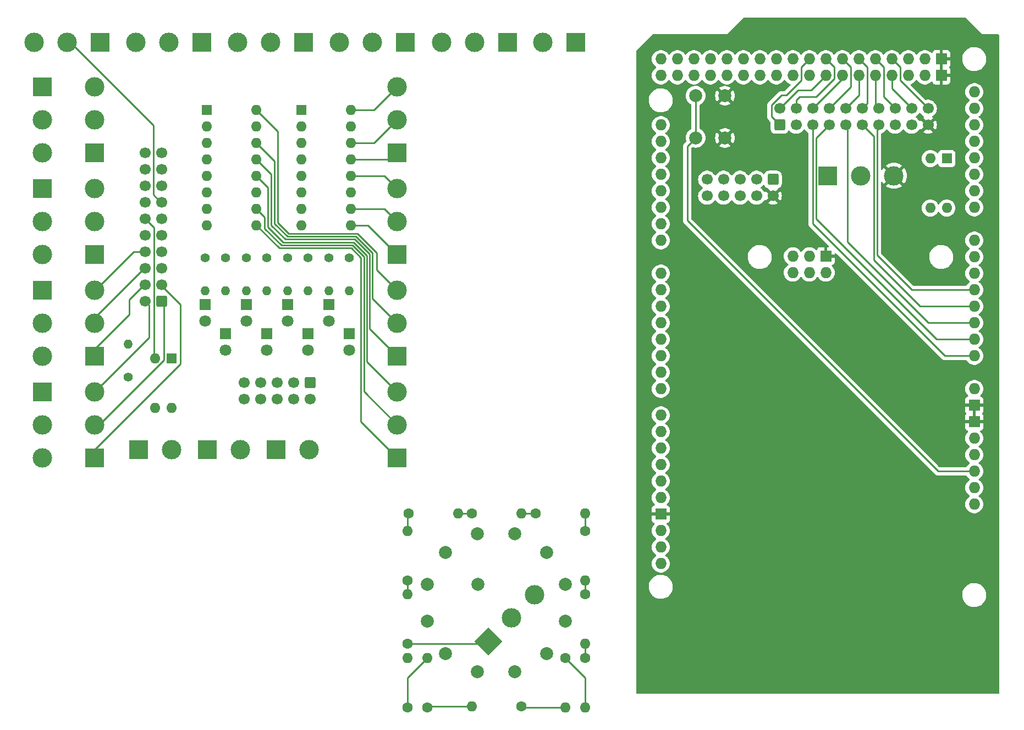
<source format=gbr>
%TF.GenerationSoftware,KiCad,Pcbnew,7.0.6*%
%TF.CreationDate,2023-09-19T13:45:42+08:00*%
%TF.ProjectId,ControlPanelPanelized,436f6e74-726f-46c5-9061-6e656c50616e,rev?*%
%TF.SameCoordinates,Original*%
%TF.FileFunction,Copper,L2,Bot*%
%TF.FilePolarity,Positive*%
%FSLAX46Y46*%
G04 Gerber Fmt 4.6, Leading zero omitted, Abs format (unit mm)*
G04 Created by KiCad (PCBNEW 7.0.6) date 2023-09-19 13:45:42*
%MOMM*%
%LPD*%
G01*
G04 APERTURE LIST*
G04 Aperture macros list*
%AMRoundRect*
0 Rectangle with rounded corners*
0 $1 Rounding radius*
0 $2 $3 $4 $5 $6 $7 $8 $9 X,Y pos of 4 corners*
0 Add a 4 corners polygon primitive as box body*
4,1,4,$2,$3,$4,$5,$6,$7,$8,$9,$2,$3,0*
0 Add four circle primitives for the rounded corners*
1,1,$1+$1,$2,$3*
1,1,$1+$1,$4,$5*
1,1,$1+$1,$6,$7*
1,1,$1+$1,$8,$9*
0 Add four rect primitives between the rounded corners*
20,1,$1+$1,$2,$3,$4,$5,0*
20,1,$1+$1,$4,$5,$6,$7,0*
20,1,$1+$1,$6,$7,$8,$9,0*
20,1,$1+$1,$8,$9,$2,$3,0*%
%AMRotRect*
0 Rectangle, with rotation*
0 The origin of the aperture is its center*
0 $1 length*
0 $2 width*
0 $3 Rotation angle, in degrees counterclockwise*
0 Add horizontal line*
21,1,$1,$2,0,0,$3*%
G04 Aperture macros list end*
%TA.AperFunction,ComponentPad*%
%ADD10C,2.000000*%
%TD*%
%TA.AperFunction,ComponentPad*%
%ADD11C,1.600000*%
%TD*%
%TA.AperFunction,ComponentPad*%
%ADD12O,1.600000X1.600000*%
%TD*%
%TA.AperFunction,ComponentPad*%
%ADD13RotRect,3.000000X3.000000X45.000000*%
%TD*%
%TA.AperFunction,ComponentPad*%
%ADD14C,3.000000*%
%TD*%
%TA.AperFunction,ComponentPad*%
%ADD15RoundRect,0.250000X-0.600000X0.600000X-0.600000X-0.600000X0.600000X-0.600000X0.600000X0.600000X0*%
%TD*%
%TA.AperFunction,ComponentPad*%
%ADD16C,1.700000*%
%TD*%
%TA.AperFunction,ComponentPad*%
%ADD17RoundRect,0.250000X0.600000X-0.600000X0.600000X0.600000X-0.600000X0.600000X-0.600000X-0.600000X0*%
%TD*%
%TA.AperFunction,ComponentPad*%
%ADD18R,1.600000X1.600000*%
%TD*%
%TA.AperFunction,ComponentPad*%
%ADD19O,1.727200X1.727200*%
%TD*%
%TA.AperFunction,ComponentPad*%
%ADD20R,1.727200X1.727200*%
%TD*%
%TA.AperFunction,ComponentPad*%
%ADD21R,3.000000X3.000000*%
%TD*%
%TA.AperFunction,ComponentPad*%
%ADD22R,1.800000X1.800000*%
%TD*%
%TA.AperFunction,ComponentPad*%
%ADD23C,1.800000*%
%TD*%
%TA.AperFunction,ComponentPad*%
%ADD24C,1.400000*%
%TD*%
%TA.AperFunction,ComponentPad*%
%ADD25O,1.400000X1.400000*%
%TD*%
%TA.AperFunction,ComponentPad*%
%ADD26RoundRect,0.250000X0.600000X0.600000X-0.600000X0.600000X-0.600000X-0.600000X0.600000X-0.600000X0*%
%TD*%
%TA.AperFunction,Conductor*%
%ADD27C,0.250000*%
%TD*%
G04 APERTURE END LIST*
D10*
%TO.P,J8,1,Pin_1*%
%TO.N,N/C*%
X121867893Y-127360067D03*
%TD*%
%TO.P,J7,1,Pin_1*%
%TO.N,N/C*%
X124714902Y-122428902D03*
%TD*%
%TO.P,J1,1,Pin_1*%
%TO.N,N/C*%
X103464534Y-116734882D03*
%TD*%
%TO.P,J5,1,Pin_1*%
%TO.N,N/C*%
X121867892Y-111803717D03*
%TD*%
%TO.P,J13,1,Pin_1*%
%TO.N,N/C*%
X111261291Y-116753465D03*
%TD*%
%TO.P,J2,1,Pin_1*%
%TO.N,N/C*%
X106311542Y-111803718D03*
%TD*%
%TO.P,J11,1,Pin_1*%
%TO.N,N/C*%
X106311543Y-127360068D03*
%TD*%
%TO.P,J4,1,Pin_1*%
%TO.N,N/C*%
X116936728Y-108956709D03*
%TD*%
%TO.P,J10,1,Pin_1*%
%TO.N,Net-(J10-Pin_1)*%
X111242709Y-130207077D03*
%TD*%
%TO.P,J12,1,Pin_1*%
%TO.N,N/C*%
X103464535Y-122428902D03*
%TD*%
%TO.P,J9,1,Pin_1*%
%TO.N,N/C*%
X116936727Y-130207075D03*
%TD*%
%TO.P,J3,1,Pin_1*%
%TO.N,N/C*%
X111242709Y-108956709D03*
%TD*%
%TO.P,J6,1,Pin_1*%
%TO.N,N/C*%
X124714901Y-116734884D03*
%TD*%
D11*
%TO.P,R3,1*%
%TO.N,N/C*%
X100593291Y-105831465D03*
D12*
%TO.P,R3,2*%
X108213291Y-105831465D03*
%TD*%
D11*
%TO.P,R10,1*%
%TO.N,N/C*%
X117992291Y-135549465D03*
D12*
%TO.P,R10,2*%
%TO.N,Net-(J10-Pin_1)*%
X110372291Y-135549465D03*
%TD*%
D11*
%TO.P,R2,1*%
%TO.N,N/C*%
X100466291Y-116118465D03*
D12*
%TO.P,R2,2*%
X100466291Y-108498465D03*
%TD*%
D11*
%TO.P,R9,1*%
%TO.N,N/C*%
X124723291Y-128056465D03*
D12*
%TO.P,R9,2*%
X124723291Y-135676465D03*
%TD*%
D11*
%TO.P,R4,1*%
%TO.N,N/C*%
X110372291Y-105831465D03*
D12*
%TO.P,R4,2*%
X117992291Y-105831465D03*
%TD*%
D13*
%TO.P,J14,1,Pin_1*%
%TO.N,N/C*%
X112863424Y-125488747D03*
D14*
%TO.P,J14,2,Pin_2*%
X116455526Y-121896645D03*
%TO.P,J14,3,Pin_3*%
X120047629Y-118304542D03*
%TD*%
D11*
%TO.P,R6,1*%
%TO.N,N/C*%
X127771291Y-108498465D03*
D12*
%TO.P,R6,2*%
X127771291Y-116118465D03*
%TD*%
D11*
%TO.P,R11,1*%
%TO.N,Net-(J10-Pin_1)*%
X103514291Y-135676465D03*
D12*
%TO.P,R11,2*%
%TO.N,N/C*%
X103514291Y-128056465D03*
%TD*%
D11*
%TO.P,R7,1*%
%TO.N,N/C*%
X127771291Y-118277465D03*
D12*
%TO.P,R7,2*%
X127771291Y-125897465D03*
%TD*%
D11*
%TO.P,R8,1*%
%TO.N,N/C*%
X127771291Y-128056465D03*
D12*
%TO.P,R8,2*%
X127771291Y-135676465D03*
%TD*%
D11*
%TO.P,R5,1*%
%TO.N,N/C*%
X120151291Y-105831465D03*
D12*
%TO.P,R5,2*%
X127771291Y-105831465D03*
%TD*%
D11*
%TO.P,R1,1*%
%TO.N,N/C*%
X100466291Y-125897465D03*
D12*
%TO.P,R1,2*%
X100466291Y-118277465D03*
%TD*%
D11*
%TO.P,R12,1*%
%TO.N,N/C*%
X100466291Y-135676465D03*
D12*
%TO.P,R12,2*%
X100466291Y-128056465D03*
%TD*%
D15*
%TO.P,J3,1,Pin_1*%
%TO.N,/A_ON*%
X156718000Y-54356000D03*
D16*
%TO.P,J3,2,Pin_2*%
%TO.N,/GND*%
X156718000Y-56896000D03*
%TO.P,J3,3,Pin_3*%
%TO.N,/A_OFF*%
X154178000Y-54356000D03*
%TO.P,J3,4,Pin_4*%
%TO.N,/3V3*%
X154178000Y-56896000D03*
%TO.P,J3,5,Pin_5*%
%TO.N,/B_ON*%
X151638000Y-54356000D03*
%TO.P,J3,6,Pin_6*%
%TO.N,/D30*%
X151638000Y-56896000D03*
%TO.P,J3,7,Pin_7*%
%TO.N,/B_OFF*%
X149098000Y-54356000D03*
%TO.P,J3,8,Pin_8*%
%TO.N,/D31*%
X149098000Y-56896000D03*
%TO.P,J3,9,Pin_9*%
%TO.N,/C_ON*%
X146558000Y-54356000D03*
%TO.P,J3,10,Pin_10*%
%TO.N,/C_OFF*%
X146558000Y-56896000D03*
%TD*%
D17*
%TO.P,J1,1,Pin_1*%
%TO.N,/D39*%
X157734000Y-45974000D03*
D16*
%TO.P,J1,2,Pin_2*%
%TO.N,/D40*%
X157734000Y-43434000D03*
%TO.P,J1,3,Pin_3*%
%TO.N,/D38*%
X160274000Y-45974000D03*
%TO.P,J1,4,Pin_4*%
%TO.N,/D41*%
X160274000Y-43434000D03*
%TO.P,J1,5,Pin_5*%
%TO.N,/A0*%
X162814000Y-45974000D03*
%TO.P,J1,6,Pin_6*%
%TO.N,/D42*%
X162814000Y-43434000D03*
%TO.P,J1,7,Pin_7*%
%TO.N,/A1*%
X165354000Y-45974000D03*
%TO.P,J1,8,Pin_8*%
%TO.N,/D43*%
X165354000Y-43434000D03*
%TO.P,J1,9,Pin_9*%
%TO.N,/A2*%
X167894000Y-45974000D03*
%TO.P,J1,10,Pin_10*%
%TO.N,/D44*%
X167894000Y-43434000D03*
%TO.P,J1,11,Pin_11*%
%TO.N,/A3*%
X170434000Y-45974000D03*
%TO.P,J1,12,Pin_12*%
%TO.N,/D45*%
X170434000Y-43434000D03*
%TO.P,J1,13,Pin_13*%
%TO.N,/A4*%
X172974000Y-45974000D03*
%TO.P,J1,14,Pin_14*%
%TO.N,/D46*%
X172974000Y-43434000D03*
%TO.P,J1,15,Pin_15*%
%TO.N,N/C*%
X175514000Y-45974000D03*
%TO.P,J1,16,Pin_16*%
%TO.N,/D47*%
X175514000Y-43434000D03*
%TO.P,J1,17,Pin_17*%
%TO.N,/AREF*%
X178054000Y-45974000D03*
%TO.P,J1,18,Pin_18*%
%TO.N,/D48*%
X178054000Y-43434000D03*
%TO.P,J1,19,Pin_19*%
%TO.N,/GND*%
X180594000Y-45974000D03*
%TO.P,J1,20,Pin_20*%
%TO.N,/D49*%
X180594000Y-43434000D03*
%TD*%
D18*
%TO.P,SW2,1*%
%TO.N,/5V*%
X183482000Y-51134000D03*
D12*
%TO.P,SW2,2*%
X180942000Y-51134000D03*
%TO.P,SW2,3*%
%TO.N,/AREF*%
X180942000Y-58754000D03*
%TO.P,SW2,4*%
%TO.N,/VIN*%
X183482000Y-58754000D03*
%TD*%
D19*
%TO.P,XA1,*%
%TO.N,*%
X187706000Y-104394000D03*
%TO.P,XA1,3V3,3.3V*%
%TO.N,N/C*%
X187706000Y-96774000D03*
%TO.P,XA1,5V1,5V*%
X187706000Y-94234000D03*
%TO.P,XA1,5V2,SPI_5V*%
X159766000Y-66167000D03*
%TO.P,XA1,5V3,5V*%
X139446000Y-38354000D03*
%TO.P,XA1,5V4,5V*%
X139446000Y-35814000D03*
%TO.P,XA1,A0,A0*%
%TO.N,/A0*%
X187706000Y-81534000D03*
%TO.P,XA1,A1,A1*%
%TO.N,/A1*%
X187706000Y-78994000D03*
%TO.P,XA1,A2,A2*%
%TO.N,/A2*%
X187706000Y-76454000D03*
%TO.P,XA1,A3,A3*%
%TO.N,/A3*%
X187706000Y-73914000D03*
%TO.P,XA1,A4,A4*%
%TO.N,/A4*%
X187706000Y-71374000D03*
%TO.P,XA1,A5,A5*%
%TO.N,N/C*%
X187706000Y-68834000D03*
%TO.P,XA1,A6,A6*%
X187706000Y-66294000D03*
%TO.P,XA1,A7,A7*%
X187706000Y-63754000D03*
%TO.P,XA1,A8,A8*%
X187706000Y-58674000D03*
%TO.P,XA1,A9,A9*%
X187706000Y-56134000D03*
%TO.P,XA1,A10,A10*%
X187706000Y-53594000D03*
%TO.P,XA1,A11,A11*%
X187706000Y-51054000D03*
%TO.P,XA1,A12,A12*%
X187706000Y-48514000D03*
%TO.P,XA1,A13,A13*%
X187706000Y-45974000D03*
%TO.P,XA1,A14,A14*%
X187706000Y-43434000D03*
%TO.P,XA1,A15,A15*%
X187706000Y-40894000D03*
%TO.P,XA1,AREF,AREF*%
%TO.N,/AREF*%
X139446000Y-108458000D03*
%TO.P,XA1,D0,D0/RX0*%
%TO.N,N/C*%
X139446000Y-68834000D03*
%TO.P,XA1,D1,D1/TX0*%
X139446000Y-71374000D03*
%TO.P,XA1,D2,D2_INT0*%
X139446000Y-73914000D03*
%TO.P,XA1,D3,D3_INT1*%
X139446000Y-76454000D03*
%TO.P,XA1,D4,D4*%
X139446000Y-78994000D03*
%TO.P,XA1,D5,D5*%
X139446000Y-81534000D03*
%TO.P,XA1,D6,D6*%
X139446000Y-84074000D03*
%TO.P,XA1,D7,D7*%
X139446000Y-86614000D03*
%TO.P,XA1,D8,D8*%
X139446000Y-90678000D03*
%TO.P,XA1,D9,D9*%
X139446000Y-93218000D03*
%TO.P,XA1,D10,D10*%
X139446000Y-95758000D03*
%TO.P,XA1,D11,D11*%
X139446000Y-98298000D03*
%TO.P,XA1,D12,D12*%
X139446000Y-100838000D03*
%TO.P,XA1,D13,D13*%
X139446000Y-103378000D03*
%TO.P,XA1,D14,D14/TX3*%
X139446000Y-63754000D03*
%TO.P,XA1,D15,D15/RX3*%
X139446000Y-61214000D03*
%TO.P,XA1,D16,D16/TX2*%
X139446000Y-58674000D03*
%TO.P,XA1,D17,D17/RX2*%
X139446000Y-56134000D03*
%TO.P,XA1,D18,D18/TX1*%
X139446000Y-53594000D03*
%TO.P,XA1,D19,D19/RX1*%
X139446000Y-51054000D03*
%TO.P,XA1,D20,D20/SDA*%
X139446000Y-48514000D03*
%TO.P,XA1,D21,D21/SCL*%
X139446000Y-45974000D03*
%TO.P,XA1,D22,D22*%
X141986000Y-38354000D03*
%TO.P,XA1,D23,D23*%
X141986000Y-35814000D03*
%TO.P,XA1,D24,D24*%
X144526000Y-38354000D03*
%TO.P,XA1,D25,D25*%
X144526000Y-35814000D03*
%TO.P,XA1,D26,D26*%
X147066000Y-38354000D03*
%TO.P,XA1,D27,D27*%
X147066000Y-35814000D03*
%TO.P,XA1,D28,D28*%
X149606000Y-38354000D03*
%TO.P,XA1,D29,D29*%
X149606000Y-35814000D03*
%TO.P,XA1,D30,D30*%
%TO.N,/D30*%
X152146000Y-38354000D03*
%TO.P,XA1,D31,D31*%
%TO.N,/D31*%
X152146000Y-35814000D03*
%TO.P,XA1,D32,D32*%
%TO.N,/C_OFF*%
X154686000Y-38354000D03*
%TO.P,XA1,D33,D33*%
%TO.N,/C_ON*%
X154686000Y-35814000D03*
%TO.P,XA1,D34,D34*%
%TO.N,/B_OFF*%
X157226000Y-38354000D03*
%TO.P,XA1,D35,D35*%
%TO.N,/B_ON*%
X157226000Y-35814000D03*
%TO.P,XA1,D36,D36*%
%TO.N,/A_OFF*%
X159766000Y-38354000D03*
%TO.P,XA1,D37,D37*%
%TO.N,/A_ON*%
X159766000Y-35814000D03*
%TO.P,XA1,D38,D38*%
%TO.N,/D38*%
X162306000Y-38354000D03*
%TO.P,XA1,D39,D39*%
%TO.N,/D39*%
X162306000Y-35814000D03*
%TO.P,XA1,D40,D40*%
%TO.N,/D40*%
X164846000Y-38354000D03*
%TO.P,XA1,D41,D41*%
%TO.N,/D41*%
X164846000Y-35814000D03*
%TO.P,XA1,D42,D42*%
%TO.N,/D42*%
X167386000Y-38354000D03*
%TO.P,XA1,D43,D43*%
%TO.N,/D43*%
X167386000Y-35814000D03*
%TO.P,XA1,D44,D44*%
%TO.N,/D44*%
X169926000Y-38354000D03*
%TO.P,XA1,D45,D45*%
%TO.N,/D45*%
X169926000Y-35814000D03*
%TO.P,XA1,D46,D46*%
%TO.N,/D46*%
X172466000Y-38354000D03*
%TO.P,XA1,D47,D47*%
%TO.N,/D47*%
X172466000Y-35814000D03*
%TO.P,XA1,D48,D48*%
%TO.N,/D48*%
X175006000Y-38354000D03*
%TO.P,XA1,D49,D49*%
%TO.N,/D49*%
X175006000Y-35814000D03*
%TO.P,XA1,D50,D50_MISO*%
%TO.N,N/C*%
X177546000Y-38354000D03*
%TO.P,XA1,D51,D51_MOSI*%
X177546000Y-35814000D03*
%TO.P,XA1,D52,D52_SCK*%
X180086000Y-38354000D03*
%TO.P,XA1,D53,D53_CS*%
X180086000Y-35814000D03*
D20*
%TO.P,XA1,GND1,GND*%
%TO.N,/GND*%
X139446000Y-105918000D03*
%TO.P,XA1,GND2,GND*%
X187706000Y-91694000D03*
%TO.P,XA1,GND3,GND*%
X187706000Y-89154000D03*
%TO.P,XA1,GND4,SPI_GND*%
X164846000Y-66167000D03*
%TO.P,XA1,GND5,GND*%
X182626000Y-38354000D03*
%TO.P,XA1,GND6,GND*%
X182626000Y-35814000D03*
D19*
%TO.P,XA1,IORF,IOREF*%
%TO.N,N/C*%
X187706000Y-101854000D03*
%TO.P,XA1,MISO,SPI_MISO*%
X159766000Y-68707000D03*
%TO.P,XA1,MOSI,SPI_MOSI*%
X162306000Y-66167000D03*
%TO.P,XA1,RST1,RESET*%
%TO.N,/RST*%
X187706000Y-99314000D03*
%TO.P,XA1,RST2,SPI_RESET*%
%TO.N,N/C*%
X164846000Y-68707000D03*
%TO.P,XA1,SCK,SPI_SCK*%
X162306000Y-68707000D03*
%TO.P,XA1,SCL,SCL*%
X139446000Y-113538000D03*
%TO.P,XA1,SDA,SDA*%
X139446000Y-110998000D03*
%TO.P,XA1,VIN,VIN*%
X187706000Y-86614000D03*
%TD*%
D21*
%TO.P,J2,1,Pin_1*%
%TO.N,/5V*%
X165174000Y-53784000D03*
D14*
%TO.P,J2,2,Pin_2*%
%TO.N,/3V3*%
X170254000Y-53784000D03*
%TO.P,J2,3,Pin_3*%
%TO.N,/GND*%
X175334000Y-53784000D03*
%TD*%
D10*
%TO.P,SW1,1,1*%
%TO.N,/GND*%
X149316000Y-41454000D03*
X149316000Y-47954000D03*
%TO.P,SW1,2,2*%
%TO.N,/RST*%
X144816000Y-41454000D03*
X144816000Y-47954000D03*
%TD*%
D22*
%TO.P,D8,1,K*%
%TO.N,Net-(D8-K)*%
X69289400Y-73647600D03*
D23*
%TO.P,D8,2,A*%
%TO.N,N/C*%
X69289400Y-76187600D03*
%TD*%
D22*
%TO.P,D7,1,K*%
%TO.N,Net-(D7-K)*%
X72464400Y-78147600D03*
D23*
%TO.P,D7,2,A*%
%TO.N,N/C*%
X72464400Y-80687600D03*
%TD*%
D22*
%TO.P,D5,1,K*%
%TO.N,Net-(D5-K)*%
X78814400Y-78147600D03*
D23*
%TO.P,D5,2,A*%
%TO.N,/C_ON*%
X78814400Y-80687600D03*
%TD*%
D22*
%TO.P,D2,1,K*%
%TO.N,Net-(D2-K)*%
X88339400Y-73647600D03*
D23*
%TO.P,D2,2,A*%
%TO.N,/A_OFF*%
X88339400Y-76187600D03*
%TD*%
D21*
%TO.P,J12,1,Pin_1*%
%TO.N,/5V*%
X126401400Y-33273000D03*
D14*
%TO.P,J12,2,Pin_2*%
%TO.N,/GND*%
X121321400Y-33273000D03*
%TD*%
D22*
%TO.P,D4,1,K*%
%TO.N,Net-(D4-K)*%
X81989400Y-73647600D03*
D23*
%TO.P,D4,2,A*%
%TO.N,/B_OFF*%
X81989400Y-76187600D03*
%TD*%
D22*
%TO.P,D1,1,K*%
%TO.N,Net-(D1-K)*%
X91523050Y-78142200D03*
D23*
%TO.P,D1,2,A*%
%TO.N,/A_ON*%
X91523050Y-80682200D03*
%TD*%
D22*
%TO.P,D6,1,K*%
%TO.N,Net-(D6-K)*%
X75639400Y-73647600D03*
D23*
%TO.P,D6,2,A*%
%TO.N,/C_OFF*%
X75639400Y-76187600D03*
%TD*%
D22*
%TO.P,D3,1,K*%
%TO.N,Net-(D3-K)*%
X85164400Y-78147600D03*
D23*
%TO.P,D3,2,A*%
%TO.N,/B_ON*%
X85164400Y-80687600D03*
%TD*%
D15*
%TO.P,IDC_RF1,1,Pin_1*%
%TO.N,/A_ON*%
X85493800Y-85661000D03*
D16*
%TO.P,IDC_RF1,2,Pin_2*%
%TO.N,/GND*%
X85493800Y-88201000D03*
%TO.P,IDC_RF1,3,Pin_3*%
%TO.N,/A_OFF*%
X82953800Y-85661000D03*
%TO.P,IDC_RF1,4,Pin_4*%
%TO.N,/3V3*%
X82953800Y-88201000D03*
%TO.P,IDC_RF1,5,Pin_5*%
%TO.N,/B_ON*%
X80413800Y-85661000D03*
%TO.P,IDC_RF1,6,Pin_6*%
%TO.N,N/C*%
X80413800Y-88201000D03*
%TO.P,IDC_RF1,7,Pin_7*%
%TO.N,/B_OFF*%
X77873800Y-85661000D03*
%TO.P,IDC_RF1,8,Pin_8*%
%TO.N,N/C*%
X77873800Y-88201000D03*
%TO.P,IDC_RF1,9,Pin_9*%
%TO.N,/C_ON*%
X75333800Y-85661000D03*
%TO.P,IDC_RF1,10,Pin_10*%
%TO.N,/C_OFF*%
X75333800Y-88201000D03*
%TD*%
D21*
%TO.P,J19,1,Pin_1*%
%TO.N,Net-(J19-Pin_1)*%
X98863400Y-65906400D03*
D14*
%TO.P,J19,2,Pin_2*%
%TO.N,Net-(J19-Pin_2)*%
X98863400Y-60826400D03*
%TO.P,J19,3,Pin_3*%
%TO.N,Net-(J19-Pin_3)*%
X98863400Y-55746400D03*
%TD*%
D24*
%TO.P,R1,1*%
%TO.N,Net-(R1-Pad1)*%
X57456800Y-84807600D03*
D25*
%TO.P,R1,2*%
%TO.N,/5V*%
X57456800Y-79727600D03*
%TD*%
D21*
%TO.P,J5,1,Pin_1*%
%TO.N,N/C*%
X52317400Y-50251200D03*
D14*
%TO.P,J5,2,Pin_2*%
X52317400Y-45171200D03*
%TO.P,J5,3,Pin_3*%
X52317400Y-40091200D03*
%TD*%
D24*
%TO.P,R2,1*%
%TO.N,Net-(R2-Pad1)*%
X91523050Y-66408600D03*
D25*
%TO.P,R2,2*%
%TO.N,Net-(D1-K)*%
X91523050Y-71488600D03*
%TD*%
D21*
%TO.P,J20,1,Pin_1*%
%TO.N,Net-(J20-Pin_1)*%
X98863400Y-81578200D03*
D14*
%TO.P,J20,2,Pin_2*%
%TO.N,Net-(J20-Pin_2)*%
X98863400Y-76498200D03*
%TO.P,J20,3,Pin_3*%
%TO.N,Net-(J20-Pin_3)*%
X98863400Y-71418200D03*
%TD*%
D18*
%TO.P,U1,1*%
%TO.N,Net-(R1-Pad1)*%
X64171400Y-81962600D03*
D12*
%TO.P,U1,2*%
%TO.N,N/C*%
X61631400Y-81962600D03*
%TO.P,U1,3*%
%TO.N,Net-(J10-Pin_1)*%
X61631400Y-89582600D03*
%TO.P,U1,4*%
%TO.N,Net-(J10-Pin_2)*%
X64171400Y-89582600D03*
%TD*%
D21*
%TO.P,J2,1,Pin_1*%
%TO.N,/GND*%
X44253400Y-55767400D03*
D14*
%TO.P,J2,2,Pin_2*%
X44253400Y-60847400D03*
%TO.P,J2,3,Pin_3*%
X44253400Y-65927400D03*
%TD*%
D21*
%TO.P,J17,1,Pin_1*%
%TO.N,/5V*%
X115824000Y-33274000D03*
D14*
%TO.P,J17,2,Pin_2*%
%TO.N,N/C*%
X110744000Y-33274000D03*
%TO.P,J17,3,Pin_3*%
%TO.N,/GND*%
X105664000Y-33274000D03*
%TD*%
D24*
%TO.P,R9,1*%
%TO.N,Net-(R9-Pad1)*%
X69289400Y-66414000D03*
D25*
%TO.P,R9,2*%
%TO.N,Net-(D8-K)*%
X69289400Y-71494000D03*
%TD*%
D24*
%TO.P,R4,1*%
%TO.N,Net-(R4-Pad1)*%
X85164400Y-66414000D03*
D25*
%TO.P,R4,2*%
%TO.N,Net-(D3-K)*%
X85164400Y-71494000D03*
%TD*%
D21*
%TO.P,J3,1,Pin_1*%
%TO.N,/GND*%
X44253400Y-71439200D03*
D14*
%TO.P,J3,2,Pin_2*%
X44253400Y-76519200D03*
%TO.P,J3,3,Pin_3*%
X44253400Y-81599200D03*
%TD*%
D21*
%TO.P,J15,1,Pin_1*%
%TO.N,/5V*%
X84480400Y-33274000D03*
D14*
%TO.P,J15,2,Pin_2*%
%TO.N,N/C*%
X79400400Y-33274000D03*
%TO.P,J15,3,Pin_3*%
%TO.N,/GND*%
X74320400Y-33274000D03*
%TD*%
D24*
%TO.P,R8,1*%
%TO.N,Net-(R8-Pad1)*%
X72464400Y-66414000D03*
D25*
%TO.P,R8,2*%
%TO.N,Net-(D7-K)*%
X72464400Y-71494000D03*
%TD*%
D21*
%TO.P,J21,1,Pin_1*%
%TO.N,Net-(J21-Pin_1)*%
X98863400Y-97247800D03*
D14*
%TO.P,J21,2,Pin_2*%
%TO.N,Net-(J21-Pin_2)*%
X98863400Y-92167800D03*
%TO.P,J21,3,Pin_3*%
%TO.N,Net-(J21-Pin_3)*%
X98863400Y-87087800D03*
%TD*%
D24*
%TO.P,R6,1*%
%TO.N,Net-(R6-Pad1)*%
X78814400Y-66414000D03*
D25*
%TO.P,R6,2*%
%TO.N,Net-(D5-K)*%
X78814400Y-71494000D03*
%TD*%
D21*
%TO.P,J10,1,Pin_1*%
%TO.N,Net-(J10-Pin_1)*%
X69657800Y-95986600D03*
D14*
%TO.P,J10,2,Pin_2*%
%TO.N,Net-(J10-Pin_2)*%
X74737800Y-95986600D03*
%TD*%
D18*
%TO.P,U3,1*%
%TO.N,Net-(R6-Pad1)*%
X69589400Y-43624000D03*
D12*
%TO.P,U3,2*%
%TO.N,/GND*%
X69589400Y-46164000D03*
%TO.P,U3,3*%
%TO.N,Net-(R7-Pad1)*%
X69589400Y-48704000D03*
%TO.P,U3,4*%
%TO.N,/GND*%
X69589400Y-51244000D03*
%TO.P,U3,5*%
%TO.N,Net-(R8-Pad1)*%
X69589400Y-53784000D03*
%TO.P,U3,6*%
%TO.N,/GND*%
X69589400Y-56324000D03*
%TO.P,U3,7*%
%TO.N,Net-(R9-Pad1)*%
X69589400Y-58864000D03*
%TO.P,U3,8*%
%TO.N,/GND*%
X69589400Y-61404000D03*
%TO.P,U3,9*%
%TO.N,Net-(J21-Pin_1)*%
X77209400Y-61404000D03*
%TO.P,U3,10*%
%TO.N,Net-(J21-Pin_2)*%
X77209400Y-58864000D03*
%TO.P,U3,11*%
%TO.N,Net-(J21-Pin_1)*%
X77209400Y-56324000D03*
%TO.P,U3,12*%
%TO.N,Net-(J21-Pin_3)*%
X77209400Y-53784000D03*
%TO.P,U3,13*%
%TO.N,Net-(J20-Pin_1)*%
X77209400Y-51244000D03*
%TO.P,U3,14*%
%TO.N,Net-(J20-Pin_2)*%
X77209400Y-48704000D03*
%TO.P,U3,15*%
%TO.N,Net-(J20-Pin_1)*%
X77209400Y-46164000D03*
%TO.P,U3,16*%
%TO.N,Net-(J20-Pin_3)*%
X77209400Y-43624000D03*
%TD*%
D21*
%TO.P,J7,1,Pin_1*%
%TO.N,N/C*%
X52317400Y-81599200D03*
D14*
%TO.P,J7,2,Pin_2*%
X52317400Y-76519200D03*
%TO.P,J7,3,Pin_3*%
X52317400Y-71439200D03*
%TD*%
D21*
%TO.P,J9,1,Pin_1*%
%TO.N,Net-(J10-Pin_1)*%
X59091400Y-95986600D03*
D14*
%TO.P,J9,2,Pin_2*%
%TO.N,Net-(J10-Pin_2)*%
X64171400Y-95986600D03*
%TD*%
D24*
%TO.P,R5,1*%
%TO.N,Net-(R5-Pad1)*%
X81989400Y-66414000D03*
D25*
%TO.P,R5,2*%
%TO.N,Net-(D4-K)*%
X81989400Y-71494000D03*
%TD*%
D21*
%TO.P,J13,1,Pin_1*%
%TO.N,/5V*%
X53132400Y-33274000D03*
D14*
%TO.P,J13,2,Pin_2*%
%TO.N,N/C*%
X48052400Y-33274000D03*
%TO.P,J13,3,Pin_3*%
%TO.N,/GND*%
X42972400Y-33274000D03*
%TD*%
D26*
%TO.P,J11,1,Pin_1*%
%TO.N,N/C*%
X62626800Y-73076000D03*
D16*
%TO.P,J11,2,Pin_2*%
X60086800Y-73076000D03*
%TO.P,J11,3,Pin_3*%
X62626800Y-70536000D03*
%TO.P,J11,4,Pin_4*%
X60086800Y-70536000D03*
%TO.P,J11,5,Pin_5*%
X62626800Y-67996000D03*
%TO.P,J11,6,Pin_6*%
X60086800Y-67996000D03*
%TO.P,J11,7,Pin_7*%
X62626800Y-65456000D03*
%TO.P,J11,8,Pin_8*%
X60086800Y-65456000D03*
%TO.P,J11,9,Pin_9*%
X62626800Y-62916000D03*
%TO.P,J11,10,Pin_10*%
X60086800Y-62916000D03*
%TO.P,J11,11,Pin_11*%
X62626800Y-60376000D03*
%TO.P,J11,12,Pin_12*%
X60086800Y-60376000D03*
%TO.P,J11,13,Pin_13*%
X62626800Y-57836000D03*
%TO.P,J11,14,Pin_14*%
X60086800Y-57836000D03*
%TO.P,J11,15,Pin_15*%
%TO.N,unconnected-(J11-Pin_15-Pad15)*%
X62626800Y-55296000D03*
%TO.P,J11,16,Pin_16*%
%TO.N,N/C*%
X60086800Y-55296000D03*
%TO.P,J11,17,Pin_17*%
%TO.N,/5V*%
X62626800Y-52756000D03*
%TO.P,J11,18,Pin_18*%
%TO.N,N/C*%
X60086800Y-52756000D03*
%TO.P,J11,19,Pin_19*%
%TO.N,/GND*%
X62626800Y-50216000D03*
%TO.P,J11,20,Pin_20*%
%TO.N,N/C*%
X60086800Y-50216000D03*
%TD*%
D21*
%TO.P,J14,1,Pin_1*%
%TO.N,/5V*%
X68808600Y-33274000D03*
D14*
%TO.P,J14,2,Pin_2*%
%TO.N,N/C*%
X63728600Y-33274000D03*
%TO.P,J14,3,Pin_3*%
%TO.N,/GND*%
X58648600Y-33274000D03*
%TD*%
D21*
%TO.P,J4,1,Pin_1*%
%TO.N,/GND*%
X44253400Y-87108800D03*
D14*
%TO.P,J4,2,Pin_2*%
X44253400Y-92188800D03*
%TO.P,J4,3,Pin_3*%
X44253400Y-97268800D03*
%TD*%
D21*
%TO.P,J6,1,Pin_1*%
%TO.N,N/C*%
X52317400Y-65927400D03*
D14*
%TO.P,J6,2,Pin_2*%
X52317400Y-60847400D03*
%TO.P,J6,3,Pin_3*%
X52317400Y-55767400D03*
%TD*%
D21*
%TO.P,J22,1,Pin_1*%
%TO.N,/3V3*%
X80239800Y-95986600D03*
D14*
%TO.P,J22,2,Pin_2*%
%TO.N,/GND*%
X85319800Y-95986600D03*
%TD*%
D21*
%TO.P,J1,1,Pin_1*%
%TO.N,/GND*%
X44253400Y-40091200D03*
D14*
%TO.P,J1,2,Pin_2*%
X44253400Y-45171200D03*
%TO.P,J1,3,Pin_3*%
X44253400Y-50251200D03*
%TD*%
D21*
%TO.P,J18,1,Pin_1*%
%TO.N,Net-(J18-Pin_1)*%
X98863400Y-50230200D03*
D14*
%TO.P,J18,2,Pin_2*%
%TO.N,Net-(J18-Pin_2)*%
X98863400Y-45150200D03*
%TO.P,J18,3,Pin_3*%
%TO.N,Net-(J18-Pin_3)*%
X98863400Y-40070200D03*
%TD*%
D24*
%TO.P,R7,1*%
%TO.N,Net-(R7-Pad1)*%
X75639400Y-66414000D03*
D25*
%TO.P,R7,2*%
%TO.N,Net-(D6-K)*%
X75639400Y-71494000D03*
%TD*%
D21*
%TO.P,J16,1,Pin_1*%
%TO.N,/5V*%
X100152200Y-33274000D03*
D14*
%TO.P,J16,2,Pin_2*%
%TO.N,N/C*%
X95072200Y-33274000D03*
%TO.P,J16,3,Pin_3*%
%TO.N,/GND*%
X89992200Y-33274000D03*
%TD*%
D24*
%TO.P,R3,1*%
%TO.N,Net-(R3-Pad1)*%
X88339400Y-66414000D03*
D25*
%TO.P,R3,2*%
%TO.N,Net-(D2-K)*%
X88339400Y-71494000D03*
%TD*%
D21*
%TO.P,J8,1,Pin_1*%
%TO.N,N/C*%
X52317400Y-97268800D03*
D14*
%TO.P,J8,2,Pin_2*%
X52317400Y-92188800D03*
%TO.P,J8,3,Pin_3*%
X52317400Y-87108800D03*
%TD*%
D18*
%TO.P,U2,1*%
%TO.N,Net-(R2-Pad1)*%
X84123050Y-43624000D03*
D12*
%TO.P,U2,2*%
%TO.N,/GND*%
X84123050Y-46164000D03*
%TO.P,U2,3*%
%TO.N,Net-(R3-Pad1)*%
X84123050Y-48704000D03*
%TO.P,U2,4*%
%TO.N,/GND*%
X84123050Y-51244000D03*
%TO.P,U2,5*%
%TO.N,Net-(R4-Pad1)*%
X84123050Y-53784000D03*
%TO.P,U2,6*%
%TO.N,/GND*%
X84123050Y-56324000D03*
%TO.P,U2,7*%
%TO.N,Net-(R5-Pad1)*%
X84123050Y-58864000D03*
%TO.P,U2,8*%
%TO.N,/GND*%
X84123050Y-61404000D03*
%TO.P,U2,9*%
%TO.N,Net-(J19-Pin_1)*%
X91743050Y-61404000D03*
%TO.P,U2,10*%
%TO.N,Net-(J19-Pin_2)*%
X91743050Y-58864000D03*
%TO.P,U2,11*%
%TO.N,Net-(J19-Pin_1)*%
X91743050Y-56324000D03*
%TO.P,U2,12*%
%TO.N,Net-(J19-Pin_3)*%
X91743050Y-53784000D03*
%TO.P,U2,13*%
%TO.N,Net-(J18-Pin_1)*%
X91743050Y-51244000D03*
%TO.P,U2,14*%
%TO.N,Net-(J18-Pin_2)*%
X91743050Y-48704000D03*
%TO.P,U2,15*%
%TO.N,Net-(J18-Pin_1)*%
X91743050Y-46164000D03*
%TO.P,U2,16*%
%TO.N,Net-(J18-Pin_3)*%
X91743050Y-43624000D03*
%TD*%
D27*
%TO.N,*%
X100466291Y-125897465D02*
X112454706Y-125897465D01*
X112454706Y-125897465D02*
X112863424Y-125488747D01*
%TO.N,Net-(J10-Pin_1)*%
X110372291Y-135549465D02*
X103641291Y-135549465D01*
X103641291Y-135549465D02*
X103514291Y-135676465D01*
%TO.N,*%
X118627291Y-135676465D02*
X117992291Y-135041465D01*
X120151291Y-105831465D02*
X117992291Y-105831465D01*
X100466291Y-105958465D02*
X100593291Y-105831465D01*
X124723291Y-135676465D02*
X118627291Y-135676465D01*
X127771291Y-135676465D02*
X127771291Y-131104465D01*
X127771291Y-118277465D02*
X127771291Y-116118465D01*
X127771291Y-128056465D02*
X127771291Y-125897465D01*
X127771291Y-108498465D02*
X127771291Y-105831465D01*
X100466291Y-108498465D02*
X100466291Y-105958465D01*
X110372291Y-105831465D02*
X108213291Y-105831465D01*
X127771291Y-131104465D02*
X124723291Y-128056465D01*
X100466291Y-131104465D02*
X103514291Y-128056465D01*
X100466291Y-135676465D02*
X100466291Y-131104465D01*
X100466291Y-118277465D02*
X100466291Y-116118465D01*
%TO.N,/A0*%
X183134000Y-81534000D02*
X162814000Y-61214000D01*
X187706000Y-81534000D02*
X183134000Y-81534000D01*
X162814000Y-61214000D02*
X162814000Y-45974000D01*
%TO.N,/A4*%
X172720000Y-46228000D02*
X172974000Y-45974000D01*
X178054000Y-71374000D02*
X172720000Y-66040000D01*
X187706000Y-71374000D02*
X178054000Y-71374000D01*
X172720000Y-66040000D02*
X172720000Y-46228000D01*
%TO.N,/A1*%
X163322000Y-60452000D02*
X163322000Y-48006000D01*
X163322000Y-48006000D02*
X165354000Y-45974000D01*
X181864000Y-78994000D02*
X163322000Y-60452000D01*
X187706000Y-78994000D02*
X181864000Y-78994000D01*
%TO.N,/RST*%
X182118000Y-99314000D02*
X187706000Y-99314000D01*
X143510000Y-60706000D02*
X182118000Y-99314000D01*
X143510000Y-49260000D02*
X143510000Y-60706000D01*
X144816000Y-47954000D02*
X143510000Y-49260000D01*
%TO.N,/D49*%
X180594000Y-43434000D02*
X176276000Y-39116000D01*
X176276000Y-37084000D02*
X175006000Y-35814000D01*
X176276000Y-39116000D02*
X176276000Y-37084000D01*
%TO.N,/A3*%
X172212000Y-47752000D02*
X170434000Y-45974000D01*
X172212000Y-66802000D02*
X172212000Y-47752000D01*
%TO.N,/D40*%
X162560000Y-40640000D02*
X164846000Y-38354000D01*
X160528000Y-40640000D02*
X162560000Y-40640000D01*
%TO.N,/A3*%
X179324000Y-73914000D02*
X172212000Y-66802000D01*
X187706000Y-73914000D02*
X179324000Y-73914000D01*
%TO.N,/D40*%
X157734000Y-43434000D02*
X160528000Y-40640000D01*
%TO.N,/D45*%
X171196000Y-37084000D02*
X169926000Y-35814000D01*
%TO.N,/D41*%
X163322000Y-41656000D02*
X166116000Y-38862000D01*
%TO.N,/D45*%
X170434000Y-43434000D02*
X171196000Y-42672000D01*
%TO.N,/D41*%
X160274000Y-43434000D02*
X160274000Y-42164000D01*
X166116000Y-38862000D02*
X166116000Y-37084000D01*
X166116000Y-37084000D02*
X164846000Y-35814000D01*
X160274000Y-42164000D02*
X160782000Y-41656000D01*
%TO.N,/D45*%
X171196000Y-42672000D02*
X171196000Y-37084000D01*
%TO.N,/D41*%
X160782000Y-41656000D02*
X163322000Y-41656000D01*
%TO.N,/D46*%
X172974000Y-43434000D02*
X172466000Y-42926000D01*
X172466000Y-42926000D02*
X172466000Y-38354000D01*
%TO.N,/D43*%
X165354000Y-43434000D02*
X168656000Y-40132000D01*
X168656000Y-40132000D02*
X168656000Y-37084000D01*
%TO.N,/RST*%
X144816000Y-47954000D02*
X144816000Y-41454000D01*
%TO.N,/D43*%
X168656000Y-37084000D02*
X167386000Y-35814000D01*
%TO.N,/D48*%
X175006000Y-40386000D02*
X175006000Y-38354000D01*
X178054000Y-43434000D02*
X175006000Y-40386000D01*
%TO.N,/D47*%
X173736000Y-41656000D02*
X173736000Y-37084000D01*
X173736000Y-37084000D02*
X172466000Y-35814000D01*
X175514000Y-43434000D02*
X173736000Y-41656000D01*
%TO.N,/D39*%
X161036000Y-39116000D02*
X161036000Y-37084000D01*
X161036000Y-37084000D02*
X162306000Y-35814000D01*
X157988000Y-41402000D02*
X158750000Y-41402000D01*
X156464000Y-42926000D02*
X157988000Y-41402000D01*
X158750000Y-41402000D02*
X161036000Y-39116000D01*
X157734000Y-45974000D02*
X156464000Y-44704000D01*
X156464000Y-44704000D02*
X156464000Y-42926000D01*
%TO.N,/D42*%
X162814000Y-43434000D02*
X167386000Y-38862000D01*
X167386000Y-38862000D02*
X167386000Y-38354000D01*
%TO.N,/D44*%
X169926000Y-41402000D02*
X169926000Y-38354000D01*
X167894000Y-43434000D02*
X169926000Y-41402000D01*
%TO.N,/A2*%
X180595396Y-76454000D02*
X168148000Y-64006604D01*
X168148000Y-64006604D02*
X168148000Y-46228000D01*
X168148000Y-46228000D02*
X167894000Y-45974000D01*
X187706000Y-76454000D02*
X180595396Y-76454000D01*
%TO.N,Net-(J21-Pin_2)*%
X81041400Y-64474000D02*
X91964796Y-64474000D01*
X91964796Y-64474000D02*
X93725400Y-66234604D01*
X78479400Y-61912000D02*
X81041400Y-64474000D01*
X93725400Y-87029800D02*
X98863400Y-92167800D01*
X78479400Y-60134000D02*
X78479400Y-61912000D01*
X93725400Y-66234604D02*
X93725400Y-87029800D01*
X77209400Y-58864000D02*
X78479400Y-60134000D01*
%TO.N,Net-(J20-Pin_1)*%
X92337588Y-63574000D02*
X94625400Y-65861812D01*
X79495400Y-61404000D02*
X81665400Y-63574000D01*
X94625400Y-77340200D02*
X98863400Y-81578200D01*
X81665400Y-63574000D02*
X92337588Y-63574000D01*
X79495400Y-53530000D02*
X79495400Y-61404000D01*
X77209400Y-51244000D02*
X79495400Y-53530000D01*
X94625400Y-65861812D02*
X94625400Y-77340200D01*
%TO.N,Net-(J21-Pin_3)*%
X94175400Y-66048208D02*
X94175400Y-82399800D01*
X92151192Y-64024000D02*
X94175400Y-66048208D01*
X94175400Y-82399800D02*
X98863400Y-87087800D01*
%TO.N,Net-(J20-Pin_2)*%
X92523984Y-63124000D02*
X95075400Y-65675416D01*
X95075400Y-72710200D02*
X98863400Y-76498200D01*
X81977400Y-63124000D02*
X92523984Y-63124000D01*
X77209400Y-48704000D02*
X80003400Y-51498000D01*
X80003400Y-51498000D02*
X80003400Y-61150000D01*
X95075400Y-65675416D02*
X95075400Y-72710200D01*
X80003400Y-61150000D02*
X81977400Y-63124000D01*
%TO.N,Net-(J19-Pin_2)*%
X96901000Y-58864000D02*
X91743050Y-58864000D01*
X98863400Y-60826400D02*
X96901000Y-58864000D01*
%TO.N,Net-(J19-Pin_3)*%
X96901000Y-53784000D02*
X91743050Y-53784000D01*
%TO.N,Net-(J21-Pin_3)*%
X78987400Y-61658000D02*
X81353400Y-64024000D01*
%TO.N,Net-(J19-Pin_3)*%
X98863400Y-55746400D02*
X96901000Y-53784000D01*
%TO.N,Net-(J21-Pin_3)*%
X77209400Y-53784000D02*
X78987400Y-55562000D01*
%TO.N,Net-(J19-Pin_1)*%
X94361000Y-61404000D02*
X91743050Y-61404000D01*
X98863400Y-65906400D02*
X94361000Y-61404000D01*
%TO.N,Net-(J21-Pin_3)*%
X78987400Y-55562000D02*
X78987400Y-61658000D01*
X81353400Y-64024000D02*
X92151192Y-64024000D01*
%TO.N,Net-(J18-Pin_3)*%
X95309600Y-43624000D02*
X91743050Y-43624000D01*
X98863400Y-40070200D02*
X95309600Y-43624000D01*
%TO.N,Net-(J21-Pin_1)*%
X91778400Y-64924000D02*
X80729400Y-64924000D01*
X98863400Y-97247800D02*
X93275400Y-91659800D01*
X93275400Y-91659800D02*
X93275400Y-66421000D01*
X93275400Y-66421000D02*
X91778400Y-64924000D01*
X80729400Y-64924000D02*
X77209400Y-61404000D01*
%TO.N,*%
X62985400Y-82199591D02*
X62985400Y-73596000D01*
X52996191Y-92188800D02*
X62985400Y-82199591D01*
X52317400Y-92188800D02*
X52996191Y-92188800D01*
X62985400Y-73596000D02*
X62626800Y-73237400D01*
X61451800Y-81783000D02*
X61451800Y-72237827D01*
X61451800Y-71022701D02*
X61451800Y-61741000D01*
X61461400Y-71032301D02*
X61451800Y-71022701D01*
X61461400Y-72228227D02*
X61461400Y-71032301D01*
X61451800Y-72237827D02*
X61461400Y-72228227D01*
X61631400Y-81962600D02*
X61451800Y-81783000D01*
X61451800Y-61741000D02*
X60086800Y-60376000D01*
%TO.N,Net-(J18-Pin_1)*%
X97849600Y-51244000D02*
X91743050Y-51244000D01*
X98863400Y-50230200D02*
X97849600Y-51244000D01*
%TO.N,*%
X52317400Y-75628000D02*
X52317400Y-76519200D01*
X59937400Y-68008000D02*
X52317400Y-75628000D01*
X61334400Y-46037000D02*
X61334400Y-56705000D01*
X48253400Y-33083000D02*
X48380400Y-33083000D01*
X48380400Y-33083000D02*
X61334400Y-46037000D01*
X60699400Y-73688600D02*
X60699400Y-78726800D01*
X60086800Y-73076000D02*
X60699400Y-73688600D01*
X61334400Y-56705000D02*
X62477400Y-57848000D01*
X52317400Y-95948000D02*
X65525400Y-82740000D01*
X65525400Y-82740000D02*
X65525400Y-73596000D01*
X65525400Y-73596000D02*
X62477400Y-70548000D01*
X60699400Y-78726800D02*
X52317400Y-87108800D01*
X57651400Y-75120000D02*
X52317400Y-80454000D01*
X57651400Y-72834000D02*
X57651400Y-75120000D01*
X59937400Y-70548000D02*
X57651400Y-72834000D01*
X52317400Y-80454000D02*
X52317400Y-80708000D01*
%TO.N,Net-(J20-Pin_3)*%
X80511400Y-46926000D02*
X80511400Y-61021604D01*
X95715400Y-68270200D02*
X98863400Y-71418200D01*
X80511400Y-61021604D02*
X82163796Y-62674000D01*
X82163796Y-62674000D02*
X92710380Y-62674000D01*
X95715400Y-65679020D02*
X95715400Y-68270200D01*
X77209400Y-43624000D02*
X80511400Y-46926000D01*
X92710380Y-62674000D02*
X95715400Y-65679020D01*
%TO.N,Net-(J18-Pin_2)*%
X95309600Y-48704000D02*
X91743050Y-48704000D01*
X98863400Y-45150200D02*
X95309600Y-48704000D01*
%TO.N,*%
X59937400Y-65468000D02*
X59925400Y-65456000D01*
X58300600Y-65456000D02*
X53208600Y-70548000D01*
X59925400Y-65456000D02*
X58300600Y-65456000D01*
%TD*%
%TA.AperFunction,Conductor*%
%TO.N,/GND*%
G36*
X187955999Y-91249702D02*
G01*
X187850592Y-91201565D01*
X187742334Y-91186000D01*
X187669666Y-91186000D01*
X187561408Y-91201565D01*
X187456000Y-91249702D01*
X187456000Y-89598297D01*
X187561408Y-89646435D01*
X187669666Y-89662000D01*
X187742334Y-89662000D01*
X187850592Y-89646435D01*
X187955999Y-89598297D01*
X187955999Y-91249702D01*
G37*
%TD.AperFunction*%
%TA.AperFunction,Conductor*%
G36*
X179405905Y-44107515D02*
G01*
X179427804Y-44132787D01*
X179518278Y-44271268D01*
X179518283Y-44271273D01*
X179518284Y-44271276D01*
X179670756Y-44436902D01*
X179670760Y-44436906D01*
X179848424Y-44575189D01*
X179869534Y-44586613D01*
X179891695Y-44598606D01*
X179941286Y-44647825D01*
X179956394Y-44716042D01*
X179932224Y-44781597D01*
X179903801Y-44809236D01*
X179832626Y-44859072D01*
X179832625Y-44859073D01*
X180461465Y-45487913D01*
X180451685Y-45489320D01*
X180320900Y-45549048D01*
X180212239Y-45643202D01*
X180134507Y-45764156D01*
X180110923Y-45844476D01*
X179479072Y-45212625D01*
X179479072Y-45212626D01*
X179429131Y-45283950D01*
X179374555Y-45327575D01*
X179305056Y-45334769D01*
X179242701Y-45303246D01*
X179223748Y-45280649D01*
X179152249Y-45171212D01*
X179129722Y-45136732D01*
X179129719Y-45136729D01*
X179129715Y-45136723D01*
X178977243Y-44971097D01*
X178977238Y-44971092D01*
X178838109Y-44862803D01*
X178799576Y-44832811D01*
X178763070Y-44813055D01*
X178713479Y-44763836D01*
X178698371Y-44695619D01*
X178722541Y-44630064D01*
X178763070Y-44594945D01*
X178763084Y-44594936D01*
X178799576Y-44575189D01*
X178977240Y-44436906D01*
X179122007Y-44279649D01*
X179129715Y-44271276D01*
X179129715Y-44271275D01*
X179129722Y-44271268D01*
X179220193Y-44132790D01*
X179273338Y-44087437D01*
X179342569Y-44078013D01*
X179405905Y-44107515D01*
G37*
%TD.AperFunction*%
%TA.AperFunction,Conductor*%
G36*
X182876000Y-37909702D02*
G01*
X182770592Y-37861565D01*
X182662334Y-37846000D01*
X182589666Y-37846000D01*
X182481408Y-37861565D01*
X182376000Y-37909702D01*
X182376000Y-36258297D01*
X182481408Y-36306435D01*
X182589666Y-36322000D01*
X182662334Y-36322000D01*
X182770592Y-36306435D01*
X182876000Y-36258297D01*
X182876000Y-37909702D01*
G37*
%TD.AperFunction*%
%TA.AperFunction,Conductor*%
G36*
X155346542Y-55199467D02*
G01*
X155404158Y-55238991D01*
X155422474Y-55272362D01*
X155422835Y-55272195D01*
X155425389Y-55277672D01*
X155425749Y-55278329D01*
X155425882Y-55278730D01*
X155425884Y-55278735D01*
X155425886Y-55278740D01*
X155453315Y-55323209D01*
X155518970Y-55429652D01*
X155644348Y-55555030D01*
X155795262Y-55648115D01*
X155870314Y-55672984D01*
X155927759Y-55712756D01*
X155954582Y-55777272D01*
X155954600Y-55779047D01*
X156585466Y-56409913D01*
X156575685Y-56411320D01*
X156444900Y-56471048D01*
X156336239Y-56565202D01*
X156258507Y-56686156D01*
X156234923Y-56766475D01*
X155603073Y-56134625D01*
X155603072Y-56134626D01*
X155553131Y-56205950D01*
X155498555Y-56249575D01*
X155429056Y-56256769D01*
X155366701Y-56225246D01*
X155347748Y-56202649D01*
X155253723Y-56058734D01*
X155253715Y-56058723D01*
X155101243Y-55893097D01*
X155101238Y-55893092D01*
X154954714Y-55779047D01*
X154923576Y-55754811D01*
X154887070Y-55735055D01*
X154837479Y-55685836D01*
X154822371Y-55617619D01*
X154846541Y-55552064D01*
X154887070Y-55516945D01*
X154887084Y-55516936D01*
X154923576Y-55497189D01*
X155101240Y-55358906D01*
X155216818Y-55233355D01*
X155276704Y-55197366D01*
X155346542Y-55199467D01*
G37*
%TD.AperFunction*%
%TA.AperFunction,Conductor*%
G36*
X186451469Y-29484185D02*
G01*
X186472111Y-29500819D01*
X188958196Y-31986903D01*
X188958430Y-31987252D01*
X188975618Y-32004384D01*
X188975900Y-32004500D01*
X188975999Y-32004541D01*
X188976000Y-32004541D01*
X189000554Y-32004541D01*
X189000760Y-32004500D01*
X191391500Y-32004500D01*
X191458539Y-32024185D01*
X191504294Y-32076989D01*
X191515500Y-32128500D01*
X191515500Y-133479500D01*
X191495815Y-133546539D01*
X191443011Y-133592294D01*
X191391500Y-133603500D01*
X135760500Y-133603500D01*
X135693461Y-133583815D01*
X135647706Y-133531011D01*
X135636500Y-133479500D01*
X135636500Y-117161763D01*
X137591787Y-117161763D01*
X137621413Y-117431013D01*
X137621415Y-117431024D01*
X137689926Y-117693082D01*
X137689928Y-117693088D01*
X137795870Y-117942390D01*
X137867998Y-118060575D01*
X137936979Y-118173605D01*
X137936986Y-118173615D01*
X138110253Y-118381819D01*
X138110259Y-118381824D01*
X138311998Y-118562582D01*
X138537910Y-118712044D01*
X138783176Y-118827020D01*
X138783183Y-118827022D01*
X138783185Y-118827023D01*
X139042557Y-118905057D01*
X139042564Y-118905058D01*
X139042569Y-118905060D01*
X139310561Y-118944500D01*
X139310566Y-118944500D01*
X139513636Y-118944500D01*
X139565133Y-118940730D01*
X139716156Y-118929677D01*
X139828758Y-118904593D01*
X139980546Y-118870782D01*
X139980548Y-118870781D01*
X139980553Y-118870780D01*
X140233558Y-118774014D01*
X140469777Y-118641441D01*
X140684177Y-118475888D01*
X140726719Y-118431763D01*
X185851787Y-118431763D01*
X185881413Y-118701013D01*
X185881415Y-118701024D01*
X185941192Y-118929674D01*
X185949928Y-118963088D01*
X186055870Y-119212390D01*
X186127998Y-119330575D01*
X186196979Y-119443605D01*
X186196986Y-119443615D01*
X186370253Y-119651819D01*
X186370259Y-119651824D01*
X186571998Y-119832582D01*
X186797910Y-119982044D01*
X187043176Y-120097020D01*
X187043183Y-120097022D01*
X187043185Y-120097023D01*
X187302557Y-120175057D01*
X187302564Y-120175058D01*
X187302569Y-120175060D01*
X187570561Y-120214500D01*
X187570566Y-120214500D01*
X187773636Y-120214500D01*
X187825133Y-120210730D01*
X187976156Y-120199677D01*
X188088758Y-120174593D01*
X188240546Y-120140782D01*
X188240548Y-120140781D01*
X188240553Y-120140780D01*
X188493558Y-120044014D01*
X188729777Y-119911441D01*
X188944177Y-119745888D01*
X189132186Y-119550881D01*
X189289799Y-119330579D01*
X189363787Y-119186669D01*
X189413649Y-119089690D01*
X189413651Y-119089684D01*
X189413656Y-119089675D01*
X189501118Y-118833305D01*
X189550319Y-118566933D01*
X189560212Y-118296235D01*
X189530586Y-118026982D01*
X189462072Y-117764912D01*
X189356130Y-117515610D01*
X189215018Y-117284390D01*
X189125747Y-117177119D01*
X189041746Y-117076180D01*
X189041740Y-117076175D01*
X188840002Y-116895418D01*
X188614092Y-116745957D01*
X188614090Y-116745956D01*
X188368824Y-116630980D01*
X188368819Y-116630978D01*
X188368814Y-116630976D01*
X188109442Y-116552942D01*
X188109428Y-116552939D01*
X187993791Y-116535921D01*
X187841439Y-116513500D01*
X187638369Y-116513500D01*
X187638364Y-116513500D01*
X187435844Y-116528323D01*
X187435831Y-116528325D01*
X187171453Y-116587217D01*
X187171446Y-116587220D01*
X186918439Y-116683987D01*
X186682226Y-116816557D01*
X186467822Y-116982112D01*
X186279822Y-117177109D01*
X186279816Y-117177116D01*
X186122202Y-117397419D01*
X186122199Y-117397424D01*
X185998350Y-117638309D01*
X185998343Y-117638327D01*
X185910884Y-117894685D01*
X185910881Y-117894699D01*
X185861681Y-118161068D01*
X185861680Y-118161075D01*
X185851787Y-118431763D01*
X140726719Y-118431763D01*
X140872186Y-118280881D01*
X141029799Y-118060579D01*
X141115091Y-117894685D01*
X141153649Y-117819690D01*
X141153651Y-117819684D01*
X141153656Y-117819675D01*
X141241118Y-117563305D01*
X141290319Y-117296933D01*
X141300212Y-117026235D01*
X141270586Y-116756982D01*
X141202072Y-116494912D01*
X141096130Y-116245610D01*
X140955018Y-116014390D01*
X140865747Y-115907119D01*
X140781746Y-115806180D01*
X140781740Y-115806175D01*
X140580002Y-115625418D01*
X140354092Y-115475957D01*
X140354090Y-115475956D01*
X140108824Y-115360980D01*
X140108819Y-115360978D01*
X140108814Y-115360976D01*
X139849442Y-115282942D01*
X139849428Y-115282939D01*
X139733791Y-115265921D01*
X139581439Y-115243500D01*
X139378369Y-115243500D01*
X139378364Y-115243500D01*
X139175844Y-115258323D01*
X139175831Y-115258325D01*
X138911453Y-115317217D01*
X138911446Y-115317220D01*
X138658439Y-115413987D01*
X138422226Y-115546557D01*
X138207822Y-115712112D01*
X138019822Y-115907109D01*
X138019816Y-115907116D01*
X137862202Y-116127419D01*
X137862199Y-116127424D01*
X137738350Y-116368309D01*
X137738343Y-116368327D01*
X137650884Y-116624685D01*
X137650881Y-116624699D01*
X137601681Y-116891068D01*
X137601680Y-116891075D01*
X137591787Y-117161763D01*
X135636500Y-117161763D01*
X135636500Y-113538005D01*
X138069198Y-113538005D01*
X138087975Y-113764610D01*
X138087975Y-113764613D01*
X138087976Y-113764614D01*
X138143797Y-113985047D01*
X138235139Y-114193285D01*
X138359510Y-114383649D01*
X138513517Y-114550946D01*
X138513521Y-114550949D01*
X138513524Y-114550952D01*
X138692952Y-114690606D01*
X138692967Y-114690616D01*
X138881175Y-114792469D01*
X138892945Y-114798839D01*
X139108015Y-114872672D01*
X139332305Y-114910100D01*
X139332306Y-114910100D01*
X139559694Y-114910100D01*
X139559695Y-114910100D01*
X139783985Y-114872672D01*
X139999055Y-114798839D01*
X140199039Y-114690612D01*
X140378483Y-114550946D01*
X140532490Y-114383649D01*
X140656861Y-114193285D01*
X140748203Y-113985047D01*
X140804024Y-113764614D01*
X140822802Y-113538000D01*
X140804024Y-113311386D01*
X140748203Y-113090953D01*
X140656861Y-112882715D01*
X140532490Y-112692351D01*
X140378483Y-112525054D01*
X140378478Y-112525050D01*
X140378475Y-112525047D01*
X140199047Y-112385393D01*
X140199036Y-112385386D01*
X140183637Y-112377052D01*
X140134048Y-112327831D01*
X140118942Y-112259614D01*
X140143115Y-112194059D01*
X140183641Y-112158944D01*
X140199039Y-112150612D01*
X140378483Y-112010946D01*
X140532490Y-111843649D01*
X140656861Y-111653285D01*
X140748203Y-111445047D01*
X140804024Y-111224614D01*
X140822802Y-110998000D01*
X140804024Y-110771386D01*
X140748203Y-110550953D01*
X140656861Y-110342715D01*
X140532490Y-110152351D01*
X140378483Y-109985054D01*
X140378478Y-109985050D01*
X140378475Y-109985047D01*
X140199047Y-109845393D01*
X140199036Y-109845386D01*
X140183637Y-109837052D01*
X140134048Y-109787831D01*
X140118942Y-109719614D01*
X140143115Y-109654059D01*
X140183641Y-109618944D01*
X140199039Y-109610612D01*
X140378483Y-109470946D01*
X140532490Y-109303649D01*
X140656861Y-109113285D01*
X140748203Y-108905047D01*
X140804024Y-108684614D01*
X140822802Y-108458000D01*
X140804024Y-108231386D01*
X140748203Y-108010953D01*
X140656861Y-107802715D01*
X140532490Y-107612351D01*
X140396846Y-107465002D01*
X140365926Y-107402350D01*
X140373786Y-107332924D01*
X140417934Y-107278769D01*
X140444746Y-107264840D01*
X140551684Y-107224955D01*
X140551693Y-107224950D01*
X140666787Y-107138790D01*
X140666790Y-107138787D01*
X140752950Y-107023693D01*
X140752954Y-107023686D01*
X140803196Y-106888979D01*
X140803198Y-106888972D01*
X140809599Y-106829444D01*
X140809600Y-106829427D01*
X140809600Y-106168000D01*
X139889196Y-106168000D01*
X139912845Y-106131201D01*
X139954000Y-105991039D01*
X139954000Y-105844961D01*
X139912845Y-105704799D01*
X139889196Y-105668000D01*
X140809600Y-105668000D01*
X140809600Y-105006572D01*
X140809599Y-105006555D01*
X140803198Y-104947027D01*
X140803196Y-104947020D01*
X140752954Y-104812313D01*
X140752950Y-104812306D01*
X140666790Y-104697212D01*
X140666787Y-104697209D01*
X140551693Y-104611049D01*
X140551686Y-104611045D01*
X140444745Y-104571159D01*
X140388811Y-104529288D01*
X140364394Y-104463824D01*
X140379246Y-104395551D01*
X140396840Y-104371003D01*
X140532490Y-104223649D01*
X140656861Y-104033285D01*
X140748203Y-103825047D01*
X140804024Y-103604614D01*
X140822802Y-103378000D01*
X140804024Y-103151386D01*
X140748203Y-102930953D01*
X140656861Y-102722715D01*
X140532490Y-102532351D01*
X140378483Y-102365054D01*
X140378478Y-102365050D01*
X140378475Y-102365047D01*
X140199047Y-102225393D01*
X140199037Y-102225386D01*
X140183641Y-102217055D01*
X140134050Y-102167836D01*
X140118941Y-102099620D01*
X140143112Y-102034064D01*
X140183641Y-101998945D01*
X140199037Y-101990613D01*
X140199036Y-101990613D01*
X140199039Y-101990612D01*
X140378483Y-101850946D01*
X140532490Y-101683649D01*
X140656861Y-101493285D01*
X140748203Y-101285047D01*
X140804024Y-101064614D01*
X140822802Y-100838000D01*
X140804024Y-100611386D01*
X140748203Y-100390953D01*
X140656861Y-100182715D01*
X140532490Y-99992351D01*
X140378483Y-99825054D01*
X140378478Y-99825050D01*
X140378475Y-99825047D01*
X140199047Y-99685393D01*
X140199037Y-99685386D01*
X140183641Y-99677055D01*
X140134050Y-99627836D01*
X140118941Y-99559620D01*
X140143112Y-99494064D01*
X140183641Y-99458945D01*
X140199037Y-99450613D01*
X140199036Y-99450613D01*
X140199039Y-99450612D01*
X140378483Y-99310946D01*
X140532490Y-99143649D01*
X140656861Y-98953285D01*
X140748203Y-98745047D01*
X140804024Y-98524614D01*
X140822802Y-98298000D01*
X140804024Y-98071386D01*
X140748203Y-97850953D01*
X140656861Y-97642715D01*
X140532490Y-97452351D01*
X140378483Y-97285054D01*
X140378478Y-97285050D01*
X140378475Y-97285047D01*
X140199047Y-97145393D01*
X140199037Y-97145386D01*
X140183641Y-97137055D01*
X140134050Y-97087836D01*
X140118941Y-97019620D01*
X140143112Y-96954064D01*
X140183641Y-96918945D01*
X140199037Y-96910613D01*
X140199036Y-96910613D01*
X140199039Y-96910612D01*
X140378483Y-96770946D01*
X140532490Y-96603649D01*
X140656861Y-96413285D01*
X140748203Y-96205047D01*
X140804024Y-95984614D01*
X140822802Y-95758000D01*
X140804024Y-95531386D01*
X140748203Y-95310953D01*
X140656861Y-95102715D01*
X140532490Y-94912351D01*
X140378483Y-94745054D01*
X140378478Y-94745050D01*
X140378475Y-94745047D01*
X140199047Y-94605393D01*
X140199036Y-94605386D01*
X140183637Y-94597052D01*
X140134048Y-94547831D01*
X140118942Y-94479614D01*
X140143115Y-94414059D01*
X140183641Y-94378944D01*
X140199039Y-94370612D01*
X140378483Y-94230946D01*
X140532490Y-94063649D01*
X140656861Y-93873285D01*
X140748203Y-93665047D01*
X140804024Y-93444614D01*
X140822802Y-93218000D01*
X140822673Y-93216448D01*
X140804817Y-93000954D01*
X140804024Y-92991386D01*
X140748203Y-92770953D01*
X140656861Y-92562715D01*
X140532490Y-92372351D01*
X140378483Y-92205054D01*
X140378478Y-92205050D01*
X140378475Y-92205047D01*
X140199047Y-92065393D01*
X140199037Y-92065386D01*
X140183641Y-92057055D01*
X140134050Y-92007836D01*
X140118941Y-91939620D01*
X140143112Y-91874064D01*
X140183641Y-91838945D01*
X140199037Y-91830613D01*
X140199036Y-91830613D01*
X140199039Y-91830612D01*
X140378483Y-91690946D01*
X140532490Y-91523649D01*
X140656861Y-91333285D01*
X140748203Y-91125047D01*
X140804024Y-90904614D01*
X140819071Y-90723027D01*
X140822802Y-90678005D01*
X140822802Y-90677994D01*
X140804024Y-90451389D01*
X140804024Y-90451386D01*
X140748203Y-90230953D01*
X140656861Y-90022715D01*
X140532490Y-89832351D01*
X140378483Y-89665054D01*
X140378478Y-89665050D01*
X140378475Y-89665047D01*
X140199047Y-89525393D01*
X140199032Y-89525383D01*
X139999065Y-89417166D01*
X139999051Y-89417159D01*
X139783987Y-89343328D01*
X139634458Y-89318375D01*
X139559695Y-89305900D01*
X139332305Y-89305900D01*
X139276232Y-89315257D01*
X139108012Y-89343328D01*
X138892948Y-89417159D01*
X138892934Y-89417166D01*
X138692967Y-89525383D01*
X138692952Y-89525393D01*
X138513524Y-89665047D01*
X138513514Y-89665057D01*
X138359507Y-89832354D01*
X138235137Y-90022718D01*
X138143797Y-90230952D01*
X138087975Y-90451389D01*
X138069198Y-90677994D01*
X138069198Y-90678005D01*
X138087975Y-90904610D01*
X138143797Y-91125047D01*
X138170533Y-91186000D01*
X138235139Y-91333285D01*
X138359510Y-91523649D01*
X138513517Y-91690946D01*
X138513521Y-91690949D01*
X138513524Y-91690952D01*
X138692952Y-91830606D01*
X138692963Y-91830613D01*
X138708360Y-91838946D01*
X138757950Y-91888166D01*
X138773057Y-91956383D01*
X138748886Y-92021938D01*
X138708360Y-92057054D01*
X138692963Y-92065386D01*
X138692952Y-92065393D01*
X138513524Y-92205047D01*
X138513514Y-92205057D01*
X138359507Y-92372354D01*
X138235137Y-92562718D01*
X138143797Y-92770952D01*
X138087975Y-92991389D01*
X138069198Y-93217994D01*
X138069198Y-93218005D01*
X138087975Y-93444610D01*
X138087975Y-93444613D01*
X138087976Y-93444614D01*
X138143797Y-93665047D01*
X138235139Y-93873285D01*
X138311416Y-93990037D01*
X138322753Y-94007389D01*
X138359510Y-94063649D01*
X138513517Y-94230946D01*
X138513521Y-94230949D01*
X138513524Y-94230952D01*
X138692952Y-94370606D01*
X138692962Y-94370613D01*
X138700821Y-94374865D01*
X138708356Y-94378943D01*
X138757948Y-94428161D01*
X138773058Y-94496377D01*
X138748889Y-94561933D01*
X138708364Y-94597051D01*
X138692963Y-94605386D01*
X138692952Y-94605393D01*
X138513524Y-94745047D01*
X138513514Y-94745057D01*
X138359507Y-94912354D01*
X138235137Y-95102718D01*
X138143797Y-95310952D01*
X138087975Y-95531389D01*
X138069198Y-95757994D01*
X138069198Y-95758005D01*
X138087975Y-95984610D01*
X138087975Y-95984613D01*
X138087976Y-95984614D01*
X138143797Y-96205047D01*
X138235139Y-96413285D01*
X138311416Y-96530036D01*
X138322753Y-96547389D01*
X138359510Y-96603649D01*
X138513517Y-96770946D01*
X138513521Y-96770949D01*
X138513524Y-96770952D01*
X138692952Y-96910606D01*
X138692963Y-96910613D01*
X138708360Y-96918946D01*
X138757950Y-96968166D01*
X138773057Y-97036383D01*
X138748886Y-97101938D01*
X138708360Y-97137054D01*
X138692963Y-97145386D01*
X138692952Y-97145393D01*
X138513524Y-97285047D01*
X138513514Y-97285057D01*
X138359507Y-97452354D01*
X138235137Y-97642718D01*
X138143797Y-97850952D01*
X138087975Y-98071389D01*
X138069198Y-98297994D01*
X138069198Y-98298005D01*
X138087975Y-98524610D01*
X138087975Y-98524613D01*
X138087976Y-98524614D01*
X138143797Y-98745047D01*
X138235139Y-98953285D01*
X138311416Y-99070037D01*
X138322753Y-99087389D01*
X138359510Y-99143649D01*
X138513517Y-99310946D01*
X138513521Y-99310949D01*
X138513524Y-99310952D01*
X138692952Y-99450606D01*
X138692962Y-99450613D01*
X138700821Y-99454865D01*
X138708356Y-99458943D01*
X138757948Y-99508161D01*
X138773058Y-99576377D01*
X138748889Y-99641933D01*
X138708364Y-99677051D01*
X138692963Y-99685386D01*
X138692952Y-99685393D01*
X138513524Y-99825047D01*
X138513514Y-99825057D01*
X138359507Y-99992354D01*
X138235137Y-100182718D01*
X138143797Y-100390952D01*
X138087975Y-100611389D01*
X138069198Y-100837994D01*
X138069198Y-100838005D01*
X138087975Y-101064610D01*
X138087975Y-101064613D01*
X138087976Y-101064614D01*
X138143797Y-101285047D01*
X138235139Y-101493285D01*
X138311416Y-101610037D01*
X138322753Y-101627389D01*
X138359510Y-101683649D01*
X138513517Y-101850946D01*
X138513521Y-101850949D01*
X138513524Y-101850952D01*
X138692952Y-101990606D01*
X138692963Y-101990613D01*
X138708360Y-101998946D01*
X138757950Y-102048166D01*
X138773057Y-102116383D01*
X138748886Y-102181938D01*
X138708360Y-102217054D01*
X138692963Y-102225386D01*
X138692952Y-102225393D01*
X138513524Y-102365047D01*
X138513514Y-102365057D01*
X138359507Y-102532354D01*
X138235137Y-102722718D01*
X138143797Y-102930952D01*
X138087975Y-103151389D01*
X138069198Y-103377994D01*
X138069198Y-103378005D01*
X138087975Y-103604610D01*
X138087975Y-103604613D01*
X138087976Y-103604614D01*
X138143797Y-103825047D01*
X138235139Y-104033285D01*
X138311416Y-104150037D01*
X138322753Y-104167389D01*
X138359510Y-104223649D01*
X138495152Y-104370996D01*
X138526073Y-104433649D01*
X138518213Y-104503075D01*
X138474065Y-104557230D01*
X138447254Y-104571159D01*
X138340313Y-104611045D01*
X138340306Y-104611049D01*
X138225212Y-104697209D01*
X138225209Y-104697212D01*
X138139049Y-104812306D01*
X138139045Y-104812313D01*
X138088803Y-104947020D01*
X138088801Y-104947027D01*
X138082400Y-105006555D01*
X138082400Y-105668000D01*
X139002804Y-105668000D01*
X138979155Y-105704799D01*
X138938000Y-105844961D01*
X138938000Y-105991039D01*
X138979155Y-106131201D01*
X139002804Y-106168000D01*
X138082400Y-106168000D01*
X138082400Y-106829444D01*
X138088801Y-106888972D01*
X138088803Y-106888979D01*
X138139045Y-107023686D01*
X138139049Y-107023693D01*
X138225209Y-107138787D01*
X138225212Y-107138790D01*
X138340306Y-107224950D01*
X138340313Y-107224954D01*
X138447254Y-107264840D01*
X138503187Y-107306711D01*
X138527605Y-107372175D01*
X138512754Y-107440448D01*
X138495151Y-107465004D01*
X138359510Y-107612351D01*
X138235137Y-107802718D01*
X138143797Y-108010952D01*
X138087975Y-108231389D01*
X138069198Y-108457994D01*
X138069198Y-108458005D01*
X138087975Y-108684610D01*
X138087975Y-108684613D01*
X138087976Y-108684614D01*
X138143797Y-108905047D01*
X138235139Y-109113285D01*
X138359510Y-109303649D01*
X138513517Y-109470946D01*
X138513521Y-109470949D01*
X138513524Y-109470952D01*
X138692952Y-109610606D01*
X138692962Y-109610613D01*
X138700821Y-109614865D01*
X138708356Y-109618943D01*
X138757948Y-109668161D01*
X138773058Y-109736377D01*
X138748889Y-109801933D01*
X138708364Y-109837051D01*
X138692963Y-109845386D01*
X138692952Y-109845393D01*
X138513524Y-109985047D01*
X138513514Y-109985057D01*
X138359507Y-110152354D01*
X138235137Y-110342718D01*
X138143797Y-110550952D01*
X138087975Y-110771389D01*
X138069198Y-110997994D01*
X138069198Y-110998005D01*
X138087975Y-111224610D01*
X138087975Y-111224613D01*
X138087976Y-111224614D01*
X138143797Y-111445047D01*
X138235139Y-111653285D01*
X138359510Y-111843649D01*
X138513517Y-112010946D01*
X138513521Y-112010949D01*
X138513524Y-112010952D01*
X138692952Y-112150606D01*
X138692962Y-112150613D01*
X138700821Y-112154865D01*
X138708356Y-112158943D01*
X138757948Y-112208161D01*
X138773058Y-112276377D01*
X138748889Y-112341933D01*
X138708364Y-112377051D01*
X138692963Y-112385386D01*
X138692952Y-112385393D01*
X138513524Y-112525047D01*
X138513514Y-112525057D01*
X138359507Y-112692354D01*
X138235137Y-112882718D01*
X138143797Y-113090952D01*
X138087975Y-113311389D01*
X138069198Y-113537994D01*
X138069198Y-113538005D01*
X135636500Y-113538005D01*
X135636500Y-86614005D01*
X138069198Y-86614005D01*
X138087975Y-86840610D01*
X138087975Y-86840613D01*
X138087976Y-86840614D01*
X138143797Y-87061047D01*
X138235139Y-87269285D01*
X138359510Y-87459649D01*
X138513517Y-87626946D01*
X138513521Y-87626949D01*
X138513524Y-87626952D01*
X138692952Y-87766606D01*
X138692967Y-87766616D01*
X138841594Y-87847049D01*
X138892945Y-87874839D01*
X139108015Y-87948672D01*
X139332305Y-87986100D01*
X139332306Y-87986100D01*
X139559694Y-87986100D01*
X139559695Y-87986100D01*
X139783985Y-87948672D01*
X139999055Y-87874839D01*
X140199039Y-87766612D01*
X140378483Y-87626946D01*
X140532490Y-87459649D01*
X140656861Y-87269285D01*
X140748203Y-87061047D01*
X140804024Y-86840614D01*
X140822802Y-86614000D01*
X140804024Y-86387386D01*
X140748203Y-86166953D01*
X140656861Y-85958715D01*
X140532490Y-85768351D01*
X140378483Y-85601054D01*
X140378478Y-85601050D01*
X140378475Y-85601047D01*
X140199047Y-85461393D01*
X140199037Y-85461386D01*
X140183641Y-85453055D01*
X140134050Y-85403836D01*
X140118941Y-85335620D01*
X140143112Y-85270064D01*
X140183641Y-85234945D01*
X140199037Y-85226613D01*
X140199036Y-85226613D01*
X140199039Y-85226612D01*
X140378483Y-85086946D01*
X140532490Y-84919649D01*
X140656861Y-84729285D01*
X140748203Y-84521047D01*
X140804024Y-84300614D01*
X140822802Y-84074000D01*
X140804024Y-83847386D01*
X140748203Y-83626953D01*
X140656861Y-83418715D01*
X140532490Y-83228351D01*
X140378483Y-83061054D01*
X140378478Y-83061050D01*
X140378475Y-83061047D01*
X140199047Y-82921393D01*
X140199037Y-82921386D01*
X140183641Y-82913055D01*
X140134050Y-82863836D01*
X140118941Y-82795620D01*
X140143112Y-82730064D01*
X140183641Y-82694945D01*
X140199039Y-82686612D01*
X140378483Y-82546946D01*
X140532490Y-82379649D01*
X140656861Y-82189285D01*
X140748203Y-81981047D01*
X140804024Y-81760614D01*
X140822802Y-81534000D01*
X140804024Y-81307386D01*
X140748203Y-81086953D01*
X140656861Y-80878715D01*
X140532490Y-80688351D01*
X140378483Y-80521054D01*
X140378478Y-80521050D01*
X140378475Y-80521047D01*
X140199047Y-80381393D01*
X140199037Y-80381386D01*
X140183641Y-80373055D01*
X140134050Y-80323836D01*
X140118941Y-80255620D01*
X140143112Y-80190064D01*
X140183641Y-80154945D01*
X140183645Y-80154943D01*
X140199039Y-80146612D01*
X140378483Y-80006946D01*
X140532490Y-79839649D01*
X140656861Y-79649285D01*
X140748203Y-79441047D01*
X140804024Y-79220614D01*
X140822802Y-78994000D01*
X140804024Y-78767386D01*
X140748203Y-78546953D01*
X140656861Y-78338715D01*
X140532490Y-78148351D01*
X140378483Y-77981054D01*
X140378478Y-77981050D01*
X140378475Y-77981047D01*
X140199047Y-77841393D01*
X140199037Y-77841386D01*
X140183641Y-77833055D01*
X140134050Y-77783836D01*
X140118941Y-77715620D01*
X140143112Y-77650064D01*
X140183641Y-77614945D01*
X140199037Y-77606613D01*
X140199036Y-77606613D01*
X140199039Y-77606612D01*
X140378483Y-77466946D01*
X140532490Y-77299649D01*
X140656861Y-77109285D01*
X140748203Y-76901047D01*
X140804024Y-76680614D01*
X140822802Y-76454000D01*
X140804024Y-76227386D01*
X140748203Y-76006953D01*
X140656861Y-75798715D01*
X140532490Y-75608351D01*
X140378483Y-75441054D01*
X140378478Y-75441050D01*
X140378475Y-75441047D01*
X140199047Y-75301393D01*
X140199037Y-75301386D01*
X140183641Y-75293055D01*
X140134050Y-75243836D01*
X140118941Y-75175620D01*
X140143112Y-75110064D01*
X140183641Y-75074945D01*
X140199037Y-75066613D01*
X140199036Y-75066613D01*
X140199039Y-75066612D01*
X140378483Y-74926946D01*
X140532490Y-74759649D01*
X140656861Y-74569285D01*
X140748203Y-74361047D01*
X140804024Y-74140614D01*
X140822802Y-73914000D01*
X140804024Y-73687386D01*
X140748203Y-73466953D01*
X140656861Y-73258715D01*
X140532490Y-73068351D01*
X140378483Y-72901054D01*
X140378478Y-72901050D01*
X140378475Y-72901047D01*
X140199047Y-72761393D01*
X140199037Y-72761386D01*
X140183641Y-72753055D01*
X140134050Y-72703836D01*
X140118941Y-72635620D01*
X140143112Y-72570064D01*
X140183641Y-72534945D01*
X140199037Y-72526613D01*
X140199036Y-72526613D01*
X140199039Y-72526612D01*
X140378483Y-72386946D01*
X140532490Y-72219649D01*
X140656861Y-72029285D01*
X140748203Y-71821047D01*
X140804024Y-71600614D01*
X140822802Y-71374000D01*
X140804024Y-71147386D01*
X140748203Y-70926953D01*
X140656861Y-70718715D01*
X140532490Y-70528351D01*
X140378483Y-70361054D01*
X140378478Y-70361050D01*
X140378475Y-70361047D01*
X140199047Y-70221393D01*
X140199036Y-70221386D01*
X140183637Y-70213052D01*
X140134048Y-70163831D01*
X140118942Y-70095614D01*
X140143115Y-70030059D01*
X140183641Y-69994944D01*
X140199039Y-69986612D01*
X140223158Y-69967840D01*
X140362204Y-69859616D01*
X140378483Y-69846946D01*
X140532490Y-69679649D01*
X140656861Y-69489285D01*
X140748203Y-69281047D01*
X140804024Y-69060614D01*
X140822802Y-68834000D01*
X140804024Y-68607386D01*
X140748203Y-68386953D01*
X140656861Y-68178715D01*
X140532490Y-67988351D01*
X140378483Y-67821054D01*
X140378478Y-67821050D01*
X140378475Y-67821047D01*
X140199047Y-67681393D01*
X140199032Y-67681383D01*
X139999065Y-67573166D01*
X139999051Y-67573159D01*
X139783987Y-67499328D01*
X139631905Y-67473950D01*
X139559695Y-67461900D01*
X139332305Y-67461900D01*
X139276232Y-67471257D01*
X139108012Y-67499328D01*
X138892948Y-67573159D01*
X138892934Y-67573166D01*
X138692967Y-67681383D01*
X138692952Y-67681393D01*
X138513524Y-67821047D01*
X138513514Y-67821057D01*
X138359507Y-67988354D01*
X138235137Y-68178718D01*
X138143797Y-68386952D01*
X138087975Y-68607389D01*
X138069198Y-68833994D01*
X138069198Y-68834005D01*
X138087975Y-69060610D01*
X138087975Y-69060613D01*
X138087976Y-69060614D01*
X138143797Y-69281047D01*
X138235139Y-69489285D01*
X138359510Y-69679649D01*
X138513517Y-69846946D01*
X138513521Y-69846949D01*
X138513524Y-69846952D01*
X138692952Y-69986606D01*
X138692963Y-69986613D01*
X138708360Y-69994946D01*
X138757950Y-70044166D01*
X138773057Y-70112383D01*
X138748886Y-70177938D01*
X138708360Y-70213054D01*
X138692963Y-70221386D01*
X138692952Y-70221393D01*
X138513524Y-70361047D01*
X138513514Y-70361057D01*
X138359507Y-70528354D01*
X138235137Y-70718718D01*
X138143797Y-70926952D01*
X138087975Y-71147389D01*
X138069198Y-71373994D01*
X138069198Y-71374005D01*
X138087975Y-71600610D01*
X138087975Y-71600613D01*
X138087976Y-71600614D01*
X138143797Y-71821047D01*
X138235139Y-72029285D01*
X138359510Y-72219649D01*
X138513517Y-72386946D01*
X138513521Y-72386949D01*
X138513524Y-72386952D01*
X138692952Y-72526606D01*
X138692963Y-72526613D01*
X138708360Y-72534946D01*
X138757950Y-72584166D01*
X138773057Y-72652383D01*
X138748886Y-72717938D01*
X138708360Y-72753054D01*
X138692963Y-72761386D01*
X138692952Y-72761393D01*
X138513524Y-72901047D01*
X138513514Y-72901057D01*
X138359507Y-73068354D01*
X138235137Y-73258718D01*
X138143797Y-73466952D01*
X138087975Y-73687389D01*
X138069198Y-73913994D01*
X138069198Y-73914005D01*
X138087975Y-74140610D01*
X138087975Y-74140613D01*
X138087976Y-74140614D01*
X138143797Y-74361047D01*
X138235139Y-74569285D01*
X138359510Y-74759649D01*
X138513517Y-74926946D01*
X138513521Y-74926949D01*
X138513524Y-74926952D01*
X138692952Y-75066606D01*
X138692963Y-75066613D01*
X138708360Y-75074946D01*
X138757950Y-75124166D01*
X138773057Y-75192383D01*
X138748886Y-75257938D01*
X138708360Y-75293054D01*
X138692963Y-75301386D01*
X138692952Y-75301393D01*
X138513524Y-75441047D01*
X138513514Y-75441057D01*
X138359507Y-75608354D01*
X138235137Y-75798718D01*
X138143797Y-76006952D01*
X138087975Y-76227389D01*
X138069198Y-76453994D01*
X138069198Y-76454005D01*
X138087975Y-76680610D01*
X138087975Y-76680613D01*
X138087976Y-76680614D01*
X138143797Y-76901047D01*
X138235139Y-77109285D01*
X138359510Y-77299649D01*
X138513517Y-77466946D01*
X138513521Y-77466949D01*
X138513524Y-77466952D01*
X138692952Y-77606606D01*
X138692963Y-77606613D01*
X138708360Y-77614946D01*
X138757950Y-77664166D01*
X138773057Y-77732383D01*
X138748886Y-77797938D01*
X138708360Y-77833054D01*
X138692963Y-77841386D01*
X138692952Y-77841393D01*
X138513524Y-77981047D01*
X138513514Y-77981057D01*
X138359507Y-78148354D01*
X138235137Y-78338718D01*
X138143797Y-78546952D01*
X138087975Y-78767389D01*
X138069198Y-78993994D01*
X138069198Y-78994005D01*
X138087975Y-79220610D01*
X138087975Y-79220613D01*
X138087976Y-79220614D01*
X138143797Y-79441047D01*
X138235139Y-79649285D01*
X138359510Y-79839649D01*
X138513517Y-80006946D01*
X138513521Y-80006949D01*
X138513524Y-80006952D01*
X138692952Y-80146606D01*
X138692962Y-80146613D01*
X138700821Y-80150865D01*
X138708356Y-80154943D01*
X138757948Y-80204161D01*
X138773058Y-80272377D01*
X138748889Y-80337933D01*
X138708364Y-80373051D01*
X138692963Y-80381386D01*
X138692952Y-80381393D01*
X138513524Y-80521047D01*
X138513514Y-80521057D01*
X138359507Y-80688354D01*
X138235137Y-80878718D01*
X138143797Y-81086952D01*
X138087975Y-81307389D01*
X138069198Y-81533994D01*
X138069198Y-81534005D01*
X138087975Y-81760610D01*
X138143797Y-81981047D01*
X138227653Y-82172220D01*
X138235139Y-82189285D01*
X138359510Y-82379649D01*
X138513517Y-82546946D01*
X138513521Y-82546949D01*
X138513524Y-82546952D01*
X138692952Y-82686606D01*
X138692959Y-82686610D01*
X138692961Y-82686612D01*
X138695616Y-82688049D01*
X138708360Y-82694946D01*
X138757950Y-82744166D01*
X138773057Y-82812383D01*
X138748886Y-82877938D01*
X138708360Y-82913054D01*
X138692963Y-82921386D01*
X138692952Y-82921393D01*
X138513524Y-83061047D01*
X138513514Y-83061057D01*
X138359507Y-83228354D01*
X138235137Y-83418718D01*
X138143797Y-83626952D01*
X138087975Y-83847389D01*
X138069198Y-84073994D01*
X138069198Y-84074005D01*
X138087975Y-84300610D01*
X138087975Y-84300613D01*
X138087976Y-84300614D01*
X138143797Y-84521047D01*
X138235139Y-84729285D01*
X138359510Y-84919649D01*
X138513517Y-85086946D01*
X138513521Y-85086949D01*
X138513524Y-85086952D01*
X138692952Y-85226606D01*
X138692963Y-85226613D01*
X138708360Y-85234946D01*
X138757950Y-85284166D01*
X138773057Y-85352383D01*
X138748886Y-85417938D01*
X138708360Y-85453054D01*
X138692963Y-85461386D01*
X138692952Y-85461393D01*
X138513524Y-85601047D01*
X138513514Y-85601057D01*
X138359507Y-85768354D01*
X138235137Y-85958718D01*
X138143797Y-86166952D01*
X138087975Y-86387389D01*
X138069198Y-86613994D01*
X138069198Y-86614005D01*
X135636500Y-86614005D01*
X135636500Y-63754005D01*
X138069198Y-63754005D01*
X138087975Y-63980610D01*
X138087975Y-63980613D01*
X138087976Y-63980614D01*
X138143797Y-64201047D01*
X138235139Y-64409285D01*
X138305656Y-64517220D01*
X138334243Y-64560976D01*
X138359510Y-64599649D01*
X138513517Y-64766946D01*
X138513521Y-64766949D01*
X138513524Y-64766952D01*
X138692952Y-64906606D01*
X138692967Y-64906616D01*
X138773252Y-64950064D01*
X138892945Y-65014839D01*
X139108015Y-65088672D01*
X139332305Y-65126100D01*
X139332306Y-65126100D01*
X139559694Y-65126100D01*
X139559695Y-65126100D01*
X139783985Y-65088672D01*
X139999055Y-65014839D01*
X140146100Y-64935261D01*
X140199032Y-64906616D01*
X140199033Y-64906614D01*
X140199039Y-64906612D01*
X140199619Y-64906161D01*
X140323420Y-64809803D01*
X140378483Y-64766946D01*
X140532490Y-64599649D01*
X140656861Y-64409285D01*
X140748203Y-64201047D01*
X140804024Y-63980614D01*
X140822802Y-63754000D01*
X140822354Y-63748595D01*
X140804024Y-63527389D01*
X140804024Y-63527386D01*
X140748203Y-63306953D01*
X140656861Y-63098715D01*
X140532490Y-62908351D01*
X140378483Y-62741054D01*
X140378478Y-62741050D01*
X140378475Y-62741047D01*
X140199047Y-62601393D01*
X140199037Y-62601386D01*
X140183641Y-62593055D01*
X140134050Y-62543836D01*
X140118941Y-62475620D01*
X140143112Y-62410064D01*
X140183641Y-62374945D01*
X140199037Y-62366613D01*
X140199036Y-62366613D01*
X140199039Y-62366612D01*
X140378483Y-62226946D01*
X140532490Y-62059649D01*
X140656861Y-61869285D01*
X140748203Y-61661047D01*
X140804024Y-61440614D01*
X140818679Y-61263759D01*
X140822802Y-61214005D01*
X140822802Y-61213994D01*
X140809364Y-61051827D01*
X140804024Y-60987386D01*
X140748203Y-60766953D01*
X140656861Y-60558715D01*
X140532490Y-60368351D01*
X140378483Y-60201054D01*
X140378478Y-60201050D01*
X140378475Y-60201047D01*
X140199047Y-60061393D01*
X140199037Y-60061386D01*
X140183641Y-60053055D01*
X140134050Y-60003836D01*
X140118941Y-59935620D01*
X140143112Y-59870064D01*
X140183641Y-59834945D01*
X140199039Y-59826612D01*
X140378483Y-59686946D01*
X140532490Y-59519649D01*
X140656861Y-59329285D01*
X140748203Y-59121047D01*
X140804024Y-58900614D01*
X140822802Y-58674000D01*
X140804024Y-58447386D01*
X140748203Y-58226953D01*
X140656861Y-58018715D01*
X140532490Y-57828351D01*
X140378483Y-57661054D01*
X140378478Y-57661050D01*
X140378475Y-57661047D01*
X140199047Y-57521393D01*
X140199036Y-57521386D01*
X140183637Y-57513052D01*
X140134048Y-57463831D01*
X140118942Y-57395614D01*
X140143115Y-57330059D01*
X140183641Y-57294944D01*
X140199039Y-57286612D01*
X140378483Y-57146946D01*
X140532490Y-56979649D01*
X140656861Y-56789285D01*
X140748203Y-56581047D01*
X140804024Y-56360614D01*
X140815470Y-56222484D01*
X140822802Y-56134005D01*
X140822802Y-56133994D01*
X140804024Y-55907389D01*
X140804024Y-55907386D01*
X140748203Y-55686953D01*
X140656861Y-55478715D01*
X140532490Y-55288351D01*
X140378483Y-55121054D01*
X140378478Y-55121050D01*
X140378475Y-55121047D01*
X140199047Y-54981393D01*
X140199037Y-54981386D01*
X140183641Y-54973055D01*
X140134050Y-54923836D01*
X140118941Y-54855620D01*
X140143112Y-54790064D01*
X140183641Y-54754945D01*
X140183645Y-54754943D01*
X140199039Y-54746612D01*
X140230281Y-54722296D01*
X140288760Y-54676778D01*
X140378483Y-54606946D01*
X140532490Y-54439649D01*
X140656861Y-54249285D01*
X140748203Y-54041047D01*
X140804024Y-53820614D01*
X140818068Y-53651129D01*
X140822802Y-53594005D01*
X140822802Y-53593994D01*
X140809249Y-53430446D01*
X140804024Y-53367386D01*
X140748203Y-53146953D01*
X140656861Y-52938715D01*
X140532490Y-52748351D01*
X140378483Y-52581054D01*
X140378478Y-52581050D01*
X140378475Y-52581047D01*
X140199047Y-52441393D01*
X140199037Y-52441386D01*
X140183641Y-52433055D01*
X140134050Y-52383836D01*
X140118941Y-52315620D01*
X140143112Y-52250064D01*
X140183641Y-52214945D01*
X140183645Y-52214943D01*
X140199039Y-52206612D01*
X140202546Y-52203883D01*
X140304998Y-52124141D01*
X140378483Y-52066946D01*
X140532490Y-51899649D01*
X140656861Y-51709285D01*
X140748203Y-51501047D01*
X140804024Y-51280614D01*
X140822802Y-51054000D01*
X140804024Y-50827386D01*
X140748203Y-50606953D01*
X140656861Y-50398715D01*
X140532490Y-50208351D01*
X140378483Y-50041054D01*
X140378478Y-50041050D01*
X140378475Y-50041047D01*
X140199047Y-49901393D01*
X140199037Y-49901386D01*
X140183641Y-49893055D01*
X140134050Y-49843836D01*
X140118941Y-49775620D01*
X140143112Y-49710064D01*
X140183641Y-49674945D01*
X140183645Y-49674943D01*
X140199039Y-49666612D01*
X140378483Y-49526946D01*
X140532490Y-49359649D01*
X140656861Y-49169285D01*
X140748203Y-48961047D01*
X140804024Y-48740614D01*
X140822802Y-48514000D01*
X140821973Y-48504000D01*
X140804024Y-48287389D01*
X140804024Y-48287386D01*
X140748203Y-48066953D01*
X140656861Y-47858715D01*
X140532490Y-47668351D01*
X140378483Y-47501054D01*
X140378478Y-47501050D01*
X140378475Y-47501047D01*
X140199047Y-47361393D01*
X140199036Y-47361386D01*
X140183637Y-47353052D01*
X140134048Y-47303831D01*
X140118942Y-47235614D01*
X140143115Y-47170059D01*
X140183641Y-47134944D01*
X140199039Y-47126612D01*
X140213716Y-47115189D01*
X140378475Y-46986952D01*
X140378483Y-46986946D01*
X140532490Y-46819649D01*
X140656861Y-46629285D01*
X140748203Y-46421047D01*
X140804024Y-46200614D01*
X140822802Y-45974000D01*
X140804024Y-45747386D01*
X140748203Y-45526953D01*
X140656861Y-45318715D01*
X140532490Y-45128351D01*
X140378483Y-44961054D01*
X140378478Y-44961050D01*
X140378475Y-44961047D01*
X140199047Y-44821393D01*
X140199032Y-44821383D01*
X139999065Y-44713166D01*
X139999051Y-44713159D01*
X139783987Y-44639328D01*
X139634458Y-44614375D01*
X139559695Y-44601900D01*
X139332305Y-44601900D01*
X139276232Y-44611256D01*
X139108012Y-44639328D01*
X138892948Y-44713159D01*
X138892934Y-44713166D01*
X138692967Y-44821383D01*
X138692952Y-44821393D01*
X138513524Y-44961047D01*
X138513514Y-44961057D01*
X138359507Y-45128354D01*
X138235137Y-45318718D01*
X138143797Y-45526952D01*
X138087975Y-45747389D01*
X138069198Y-45973994D01*
X138069198Y-45974005D01*
X138087975Y-46200610D01*
X138143797Y-46421047D01*
X138230194Y-46618013D01*
X138235139Y-46629285D01*
X138300824Y-46729824D01*
X138354557Y-46812069D01*
X138359510Y-46819649D01*
X138513517Y-46986946D01*
X138513521Y-46986949D01*
X138513524Y-46986952D01*
X138692952Y-47126606D01*
X138692962Y-47126613D01*
X138700821Y-47130865D01*
X138708356Y-47134943D01*
X138757948Y-47184161D01*
X138773058Y-47252377D01*
X138748889Y-47317933D01*
X138708364Y-47353051D01*
X138692963Y-47361386D01*
X138692952Y-47361393D01*
X138513524Y-47501047D01*
X138513514Y-47501057D01*
X138359507Y-47668354D01*
X138235137Y-47858718D01*
X138143797Y-48066952D01*
X138087975Y-48287389D01*
X138069198Y-48513994D01*
X138069198Y-48514005D01*
X138087975Y-48740610D01*
X138143797Y-48961047D01*
X138196788Y-49081855D01*
X138235139Y-49169285D01*
X138359510Y-49359649D01*
X138513517Y-49526946D01*
X138513521Y-49526949D01*
X138513524Y-49526952D01*
X138692952Y-49666606D01*
X138692962Y-49666613D01*
X138700821Y-49670865D01*
X138708356Y-49674943D01*
X138757948Y-49724161D01*
X138773058Y-49792377D01*
X138748889Y-49857933D01*
X138708364Y-49893051D01*
X138692963Y-49901386D01*
X138692952Y-49901393D01*
X138513524Y-50041047D01*
X138513514Y-50041057D01*
X138359507Y-50208354D01*
X138235137Y-50398718D01*
X138143797Y-50606952D01*
X138087975Y-50827389D01*
X138069198Y-51053994D01*
X138069198Y-51054005D01*
X138087975Y-51280610D01*
X138087975Y-51280613D01*
X138087976Y-51280614D01*
X138143797Y-51501047D01*
X138235139Y-51709285D01*
X138288361Y-51790747D01*
X138351276Y-51887047D01*
X138359510Y-51899649D01*
X138513517Y-52066946D01*
X138513521Y-52066949D01*
X138513524Y-52066952D01*
X138692952Y-52206606D01*
X138692962Y-52206613D01*
X138700821Y-52210865D01*
X138708356Y-52214943D01*
X138757948Y-52264161D01*
X138773058Y-52332377D01*
X138748889Y-52397933D01*
X138708364Y-52433051D01*
X138692963Y-52441386D01*
X138692952Y-52441393D01*
X138513524Y-52581047D01*
X138513514Y-52581057D01*
X138359507Y-52748354D01*
X138235137Y-52938718D01*
X138143797Y-53146952D01*
X138087975Y-53367389D01*
X138069198Y-53593994D01*
X138069198Y-53594005D01*
X138087975Y-53820610D01*
X138087975Y-53820613D01*
X138087976Y-53820614D01*
X138143797Y-54041047D01*
X138235139Y-54249285D01*
X138304859Y-54356000D01*
X138348824Y-54423294D01*
X138359510Y-54439649D01*
X138513517Y-54606946D01*
X138513521Y-54606949D01*
X138513524Y-54606952D01*
X138692952Y-54746606D01*
X138692962Y-54746613D01*
X138697318Y-54748970D01*
X138708356Y-54754943D01*
X138757948Y-54804161D01*
X138773058Y-54872377D01*
X138748889Y-54937933D01*
X138708364Y-54973051D01*
X138692963Y-54981386D01*
X138692952Y-54981393D01*
X138513524Y-55121047D01*
X138513514Y-55121057D01*
X138359507Y-55288354D01*
X138235137Y-55478718D01*
X138143797Y-55686952D01*
X138087975Y-55907389D01*
X138069198Y-56133994D01*
X138069198Y-56134005D01*
X138087975Y-56360610D01*
X138087975Y-56360613D01*
X138087976Y-56360614D01*
X138143797Y-56581047D01*
X138235139Y-56789285D01*
X138304858Y-56895998D01*
X138351826Y-56967889D01*
X138359510Y-56979649D01*
X138513517Y-57146946D01*
X138513521Y-57146949D01*
X138513524Y-57146952D01*
X138692952Y-57286606D01*
X138692962Y-57286613D01*
X138700821Y-57290865D01*
X138708356Y-57294943D01*
X138757948Y-57344161D01*
X138773058Y-57412377D01*
X138748889Y-57477933D01*
X138708364Y-57513051D01*
X138692963Y-57521386D01*
X138692952Y-57521393D01*
X138513524Y-57661047D01*
X138513514Y-57661057D01*
X138359507Y-57828354D01*
X138235137Y-58018718D01*
X138143797Y-58226952D01*
X138087975Y-58447389D01*
X138069198Y-58673994D01*
X138069198Y-58674005D01*
X138087975Y-58900610D01*
X138143797Y-59121047D01*
X138229433Y-59316278D01*
X138235139Y-59329285D01*
X138359510Y-59519649D01*
X138513517Y-59686946D01*
X138513521Y-59686949D01*
X138513524Y-59686952D01*
X138692952Y-59826606D01*
X138692959Y-59826610D01*
X138692961Y-59826612D01*
X138695616Y-59828049D01*
X138708360Y-59834946D01*
X138757950Y-59884166D01*
X138773057Y-59952383D01*
X138748886Y-60017938D01*
X138708360Y-60053054D01*
X138692963Y-60061386D01*
X138692952Y-60061393D01*
X138513524Y-60201047D01*
X138513514Y-60201057D01*
X138359507Y-60368354D01*
X138235137Y-60558718D01*
X138143797Y-60766952D01*
X138087975Y-60987389D01*
X138069198Y-61213994D01*
X138069198Y-61214005D01*
X138087975Y-61440610D01*
X138087975Y-61440613D01*
X138087976Y-61440614D01*
X138143797Y-61661047D01*
X138235139Y-61869285D01*
X138359510Y-62059649D01*
X138513517Y-62226946D01*
X138513521Y-62226949D01*
X138513524Y-62226952D01*
X138692952Y-62366606D01*
X138692963Y-62366613D01*
X138708360Y-62374946D01*
X138757950Y-62424166D01*
X138773057Y-62492383D01*
X138748886Y-62557938D01*
X138708360Y-62593054D01*
X138692963Y-62601386D01*
X138692952Y-62601393D01*
X138513524Y-62741047D01*
X138513514Y-62741057D01*
X138359507Y-62908354D01*
X138235137Y-63098718D01*
X138143797Y-63306952D01*
X138087975Y-63527389D01*
X138069198Y-63753994D01*
X138069198Y-63754005D01*
X135636500Y-63754005D01*
X135636500Y-42231763D01*
X137591787Y-42231763D01*
X137621413Y-42501013D01*
X137621415Y-42501024D01*
X137685946Y-42747857D01*
X137689928Y-42763088D01*
X137795870Y-43012390D01*
X137916250Y-43209640D01*
X137936979Y-43243605D01*
X137936986Y-43243615D01*
X138110253Y-43451819D01*
X138110259Y-43451824D01*
X138311998Y-43632582D01*
X138537910Y-43782044D01*
X138783176Y-43897020D01*
X138783183Y-43897022D01*
X138783185Y-43897023D01*
X139042557Y-43975057D01*
X139042564Y-43975058D01*
X139042569Y-43975060D01*
X139310561Y-44014500D01*
X139310566Y-44014500D01*
X139513636Y-44014500D01*
X139565133Y-44010730D01*
X139716156Y-43999677D01*
X139828758Y-43974593D01*
X139980546Y-43940782D01*
X139980548Y-43940781D01*
X139980553Y-43940780D01*
X140233558Y-43844014D01*
X140469777Y-43711441D01*
X140684177Y-43545888D01*
X140872186Y-43350881D01*
X141029799Y-43130579D01*
X141103787Y-42986669D01*
X141153649Y-42889690D01*
X141153651Y-42889684D01*
X141153656Y-42889675D01*
X141241118Y-42633305D01*
X141290319Y-42366933D01*
X141300212Y-42096235D01*
X141270586Y-41826982D01*
X141202072Y-41564912D01*
X141096130Y-41315610D01*
X140955018Y-41084390D01*
X140904219Y-41023348D01*
X140781746Y-40876180D01*
X140781740Y-40876175D01*
X140580002Y-40695418D01*
X140354092Y-40545957D01*
X140354090Y-40545956D01*
X140108824Y-40430980D01*
X140108819Y-40430978D01*
X140108814Y-40430976D01*
X139849442Y-40352942D01*
X139849428Y-40352939D01*
X139733791Y-40335921D01*
X139581439Y-40313500D01*
X139378369Y-40313500D01*
X139378364Y-40313500D01*
X139175844Y-40328323D01*
X139175831Y-40328325D01*
X138911453Y-40387217D01*
X138911446Y-40387220D01*
X138658439Y-40483987D01*
X138422226Y-40616557D01*
X138422224Y-40616558D01*
X138422223Y-40616559D01*
X138405583Y-40629408D01*
X138207822Y-40782112D01*
X138019822Y-40977109D01*
X138019816Y-40977116D01*
X137862202Y-41197419D01*
X137862199Y-41197424D01*
X137738350Y-41438309D01*
X137738343Y-41438327D01*
X137650884Y-41694685D01*
X137650881Y-41694699D01*
X137640504Y-41750882D01*
X137605071Y-41942717D01*
X137601681Y-41961068D01*
X137601680Y-41961075D01*
X137591787Y-42231763D01*
X135636500Y-42231763D01*
X135636500Y-38354005D01*
X138069198Y-38354005D01*
X138087975Y-38580610D01*
X138143797Y-38801047D01*
X138170533Y-38862000D01*
X138235139Y-39009285D01*
X138359510Y-39199649D01*
X138513517Y-39366946D01*
X138513521Y-39366949D01*
X138513524Y-39366952D01*
X138692952Y-39506606D01*
X138692967Y-39506616D01*
X138880306Y-39607999D01*
X138892945Y-39614839D01*
X139108015Y-39688672D01*
X139332305Y-39726100D01*
X139332306Y-39726100D01*
X139559694Y-39726100D01*
X139559695Y-39726100D01*
X139783985Y-39688672D01*
X139999055Y-39614839D01*
X140158230Y-39528697D01*
X140199032Y-39506616D01*
X140199033Y-39506614D01*
X140199039Y-39506612D01*
X140378483Y-39366946D01*
X140532490Y-39199649D01*
X140612191Y-39077656D01*
X140665337Y-39032300D01*
X140734568Y-39022876D01*
X140797904Y-39052378D01*
X140819809Y-39077657D01*
X140899505Y-39199643D01*
X140899507Y-39199645D01*
X140899510Y-39199649D01*
X141053517Y-39366946D01*
X141053521Y-39366949D01*
X141053524Y-39366952D01*
X141232952Y-39506606D01*
X141232967Y-39506616D01*
X141420306Y-39607999D01*
X141432945Y-39614839D01*
X141648015Y-39688672D01*
X141872305Y-39726100D01*
X141872306Y-39726100D01*
X142099694Y-39726100D01*
X142099695Y-39726100D01*
X142323985Y-39688672D01*
X142539055Y-39614839D01*
X142698230Y-39528697D01*
X142739032Y-39506616D01*
X142739033Y-39506614D01*
X142739039Y-39506612D01*
X142918483Y-39366946D01*
X143072490Y-39199649D01*
X143152191Y-39077656D01*
X143205337Y-39032300D01*
X143274568Y-39022876D01*
X143337904Y-39052378D01*
X143359809Y-39077657D01*
X143439505Y-39199643D01*
X143439507Y-39199645D01*
X143439510Y-39199649D01*
X143593517Y-39366946D01*
X143593521Y-39366949D01*
X143593524Y-39366952D01*
X143772952Y-39506606D01*
X143772967Y-39506616D01*
X143960306Y-39607999D01*
X143972945Y-39614839D01*
X144188015Y-39688672D01*
X144412305Y-39726100D01*
X144412306Y-39726100D01*
X144503654Y-39726100D01*
X144570693Y-39745785D01*
X144616448Y-39798589D01*
X144626392Y-39867747D01*
X144597367Y-39931303D01*
X144538589Y-39969077D01*
X144532609Y-39970671D01*
X144474014Y-39984739D01*
X144348404Y-40014895D01*
X144348402Y-40014895D01*
X144129040Y-40105757D01*
X144129037Y-40105759D01*
X143926589Y-40229820D01*
X143926586Y-40229821D01*
X143746031Y-40384031D01*
X143591821Y-40564586D01*
X143591820Y-40564589D01*
X143467762Y-40767033D01*
X143467757Y-40767040D01*
X143376895Y-40986402D01*
X143376895Y-40986404D01*
X143321465Y-41217285D01*
X143302835Y-41454000D01*
X143321465Y-41690714D01*
X143376895Y-41921595D01*
X143376895Y-41921597D01*
X143467757Y-42140959D01*
X143467759Y-42140962D01*
X143591820Y-42343410D01*
X143591821Y-42343413D01*
X143611909Y-42366933D01*
X143746031Y-42523969D01*
X143884373Y-42642124D01*
X143926586Y-42678178D01*
X143926588Y-42678179D01*
X143985136Y-42714057D01*
X144116398Y-42794495D01*
X144123290Y-42798718D01*
X144170165Y-42850529D01*
X144182500Y-42904445D01*
X144182500Y-46503554D01*
X144162815Y-46570593D01*
X144123290Y-46609281D01*
X143926589Y-46729820D01*
X143926586Y-46729821D01*
X143746031Y-46884031D01*
X143591821Y-47064586D01*
X143591820Y-47064589D01*
X143467759Y-47267037D01*
X143467757Y-47267040D01*
X143376895Y-47486402D01*
X143376895Y-47486404D01*
X143321465Y-47717285D01*
X143302835Y-47954000D01*
X143321465Y-48190714D01*
X143375320Y-48415038D01*
X143371829Y-48484821D01*
X143342427Y-48531666D01*
X143121179Y-48752914D01*
X143108820Y-48762818D01*
X143108993Y-48763027D01*
X143102983Y-48767999D01*
X143055015Y-48819079D01*
X143033872Y-48840222D01*
X143033857Y-48840239D01*
X143029531Y-48845814D01*
X143025747Y-48850244D01*
X142993419Y-48884671D01*
X142993412Y-48884681D01*
X142983579Y-48902567D01*
X142972903Y-48918820D01*
X142960386Y-48934957D01*
X142960385Y-48934959D01*
X142941625Y-48978310D01*
X142939055Y-48983556D01*
X142916303Y-49024941D01*
X142916303Y-49024942D01*
X142911225Y-49044720D01*
X142904925Y-49063122D01*
X142896818Y-49081857D01*
X142889431Y-49128495D01*
X142888246Y-49134216D01*
X142876500Y-49179965D01*
X142876500Y-49200384D01*
X142874973Y-49219783D01*
X142871780Y-49239941D01*
X142871780Y-49239942D01*
X142876225Y-49286966D01*
X142876500Y-49292804D01*
X142876500Y-60622366D01*
X142874761Y-60638113D01*
X142875032Y-60638139D01*
X142874298Y-60645905D01*
X142876500Y-60715957D01*
X142876500Y-60745859D01*
X142877384Y-60752856D01*
X142877842Y-60758679D01*
X142879326Y-60805889D01*
X142879327Y-60805891D01*
X142885022Y-60825495D01*
X142888967Y-60844542D01*
X142891526Y-60864797D01*
X142891527Y-60864800D01*
X142891528Y-60864803D01*
X142908914Y-60908716D01*
X142910806Y-60914244D01*
X142923981Y-60959592D01*
X142934372Y-60977162D01*
X142942932Y-60994635D01*
X142950447Y-61013617D01*
X142978209Y-61051827D01*
X142981416Y-61056710D01*
X143005458Y-61097362D01*
X143005462Y-61097366D01*
X143019889Y-61111793D01*
X143032527Y-61126589D01*
X143044528Y-61143107D01*
X143044530Y-61143109D01*
X143048193Y-61146139D01*
X143080931Y-61173222D01*
X143085231Y-61177135D01*
X162429143Y-80521047D01*
X181610910Y-99702814D01*
X181620816Y-99715178D01*
X181621026Y-99715005D01*
X181626001Y-99721019D01*
X181677094Y-99768999D01*
X181698225Y-99790129D01*
X181698230Y-99790134D01*
X181703802Y-99794456D01*
X181708242Y-99798249D01*
X181742678Y-99830586D01*
X181760567Y-99840420D01*
X181776833Y-99851104D01*
X181792959Y-99863613D01*
X181836298Y-99882367D01*
X181841545Y-99884937D01*
X181882940Y-99907695D01*
X181902718Y-99912773D01*
X181921119Y-99919073D01*
X181939855Y-99927181D01*
X181984362Y-99934229D01*
X181986503Y-99934569D01*
X181992212Y-99935751D01*
X182037970Y-99947500D01*
X182058384Y-99947500D01*
X182077783Y-99949027D01*
X182097943Y-99952220D01*
X182144965Y-99947775D01*
X182150804Y-99947500D01*
X186413800Y-99947500D01*
X186480839Y-99967185D01*
X186517609Y-100003678D01*
X186619510Y-100159649D01*
X186773517Y-100326946D01*
X186773521Y-100326949D01*
X186773524Y-100326952D01*
X186952952Y-100466606D01*
X186952962Y-100466613D01*
X186960821Y-100470865D01*
X186968356Y-100474943D01*
X187017948Y-100524161D01*
X187033058Y-100592377D01*
X187008889Y-100657933D01*
X186968364Y-100693051D01*
X186952963Y-100701386D01*
X186952952Y-100701393D01*
X186773524Y-100841047D01*
X186773514Y-100841057D01*
X186619507Y-101008354D01*
X186495137Y-101198718D01*
X186403797Y-101406952D01*
X186347975Y-101627389D01*
X186329198Y-101853994D01*
X186329198Y-101854005D01*
X186347975Y-102080610D01*
X186347975Y-102080613D01*
X186347976Y-102080614D01*
X186403797Y-102301047D01*
X186495139Y-102509285D01*
X186619510Y-102699649D01*
X186773517Y-102866946D01*
X186773521Y-102866949D01*
X186773524Y-102866952D01*
X186952952Y-103006606D01*
X186952963Y-103006613D01*
X186968360Y-103014946D01*
X187017950Y-103064166D01*
X187033057Y-103132383D01*
X187008886Y-103197938D01*
X186968360Y-103233054D01*
X186952963Y-103241386D01*
X186952952Y-103241393D01*
X186773524Y-103381047D01*
X186773514Y-103381057D01*
X186619507Y-103548354D01*
X186495137Y-103738718D01*
X186403797Y-103946952D01*
X186347975Y-104167389D01*
X186329198Y-104393994D01*
X186329198Y-104394005D01*
X186347975Y-104620610D01*
X186347975Y-104620613D01*
X186347976Y-104620614D01*
X186403797Y-104841047D01*
X186495139Y-105049285D01*
X186619510Y-105239649D01*
X186773517Y-105406946D01*
X186773521Y-105406949D01*
X186773524Y-105406952D01*
X186952952Y-105546606D01*
X186952967Y-105546616D01*
X187141175Y-105648469D01*
X187152945Y-105654839D01*
X187368015Y-105728672D01*
X187592305Y-105766100D01*
X187592306Y-105766100D01*
X187819694Y-105766100D01*
X187819695Y-105766100D01*
X188043985Y-105728672D01*
X188259055Y-105654839D01*
X188459039Y-105546612D01*
X188638483Y-105406946D01*
X188792490Y-105239649D01*
X188916861Y-105049285D01*
X189008203Y-104841047D01*
X189064024Y-104620614D01*
X189082802Y-104394000D01*
X189064024Y-104167386D01*
X189008203Y-103946953D01*
X188916861Y-103738715D01*
X188792490Y-103548351D01*
X188638483Y-103381054D01*
X188638478Y-103381050D01*
X188638475Y-103381047D01*
X188459047Y-103241393D01*
X188459037Y-103241386D01*
X188443641Y-103233055D01*
X188394050Y-103183836D01*
X188378941Y-103115620D01*
X188403112Y-103050064D01*
X188443641Y-103014945D01*
X188459037Y-103006613D01*
X188459036Y-103006613D01*
X188459039Y-103006612D01*
X188638483Y-102866946D01*
X188792490Y-102699649D01*
X188916861Y-102509285D01*
X189008203Y-102301047D01*
X189064024Y-102080614D01*
X189082802Y-101854000D01*
X189064024Y-101627386D01*
X189008203Y-101406953D01*
X188916861Y-101198715D01*
X188792490Y-101008351D01*
X188638483Y-100841054D01*
X188638478Y-100841050D01*
X188638475Y-100841047D01*
X188459047Y-100701393D01*
X188459037Y-100701386D01*
X188443641Y-100693055D01*
X188394050Y-100643836D01*
X188378941Y-100575620D01*
X188403112Y-100510064D01*
X188443641Y-100474945D01*
X188459037Y-100466613D01*
X188459036Y-100466613D01*
X188459039Y-100466612D01*
X188638483Y-100326946D01*
X188792490Y-100159649D01*
X188916861Y-99969285D01*
X189008203Y-99761047D01*
X189064024Y-99540614D01*
X189082802Y-99314000D01*
X189064024Y-99087386D01*
X189008203Y-98866953D01*
X188916861Y-98658715D01*
X188792490Y-98468351D01*
X188638483Y-98301054D01*
X188638478Y-98301050D01*
X188638475Y-98301047D01*
X188459047Y-98161393D01*
X188459037Y-98161386D01*
X188443641Y-98153055D01*
X188394050Y-98103836D01*
X188378941Y-98035620D01*
X188403112Y-97970064D01*
X188443641Y-97934945D01*
X188459037Y-97926613D01*
X188459036Y-97926613D01*
X188459039Y-97926612D01*
X188638483Y-97786946D01*
X188792490Y-97619649D01*
X188916861Y-97429285D01*
X189008203Y-97221047D01*
X189064024Y-97000614D01*
X189082802Y-96774000D01*
X189064024Y-96547386D01*
X189008203Y-96326953D01*
X188916861Y-96118715D01*
X188792490Y-95928351D01*
X188638483Y-95761054D01*
X188638478Y-95761050D01*
X188638475Y-95761047D01*
X188459047Y-95621393D01*
X188459037Y-95621386D01*
X188443641Y-95613055D01*
X188394050Y-95563836D01*
X188378941Y-95495620D01*
X188403112Y-95430064D01*
X188443641Y-95394945D01*
X188459037Y-95386613D01*
X188459036Y-95386613D01*
X188459039Y-95386612D01*
X188638483Y-95246946D01*
X188792490Y-95079649D01*
X188916861Y-94889285D01*
X189008203Y-94681047D01*
X189064024Y-94460614D01*
X189082802Y-94234000D01*
X189064024Y-94007386D01*
X189008203Y-93786953D01*
X188916861Y-93578715D01*
X188792490Y-93388351D01*
X188656846Y-93241002D01*
X188625926Y-93178350D01*
X188633786Y-93108924D01*
X188677934Y-93054769D01*
X188704746Y-93040840D01*
X188811684Y-93000955D01*
X188811693Y-93000950D01*
X188926787Y-92914790D01*
X188926790Y-92914787D01*
X189012950Y-92799693D01*
X189012954Y-92799686D01*
X189063196Y-92664979D01*
X189063198Y-92664972D01*
X189069599Y-92605444D01*
X189069600Y-92605427D01*
X189069600Y-91944000D01*
X188149196Y-91944000D01*
X188172845Y-91907201D01*
X188214000Y-91767039D01*
X188214000Y-91620961D01*
X188172845Y-91480799D01*
X188149196Y-91444000D01*
X189069600Y-91444000D01*
X189069600Y-90782572D01*
X189069599Y-90782555D01*
X189063198Y-90723027D01*
X189063196Y-90723020D01*
X189012954Y-90588313D01*
X189012952Y-90588310D01*
X188945579Y-90498312D01*
X188921161Y-90432848D01*
X188936012Y-90364574D01*
X188945579Y-90349688D01*
X189012952Y-90259689D01*
X189012954Y-90259686D01*
X189063196Y-90124979D01*
X189063198Y-90124972D01*
X189069599Y-90065444D01*
X189069600Y-90065427D01*
X189069600Y-89404000D01*
X188149196Y-89404000D01*
X188172845Y-89367201D01*
X188214000Y-89227039D01*
X188214000Y-89080961D01*
X188172845Y-88940799D01*
X188149196Y-88904000D01*
X189069600Y-88904000D01*
X189069600Y-88242572D01*
X189069599Y-88242555D01*
X189063198Y-88183027D01*
X189063196Y-88183020D01*
X189012954Y-88048313D01*
X189012950Y-88048306D01*
X188926790Y-87933212D01*
X188926787Y-87933209D01*
X188811693Y-87847049D01*
X188811686Y-87847045D01*
X188704745Y-87807159D01*
X188648811Y-87765288D01*
X188624394Y-87699824D01*
X188639246Y-87631551D01*
X188656840Y-87607003D01*
X188792490Y-87459649D01*
X188916861Y-87269285D01*
X189008203Y-87061047D01*
X189064024Y-86840614D01*
X189082802Y-86614000D01*
X189064024Y-86387386D01*
X189008203Y-86166953D01*
X188916861Y-85958715D01*
X188792490Y-85768351D01*
X188638483Y-85601054D01*
X188638478Y-85601050D01*
X188638475Y-85601047D01*
X188459047Y-85461393D01*
X188459032Y-85461383D01*
X188259065Y-85353166D01*
X188259051Y-85353159D01*
X188043987Y-85279328D01*
X187894458Y-85254375D01*
X187819695Y-85241900D01*
X187592305Y-85241900D01*
X187536232Y-85251257D01*
X187368012Y-85279328D01*
X187152948Y-85353159D01*
X187152934Y-85353166D01*
X186952967Y-85461383D01*
X186952952Y-85461393D01*
X186773524Y-85601047D01*
X186773514Y-85601057D01*
X186619507Y-85768354D01*
X186495137Y-85958718D01*
X186403797Y-86166952D01*
X186347975Y-86387389D01*
X186329198Y-86613994D01*
X186329198Y-86614005D01*
X186347975Y-86840610D01*
X186347975Y-86840613D01*
X186347976Y-86840614D01*
X186403797Y-87061047D01*
X186495139Y-87269285D01*
X186619510Y-87459649D01*
X186755152Y-87606996D01*
X186786073Y-87669649D01*
X186778213Y-87739075D01*
X186734065Y-87793230D01*
X186707254Y-87807159D01*
X186600313Y-87847045D01*
X186600306Y-87847049D01*
X186485212Y-87933209D01*
X186485209Y-87933212D01*
X186399049Y-88048306D01*
X186399045Y-88048313D01*
X186348803Y-88183020D01*
X186348801Y-88183027D01*
X186342400Y-88242555D01*
X186342400Y-88904000D01*
X187262804Y-88904000D01*
X187239155Y-88940799D01*
X187198000Y-89080961D01*
X187198000Y-89227039D01*
X187239155Y-89367201D01*
X187262804Y-89404000D01*
X186342400Y-89404000D01*
X186342400Y-90065444D01*
X186348801Y-90124972D01*
X186348803Y-90124979D01*
X186399045Y-90259686D01*
X186399047Y-90259688D01*
X186466421Y-90349689D01*
X186490838Y-90415153D01*
X186475987Y-90483426D01*
X186466421Y-90498311D01*
X186399047Y-90588311D01*
X186399045Y-90588313D01*
X186348803Y-90723020D01*
X186348801Y-90723027D01*
X186342400Y-90782555D01*
X186342400Y-91444000D01*
X187262804Y-91444000D01*
X187239155Y-91480799D01*
X187198000Y-91620961D01*
X187198000Y-91767039D01*
X187239155Y-91907201D01*
X187262804Y-91944000D01*
X186342400Y-91944000D01*
X186342400Y-92605444D01*
X186348801Y-92664972D01*
X186348803Y-92664979D01*
X186399045Y-92799686D01*
X186399049Y-92799693D01*
X186485209Y-92914787D01*
X186485212Y-92914790D01*
X186600306Y-93000950D01*
X186600313Y-93000954D01*
X186707254Y-93040840D01*
X186763187Y-93082711D01*
X186787605Y-93148175D01*
X186772754Y-93216448D01*
X186755151Y-93241004D01*
X186619510Y-93388351D01*
X186495137Y-93578718D01*
X186403797Y-93786952D01*
X186347975Y-94007389D01*
X186329198Y-94233994D01*
X186329198Y-94234005D01*
X186347975Y-94460610D01*
X186347975Y-94460613D01*
X186347976Y-94460614D01*
X186403797Y-94681047D01*
X186495139Y-94889285D01*
X186619510Y-95079649D01*
X186773517Y-95246946D01*
X186773521Y-95246949D01*
X186773524Y-95246952D01*
X186952952Y-95386606D01*
X186952963Y-95386613D01*
X186968360Y-95394946D01*
X187017950Y-95444166D01*
X187033057Y-95512383D01*
X187008886Y-95577938D01*
X186968360Y-95613054D01*
X186952963Y-95621386D01*
X186952952Y-95621393D01*
X186773524Y-95761047D01*
X186773514Y-95761057D01*
X186619507Y-95928354D01*
X186495137Y-96118718D01*
X186403797Y-96326952D01*
X186347975Y-96547389D01*
X186329198Y-96773994D01*
X186329198Y-96774005D01*
X186347975Y-97000610D01*
X186347975Y-97000613D01*
X186347976Y-97000614D01*
X186403797Y-97221047D01*
X186495139Y-97429285D01*
X186619510Y-97619649D01*
X186773517Y-97786946D01*
X186773521Y-97786949D01*
X186773524Y-97786952D01*
X186952952Y-97926606D01*
X186952963Y-97926613D01*
X186968360Y-97934946D01*
X187017950Y-97984166D01*
X187033057Y-98052383D01*
X187008886Y-98117938D01*
X186968360Y-98153054D01*
X186952963Y-98161386D01*
X186952952Y-98161393D01*
X186773524Y-98301047D01*
X186773514Y-98301057D01*
X186619507Y-98468354D01*
X186517609Y-98624322D01*
X186464462Y-98669678D01*
X186413800Y-98680500D01*
X182431767Y-98680500D01*
X182364728Y-98660815D01*
X182344086Y-98644181D01*
X150061669Y-66361763D01*
X152831787Y-66361763D01*
X152861413Y-66631013D01*
X152861415Y-66631024D01*
X152929292Y-66890657D01*
X152929928Y-66893088D01*
X153035870Y-67142390D01*
X153144028Y-67319613D01*
X153176979Y-67373605D01*
X153176986Y-67373615D01*
X153350253Y-67581819D01*
X153350259Y-67581824D01*
X153461380Y-67681388D01*
X153551998Y-67762582D01*
X153777910Y-67912044D01*
X154023176Y-68027020D01*
X154023183Y-68027022D01*
X154023185Y-68027023D01*
X154282557Y-68105057D01*
X154282564Y-68105058D01*
X154282569Y-68105060D01*
X154550561Y-68144500D01*
X154550566Y-68144500D01*
X154753636Y-68144500D01*
X154805133Y-68140730D01*
X154956156Y-68129677D01*
X155068758Y-68104593D01*
X155220546Y-68070782D01*
X155220548Y-68070781D01*
X155220553Y-68070780D01*
X155473558Y-67974014D01*
X155709777Y-67841441D01*
X155924177Y-67675888D01*
X156112186Y-67480881D01*
X156269799Y-67260579D01*
X156357982Y-67089061D01*
X156393649Y-67019690D01*
X156393651Y-67019684D01*
X156393656Y-67019675D01*
X156481118Y-66763305D01*
X156530319Y-66496933D01*
X156540212Y-66226235D01*
X156510586Y-65956982D01*
X156442072Y-65694912D01*
X156336130Y-65445610D01*
X156195018Y-65214390D01*
X156144806Y-65154054D01*
X156021746Y-65006180D01*
X156021740Y-65006175D01*
X155820002Y-64825418D01*
X155594092Y-64675957D01*
X155545210Y-64653042D01*
X155348824Y-64560980D01*
X155348819Y-64560978D01*
X155348814Y-64560976D01*
X155089442Y-64482942D01*
X155089428Y-64482939D01*
X154973791Y-64465921D01*
X154821439Y-64443500D01*
X154618369Y-64443500D01*
X154618364Y-64443500D01*
X154415844Y-64458323D01*
X154415831Y-64458325D01*
X154151453Y-64517217D01*
X154151446Y-64517220D01*
X153898439Y-64613987D01*
X153662226Y-64746557D01*
X153662224Y-64746558D01*
X153662223Y-64746559D01*
X153599893Y-64794688D01*
X153447822Y-64912112D01*
X153259822Y-65107109D01*
X153259816Y-65107116D01*
X153102202Y-65327419D01*
X153102199Y-65327424D01*
X152978350Y-65568309D01*
X152978343Y-65568327D01*
X152890884Y-65824685D01*
X152890881Y-65824699D01*
X152841681Y-66091068D01*
X152841680Y-66091075D01*
X152831787Y-66361763D01*
X150061669Y-66361763D01*
X144179819Y-60479913D01*
X144146334Y-60418590D01*
X144143500Y-60392232D01*
X144143500Y-56896005D01*
X145194844Y-56896005D01*
X145213434Y-57120359D01*
X145213436Y-57120371D01*
X145268703Y-57338614D01*
X145359140Y-57544792D01*
X145482276Y-57733265D01*
X145482284Y-57733276D01*
X145634756Y-57898902D01*
X145634761Y-57898907D01*
X145648628Y-57909700D01*
X145812424Y-58037189D01*
X145812425Y-58037189D01*
X145812427Y-58037191D01*
X145872314Y-58069600D01*
X146010426Y-58144342D01*
X146223365Y-58217444D01*
X146445431Y-58254500D01*
X146670569Y-58254500D01*
X146892635Y-58217444D01*
X147105574Y-58144342D01*
X147303576Y-58037189D01*
X147481240Y-57898906D01*
X147620339Y-57747806D01*
X147633715Y-57733276D01*
X147633715Y-57733275D01*
X147633722Y-57733268D01*
X147724193Y-57594790D01*
X147777338Y-57549437D01*
X147846569Y-57540013D01*
X147909905Y-57569515D01*
X147931804Y-57594787D01*
X148022278Y-57733268D01*
X148022283Y-57733273D01*
X148022284Y-57733276D01*
X148174756Y-57898902D01*
X148174761Y-57898907D01*
X148188628Y-57909700D01*
X148352424Y-58037189D01*
X148352425Y-58037189D01*
X148352427Y-58037191D01*
X148412314Y-58069600D01*
X148550426Y-58144342D01*
X148763365Y-58217444D01*
X148985431Y-58254500D01*
X149210569Y-58254500D01*
X149432635Y-58217444D01*
X149645574Y-58144342D01*
X149843576Y-58037189D01*
X150021240Y-57898906D01*
X150160339Y-57747806D01*
X150173715Y-57733276D01*
X150173715Y-57733275D01*
X150173722Y-57733268D01*
X150264193Y-57594790D01*
X150317338Y-57549437D01*
X150386569Y-57540013D01*
X150449905Y-57569515D01*
X150471804Y-57594787D01*
X150562278Y-57733268D01*
X150562283Y-57733273D01*
X150562284Y-57733276D01*
X150714756Y-57898902D01*
X150714761Y-57898907D01*
X150728628Y-57909700D01*
X150892424Y-58037189D01*
X150892425Y-58037189D01*
X150892427Y-58037191D01*
X150952314Y-58069600D01*
X151090426Y-58144342D01*
X151303365Y-58217444D01*
X151525431Y-58254500D01*
X151750569Y-58254500D01*
X151972635Y-58217444D01*
X152185574Y-58144342D01*
X152383576Y-58037189D01*
X152561240Y-57898906D01*
X152700339Y-57747806D01*
X152713715Y-57733276D01*
X152713715Y-57733275D01*
X152713722Y-57733268D01*
X152804193Y-57594790D01*
X152857338Y-57549437D01*
X152926569Y-57540013D01*
X152989905Y-57569515D01*
X153011804Y-57594787D01*
X153102278Y-57733268D01*
X153102283Y-57733273D01*
X153102284Y-57733276D01*
X153254756Y-57898902D01*
X153254761Y-57898907D01*
X153268628Y-57909700D01*
X153432424Y-58037189D01*
X153432425Y-58037189D01*
X153432427Y-58037191D01*
X153492314Y-58069600D01*
X153630426Y-58144342D01*
X153843365Y-58217444D01*
X154065431Y-58254500D01*
X154290569Y-58254500D01*
X154512635Y-58217444D01*
X154725574Y-58144342D01*
X154923576Y-58037189D01*
X155101240Y-57898906D01*
X155240339Y-57747806D01*
X155253715Y-57733276D01*
X155253715Y-57733275D01*
X155253722Y-57733268D01*
X155347749Y-57589347D01*
X155400894Y-57543994D01*
X155470125Y-57534570D01*
X155533461Y-57564072D01*
X155553131Y-57586049D01*
X155603072Y-57657373D01*
X155603073Y-57657373D01*
X156234923Y-57025523D01*
X156258507Y-57105844D01*
X156336239Y-57226798D01*
X156444900Y-57320952D01*
X156575685Y-57380680D01*
X156585466Y-57382086D01*
X155956625Y-58010925D01*
X156040421Y-58069599D01*
X156254507Y-58169429D01*
X156254516Y-58169433D01*
X156482673Y-58230567D01*
X156482684Y-58230569D01*
X156717998Y-58251157D01*
X156718002Y-58251157D01*
X156953315Y-58230569D01*
X156953326Y-58230567D01*
X157181483Y-58169433D01*
X157181492Y-58169429D01*
X157395578Y-58069600D01*
X157395582Y-58069598D01*
X157479373Y-58010926D01*
X157479373Y-58010925D01*
X156850533Y-57382086D01*
X156860315Y-57380680D01*
X156991100Y-57320952D01*
X157099761Y-57226798D01*
X157177493Y-57105844D01*
X157201076Y-57025524D01*
X157832925Y-57657373D01*
X157832926Y-57657373D01*
X157891598Y-57573582D01*
X157891600Y-57573578D01*
X157991429Y-57359492D01*
X157991433Y-57359483D01*
X158052567Y-57131326D01*
X158052569Y-57131315D01*
X158073157Y-56896001D01*
X158073157Y-56895998D01*
X158052569Y-56660684D01*
X158052567Y-56660673D01*
X157991433Y-56432516D01*
X157991429Y-56432507D01*
X157891600Y-56218423D01*
X157891599Y-56218421D01*
X157832925Y-56134626D01*
X157832925Y-56134625D01*
X157201076Y-56766475D01*
X157177493Y-56686156D01*
X157099761Y-56565202D01*
X156991100Y-56471048D01*
X156860315Y-56411320D01*
X156850533Y-56409913D01*
X157486746Y-55773700D01*
X157494926Y-55732998D01*
X157543541Y-55682815D01*
X157565679Y-55672986D01*
X157640738Y-55648115D01*
X157791652Y-55555030D01*
X157917030Y-55429652D01*
X158010115Y-55278738D01*
X158065887Y-55110426D01*
X158076500Y-55006545D01*
X158076499Y-53705456D01*
X158065887Y-53601574D01*
X158010115Y-53433262D01*
X157917030Y-53282348D01*
X157791652Y-53156970D01*
X157697898Y-53099141D01*
X157640740Y-53063886D01*
X157640735Y-53063884D01*
X157472427Y-53008113D01*
X157368545Y-52997500D01*
X156067462Y-52997500D01*
X156067446Y-52997501D01*
X155963572Y-53008113D01*
X155795264Y-53063884D01*
X155795259Y-53063886D01*
X155644346Y-53156971D01*
X155518971Y-53282346D01*
X155425886Y-53433259D01*
X155425882Y-53433268D01*
X155425749Y-53433672D01*
X155425582Y-53433912D01*
X155422835Y-53439805D01*
X155421827Y-53439335D01*
X155385972Y-53491114D01*
X155321454Y-53517932D01*
X155252680Y-53505612D01*
X155216817Y-53478643D01*
X155101240Y-53353094D01*
X155101237Y-53353092D01*
X155101238Y-53353092D01*
X154980229Y-53258906D01*
X154923576Y-53214811D01*
X154923575Y-53214810D01*
X154923572Y-53214808D01*
X154725580Y-53107661D01*
X154725577Y-53107659D01*
X154725574Y-53107658D01*
X154725571Y-53107657D01*
X154725569Y-53107656D01*
X154512637Y-53034556D01*
X154290569Y-52997500D01*
X154065431Y-52997500D01*
X153843362Y-53034556D01*
X153630430Y-53107656D01*
X153630419Y-53107661D01*
X153432427Y-53214808D01*
X153432422Y-53214812D01*
X153254761Y-53353092D01*
X153254756Y-53353097D01*
X153102284Y-53518723D01*
X153102276Y-53518734D01*
X153011808Y-53657206D01*
X152958662Y-53702562D01*
X152889431Y-53711986D01*
X152826095Y-53682484D01*
X152804192Y-53657206D01*
X152713723Y-53518734D01*
X152713715Y-53518723D01*
X152561243Y-53353097D01*
X152561238Y-53353092D01*
X152440229Y-53258906D01*
X152383576Y-53214811D01*
X152383575Y-53214810D01*
X152383572Y-53214808D01*
X152185580Y-53107661D01*
X152185577Y-53107659D01*
X152185574Y-53107658D01*
X152185571Y-53107657D01*
X152185569Y-53107656D01*
X151972637Y-53034556D01*
X151750569Y-52997500D01*
X151525431Y-52997500D01*
X151303362Y-53034556D01*
X151090430Y-53107656D01*
X151090419Y-53107661D01*
X150892427Y-53214808D01*
X150892422Y-53214812D01*
X150714761Y-53353092D01*
X150714756Y-53353097D01*
X150562284Y-53518723D01*
X150562276Y-53518734D01*
X150471808Y-53657206D01*
X150418662Y-53702562D01*
X150349431Y-53711986D01*
X150286095Y-53682484D01*
X150264192Y-53657206D01*
X150173723Y-53518734D01*
X150173715Y-53518723D01*
X150021243Y-53353097D01*
X150021238Y-53353092D01*
X149900229Y-53258906D01*
X149843576Y-53214811D01*
X149843575Y-53214810D01*
X149843572Y-53214808D01*
X149645580Y-53107661D01*
X149645577Y-53107659D01*
X149645574Y-53107658D01*
X149645571Y-53107657D01*
X149645569Y-53107656D01*
X149432637Y-53034556D01*
X149210569Y-52997500D01*
X148985431Y-52997500D01*
X148763362Y-53034556D01*
X148550430Y-53107656D01*
X148550419Y-53107661D01*
X148352427Y-53214808D01*
X148352422Y-53214812D01*
X148174761Y-53353092D01*
X148174756Y-53353097D01*
X148022284Y-53518723D01*
X148022276Y-53518734D01*
X147931808Y-53657206D01*
X147878662Y-53702562D01*
X147809431Y-53711986D01*
X147746095Y-53682484D01*
X147724192Y-53657206D01*
X147633723Y-53518734D01*
X147633715Y-53518723D01*
X147481243Y-53353097D01*
X147481238Y-53353092D01*
X147360229Y-53258906D01*
X147303576Y-53214811D01*
X147303575Y-53214810D01*
X147303572Y-53214808D01*
X147105580Y-53107661D01*
X147105577Y-53107659D01*
X147105574Y-53107658D01*
X147105571Y-53107657D01*
X147105569Y-53107656D01*
X146892637Y-53034556D01*
X146670569Y-52997500D01*
X146445431Y-52997500D01*
X146223362Y-53034556D01*
X146010430Y-53107656D01*
X146010419Y-53107661D01*
X145812427Y-53214808D01*
X145812422Y-53214812D01*
X145634761Y-53353092D01*
X145634756Y-53353097D01*
X145482284Y-53518723D01*
X145482276Y-53518734D01*
X145359140Y-53707207D01*
X145268703Y-53913385D01*
X145213436Y-54131628D01*
X145213434Y-54131640D01*
X145194844Y-54355994D01*
X145194844Y-54356005D01*
X145213434Y-54580359D01*
X145213436Y-54580371D01*
X145268703Y-54798614D01*
X145359140Y-55004792D01*
X145482276Y-55193265D01*
X145482284Y-55193276D01*
X145634756Y-55358902D01*
X145634761Y-55358907D01*
X145647682Y-55368964D01*
X145812424Y-55497189D01*
X145812429Y-55497191D01*
X145812431Y-55497193D01*
X145848930Y-55516946D01*
X145898520Y-55566165D01*
X145913628Y-55634382D01*
X145889457Y-55699937D01*
X145848930Y-55735054D01*
X145812431Y-55754806D01*
X145812422Y-55754812D01*
X145634761Y-55893092D01*
X145634756Y-55893097D01*
X145482284Y-56058723D01*
X145482276Y-56058734D01*
X145359140Y-56247207D01*
X145268703Y-56453385D01*
X145213436Y-56671628D01*
X145213434Y-56671640D01*
X145194844Y-56895994D01*
X145194844Y-56896005D01*
X144143500Y-56896005D01*
X144143500Y-49573766D01*
X144163185Y-49506727D01*
X144179818Y-49486086D01*
X144202685Y-49463218D01*
X144238331Y-49427571D01*
X144299654Y-49394086D01*
X144354957Y-49394677D01*
X144579289Y-49448535D01*
X144816000Y-49467165D01*
X145052711Y-49448535D01*
X145283594Y-49393105D01*
X145283596Y-49393104D01*
X145283597Y-49393104D01*
X145502959Y-49302242D01*
X145502960Y-49302241D01*
X145502963Y-49302240D01*
X145705416Y-49178176D01*
X145885969Y-49023969D01*
X146040176Y-48843416D01*
X146164240Y-48640963D01*
X146216828Y-48514005D01*
X146255104Y-48421597D01*
X146255104Y-48421596D01*
X146255105Y-48421594D01*
X146310535Y-48190711D01*
X146329165Y-47954005D01*
X147810859Y-47954005D01*
X147831385Y-48201729D01*
X147831387Y-48201738D01*
X147892412Y-48442717D01*
X147992266Y-48670364D01*
X148092564Y-48823882D01*
X148790070Y-48126376D01*
X148792884Y-48139915D01*
X148862442Y-48274156D01*
X148965638Y-48384652D01*
X149094819Y-48463209D01*
X149146002Y-48477549D01*
X148445942Y-49177609D01*
X148492768Y-49214055D01*
X148492770Y-49214056D01*
X148711385Y-49332364D01*
X148711396Y-49332369D01*
X148946506Y-49413083D01*
X149191707Y-49454000D01*
X149440293Y-49454000D01*
X149685493Y-49413083D01*
X149920603Y-49332369D01*
X149920614Y-49332364D01*
X150139228Y-49214057D01*
X150139231Y-49214055D01*
X150186056Y-49177609D01*
X149487568Y-48479121D01*
X149604458Y-48428349D01*
X149721739Y-48332934D01*
X149808928Y-48209415D01*
X149839355Y-48123801D01*
X150539434Y-48823882D01*
X150639731Y-48670369D01*
X150739587Y-48442717D01*
X150800612Y-48201738D01*
X150800614Y-48201729D01*
X150821141Y-47954005D01*
X150821141Y-47953994D01*
X150800614Y-47706270D01*
X150800612Y-47706261D01*
X150739587Y-47465282D01*
X150639731Y-47237630D01*
X150539434Y-47084116D01*
X149841928Y-47781621D01*
X149839116Y-47768085D01*
X149769558Y-47633844D01*
X149666362Y-47523348D01*
X149537181Y-47444791D01*
X149485997Y-47430450D01*
X150186057Y-46730390D01*
X150186056Y-46730389D01*
X150139229Y-46693943D01*
X149920614Y-46575635D01*
X149920603Y-46575630D01*
X149685493Y-46494916D01*
X149440293Y-46454000D01*
X149191707Y-46454000D01*
X148946506Y-46494916D01*
X148711396Y-46575630D01*
X148711390Y-46575632D01*
X148492761Y-46693949D01*
X148445942Y-46730388D01*
X148445942Y-46730390D01*
X149144431Y-47428878D01*
X149027542Y-47479651D01*
X148910261Y-47575066D01*
X148823072Y-47698585D01*
X148792645Y-47784197D01*
X148092564Y-47084116D01*
X147992267Y-47237632D01*
X147892412Y-47465282D01*
X147831387Y-47706261D01*
X147831385Y-47706270D01*
X147810859Y-47953994D01*
X147810859Y-47954005D01*
X146329165Y-47954005D01*
X146329165Y-47954000D01*
X146310535Y-47717289D01*
X146255105Y-47486406D01*
X146255104Y-47486403D01*
X146255104Y-47486402D01*
X146164242Y-47267040D01*
X146164240Y-47267037D01*
X146136851Y-47222342D01*
X146040178Y-47064588D01*
X146040178Y-47064586D01*
X145989050Y-47004723D01*
X145885969Y-46884031D01*
X145706078Y-46730389D01*
X145705413Y-46729821D01*
X145705410Y-46729820D01*
X145508710Y-46609281D01*
X145461835Y-46557469D01*
X145449500Y-46503554D01*
X145449500Y-42904445D01*
X145469185Y-42837406D01*
X145508710Y-42798718D01*
X145515602Y-42794495D01*
X145705416Y-42678176D01*
X145885969Y-42523969D01*
X146040176Y-42343416D01*
X146164240Y-42140963D01*
X146175562Y-42113631D01*
X146255104Y-41921597D01*
X146255104Y-41921596D01*
X146255105Y-41921594D01*
X146310535Y-41690711D01*
X146329165Y-41454005D01*
X147810859Y-41454005D01*
X147831385Y-41701729D01*
X147831387Y-41701738D01*
X147892412Y-41942717D01*
X147992266Y-42170364D01*
X148092564Y-42323882D01*
X148790070Y-41626375D01*
X148792884Y-41639915D01*
X148862442Y-41774156D01*
X148965638Y-41884652D01*
X149094819Y-41963209D01*
X149146002Y-41977549D01*
X148445942Y-42677609D01*
X148492768Y-42714055D01*
X148492770Y-42714056D01*
X148711385Y-42832364D01*
X148711396Y-42832369D01*
X148946506Y-42913083D01*
X149191707Y-42954000D01*
X149440293Y-42954000D01*
X149685493Y-42913083D01*
X149920603Y-42832369D01*
X149920614Y-42832364D01*
X150139228Y-42714057D01*
X150139231Y-42714055D01*
X150186056Y-42677609D01*
X149487568Y-41979121D01*
X149604458Y-41928349D01*
X149721739Y-41832934D01*
X149808928Y-41709415D01*
X149839354Y-41623802D01*
X150539434Y-42323882D01*
X150639731Y-42170369D01*
X150739587Y-41942717D01*
X150800612Y-41701738D01*
X150800614Y-41701729D01*
X150821141Y-41454005D01*
X150821141Y-41453994D01*
X150800614Y-41206270D01*
X150800612Y-41206261D01*
X150739587Y-40965282D01*
X150639731Y-40737630D01*
X150539434Y-40584116D01*
X149841929Y-41281622D01*
X149839116Y-41268085D01*
X149769558Y-41133844D01*
X149666362Y-41023348D01*
X149537181Y-40944791D01*
X149485995Y-40930449D01*
X150186056Y-40230389D01*
X150139229Y-40193943D01*
X149920614Y-40075635D01*
X149920603Y-40075630D01*
X149685493Y-39994916D01*
X149550612Y-39972409D01*
X149487727Y-39941958D01*
X149460080Y-39896728D01*
X149440647Y-39925520D01*
X149376453Y-39953105D01*
X149361578Y-39954000D01*
X149191707Y-39954000D01*
X148946506Y-39994916D01*
X148711396Y-40075630D01*
X148711390Y-40075632D01*
X148492761Y-40193949D01*
X148445942Y-40230388D01*
X148445941Y-40230389D01*
X149144431Y-40928878D01*
X149027542Y-40979651D01*
X148910261Y-41075066D01*
X148823072Y-41198585D01*
X148792645Y-41284196D01*
X148092563Y-40584116D01*
X147992267Y-40737632D01*
X147892412Y-40965282D01*
X147831387Y-41206261D01*
X147831385Y-41206270D01*
X147810859Y-41453994D01*
X147810859Y-41454005D01*
X146329165Y-41454005D01*
X146329165Y-41454000D01*
X146310535Y-41217289D01*
X146255105Y-40986406D01*
X146255104Y-40986403D01*
X146255104Y-40986402D01*
X146164242Y-40767040D01*
X146164238Y-40767033D01*
X146046759Y-40575327D01*
X146040178Y-40564588D01*
X146040178Y-40564586D01*
X145972964Y-40485889D01*
X145885969Y-40384031D01*
X145706078Y-40230389D01*
X145705413Y-40229821D01*
X145705410Y-40229820D01*
X145502962Y-40105759D01*
X145502959Y-40105757D01*
X145283596Y-40014895D01*
X145052713Y-39959465D01*
X144942286Y-39950774D01*
X144830469Y-39941973D01*
X144765181Y-39917090D01*
X144723711Y-39860858D01*
X144719224Y-39791133D01*
X144753146Y-39730051D01*
X144814707Y-39697005D01*
X144819790Y-39696047D01*
X144863986Y-39688672D01*
X144998236Y-39642584D01*
X145079055Y-39614839D01*
X145238230Y-39528697D01*
X145279032Y-39506616D01*
X145279033Y-39506614D01*
X145279039Y-39506612D01*
X145458483Y-39366946D01*
X145612490Y-39199649D01*
X145692191Y-39077656D01*
X145745337Y-39032300D01*
X145814568Y-39022876D01*
X145877904Y-39052378D01*
X145899809Y-39077657D01*
X145979505Y-39199643D01*
X145979507Y-39199645D01*
X145979510Y-39199649D01*
X146133517Y-39366946D01*
X146133521Y-39366949D01*
X146133524Y-39366952D01*
X146312952Y-39506606D01*
X146312967Y-39506616D01*
X146500306Y-39607999D01*
X146512945Y-39614839D01*
X146728015Y-39688672D01*
X146952305Y-39726100D01*
X146952306Y-39726100D01*
X147179694Y-39726100D01*
X147179695Y-39726100D01*
X147403985Y-39688672D01*
X147619055Y-39614839D01*
X147778230Y-39528697D01*
X147819032Y-39506616D01*
X147819033Y-39506614D01*
X147819039Y-39506612D01*
X147998483Y-39366946D01*
X148152490Y-39199649D01*
X148232191Y-39077656D01*
X148285337Y-39032300D01*
X148354568Y-39022876D01*
X148417904Y-39052378D01*
X148439809Y-39077657D01*
X148519505Y-39199643D01*
X148519507Y-39199645D01*
X148519510Y-39199649D01*
X148673517Y-39366946D01*
X148673521Y-39366949D01*
X148673524Y-39366952D01*
X148852952Y-39506606D01*
X148852967Y-39506616D01*
X149040306Y-39607999D01*
X149052945Y-39614839D01*
X149268015Y-39688672D01*
X149381988Y-39707691D01*
X149444873Y-39738142D01*
X149472519Y-39783370D01*
X149491953Y-39754580D01*
X149556146Y-39726995D01*
X149571022Y-39726100D01*
X149719694Y-39726100D01*
X149719695Y-39726100D01*
X149943985Y-39688672D01*
X150159055Y-39614839D01*
X150318230Y-39528697D01*
X150359032Y-39506616D01*
X150359033Y-39506614D01*
X150359039Y-39506612D01*
X150538483Y-39366946D01*
X150692490Y-39199649D01*
X150772191Y-39077656D01*
X150825337Y-39032300D01*
X150894568Y-39022876D01*
X150957904Y-39052378D01*
X150979809Y-39077657D01*
X151059505Y-39199643D01*
X151059507Y-39199645D01*
X151059510Y-39199649D01*
X151213517Y-39366946D01*
X151213521Y-39366949D01*
X151213524Y-39366952D01*
X151392952Y-39506606D01*
X151392967Y-39506616D01*
X151580306Y-39607999D01*
X151592945Y-39614839D01*
X151808015Y-39688672D01*
X152032305Y-39726100D01*
X152032306Y-39726100D01*
X152259694Y-39726100D01*
X152259695Y-39726100D01*
X152483985Y-39688672D01*
X152699055Y-39614839D01*
X152858230Y-39528697D01*
X152899032Y-39506616D01*
X152899033Y-39506614D01*
X152899039Y-39506612D01*
X153078483Y-39366946D01*
X153232490Y-39199649D01*
X153312191Y-39077656D01*
X153365337Y-39032300D01*
X153434568Y-39022876D01*
X153497904Y-39052378D01*
X153519809Y-39077657D01*
X153599505Y-39199643D01*
X153599507Y-39199645D01*
X153599510Y-39199649D01*
X153753517Y-39366946D01*
X153753521Y-39366949D01*
X153753524Y-39366952D01*
X153932952Y-39506606D01*
X153932967Y-39506616D01*
X154120306Y-39607999D01*
X154132945Y-39614839D01*
X154348015Y-39688672D01*
X154572305Y-39726100D01*
X154572306Y-39726100D01*
X154799694Y-39726100D01*
X154799695Y-39726100D01*
X155023985Y-39688672D01*
X155239055Y-39614839D01*
X155398230Y-39528697D01*
X155439032Y-39506616D01*
X155439033Y-39506614D01*
X155439039Y-39506612D01*
X155618483Y-39366946D01*
X155772490Y-39199649D01*
X155852191Y-39077656D01*
X155905337Y-39032300D01*
X155974568Y-39022876D01*
X156037904Y-39052378D01*
X156059809Y-39077657D01*
X156139505Y-39199643D01*
X156139507Y-39199645D01*
X156139510Y-39199649D01*
X156293517Y-39366946D01*
X156293521Y-39366949D01*
X156293524Y-39366952D01*
X156472952Y-39506606D01*
X156472967Y-39506616D01*
X156660306Y-39607999D01*
X156672945Y-39614839D01*
X156888015Y-39688672D01*
X157112305Y-39726100D01*
X157112306Y-39726100D01*
X157339694Y-39726100D01*
X157339695Y-39726100D01*
X157563985Y-39688672D01*
X157779055Y-39614839D01*
X157938230Y-39528697D01*
X157979032Y-39506616D01*
X157979033Y-39506614D01*
X157979039Y-39506612D01*
X158158483Y-39366946D01*
X158312490Y-39199649D01*
X158392191Y-39077656D01*
X158445337Y-39032300D01*
X158514568Y-39022876D01*
X158577904Y-39052378D01*
X158599809Y-39077657D01*
X158679505Y-39199643D01*
X158679507Y-39199645D01*
X158679510Y-39199649D01*
X158833517Y-39366946D01*
X158833521Y-39366949D01*
X158833524Y-39366952D01*
X159012952Y-39506606D01*
X159012967Y-39506616D01*
X159200306Y-39607999D01*
X159212945Y-39614839D01*
X159266310Y-39633159D01*
X159343912Y-39659800D01*
X159400928Y-39700185D01*
X159427059Y-39764985D01*
X159414008Y-39833625D01*
X159391331Y-39864762D01*
X158523914Y-40732181D01*
X158462591Y-40765666D01*
X158436233Y-40768500D01*
X158071629Y-40768500D01*
X158055886Y-40766761D01*
X158055861Y-40767033D01*
X158048093Y-40766298D01*
X157978060Y-40768500D01*
X157948142Y-40768500D01*
X157941136Y-40769384D01*
X157935318Y-40769842D01*
X157888111Y-40771326D01*
X157888108Y-40771327D01*
X157868505Y-40777022D01*
X157849459Y-40780966D01*
X157829203Y-40783526D01*
X157829201Y-40783526D01*
X157785292Y-40800910D01*
X157779768Y-40802801D01*
X157734404Y-40815982D01*
X157734403Y-40815983D01*
X157716824Y-40826378D01*
X157699364Y-40834932D01*
X157680384Y-40842447D01*
X157680381Y-40842449D01*
X157642182Y-40870201D01*
X157637300Y-40873409D01*
X157596638Y-40897456D01*
X157582196Y-40911898D01*
X157567408Y-40924527D01*
X157550897Y-40936523D01*
X157550892Y-40936528D01*
X157520790Y-40972914D01*
X157516858Y-40977236D01*
X156075179Y-42418914D01*
X156062820Y-42428818D01*
X156062993Y-42429027D01*
X156056983Y-42433999D01*
X156009016Y-42485078D01*
X155987872Y-42506222D01*
X155987857Y-42506239D01*
X155983531Y-42511814D01*
X155979747Y-42516244D01*
X155947419Y-42550671D01*
X155947412Y-42550681D01*
X155937579Y-42568567D01*
X155926903Y-42584820D01*
X155914386Y-42600957D01*
X155914385Y-42600959D01*
X155895625Y-42644310D01*
X155893055Y-42649556D01*
X155870303Y-42690941D01*
X155870303Y-42690942D01*
X155865225Y-42710720D01*
X155858925Y-42729122D01*
X155850818Y-42747857D01*
X155843431Y-42794495D01*
X155842246Y-42800216D01*
X155830500Y-42845965D01*
X155830500Y-42866384D01*
X155828973Y-42885783D01*
X155825780Y-42905941D01*
X155825780Y-42905942D01*
X155830225Y-42952966D01*
X155830500Y-42958804D01*
X155830500Y-44620366D01*
X155828761Y-44636113D01*
X155829032Y-44636139D01*
X155828298Y-44643905D01*
X155830500Y-44713957D01*
X155830500Y-44743859D01*
X155831384Y-44750856D01*
X155831842Y-44756679D01*
X155833326Y-44803889D01*
X155833327Y-44803891D01*
X155839022Y-44823495D01*
X155842967Y-44842542D01*
X155845526Y-44862797D01*
X155845527Y-44862800D01*
X155845528Y-44862803D01*
X155862914Y-44906716D01*
X155864806Y-44912244D01*
X155877981Y-44957592D01*
X155888372Y-44975162D01*
X155896932Y-44992635D01*
X155904447Y-45011617D01*
X155932209Y-45049827D01*
X155935416Y-45054710D01*
X155959458Y-45095362D01*
X155959462Y-45095366D01*
X155973889Y-45109793D01*
X155986526Y-45124588D01*
X155998528Y-45141107D01*
X156034931Y-45171222D01*
X156039231Y-45175135D01*
X156189305Y-45325209D01*
X156339181Y-45475085D01*
X156372666Y-45536408D01*
X156375500Y-45562766D01*
X156375500Y-46624537D01*
X156375501Y-46624553D01*
X156386113Y-46728427D01*
X156413565Y-46811273D01*
X156441885Y-46896738D01*
X156534970Y-47047652D01*
X156660348Y-47173030D01*
X156811262Y-47266115D01*
X156979574Y-47321887D01*
X157083455Y-47332500D01*
X158384544Y-47332499D01*
X158488426Y-47321887D01*
X158656738Y-47266115D01*
X158807652Y-47173030D01*
X158933030Y-47047652D01*
X159026115Y-46896738D01*
X159026246Y-46896342D01*
X159026406Y-46896110D01*
X159029165Y-46890195D01*
X159030175Y-46890666D01*
X159066011Y-46838898D01*
X159130524Y-46812069D01*
X159199301Y-46824378D01*
X159235181Y-46851355D01*
X159350760Y-46976906D01*
X159350761Y-46976907D01*
X159363654Y-46986942D01*
X159528424Y-47115189D01*
X159528425Y-47115189D01*
X159528427Y-47115191D01*
X159588314Y-47147600D01*
X159726426Y-47222342D01*
X159939365Y-47295444D01*
X160161431Y-47332500D01*
X160386569Y-47332500D01*
X160608635Y-47295444D01*
X160821574Y-47222342D01*
X161019576Y-47115189D01*
X161197240Y-46976906D01*
X161324287Y-46838898D01*
X161349715Y-46811276D01*
X161349715Y-46811275D01*
X161349722Y-46811268D01*
X161440193Y-46672790D01*
X161493338Y-46627437D01*
X161562569Y-46618013D01*
X161625905Y-46647515D01*
X161647804Y-46672787D01*
X161738278Y-46811268D01*
X161738283Y-46811273D01*
X161738284Y-46811276D01*
X161890756Y-46976902D01*
X161890760Y-46976906D01*
X162068424Y-47115189D01*
X162068426Y-47115190D01*
X162068433Y-47115195D01*
X162115516Y-47140674D01*
X162165107Y-47189892D01*
X162180500Y-47249729D01*
X162180500Y-61130366D01*
X162178761Y-61146113D01*
X162179032Y-61146139D01*
X162178298Y-61153905D01*
X162178298Y-61153908D01*
X162178298Y-61153909D01*
X162180187Y-61213994D01*
X162180500Y-61223957D01*
X162180500Y-61253859D01*
X162181384Y-61260856D01*
X162181842Y-61266679D01*
X162183326Y-61313889D01*
X162183327Y-61313891D01*
X162189022Y-61333495D01*
X162192967Y-61352542D01*
X162195526Y-61372797D01*
X162195527Y-61372800D01*
X162195528Y-61372803D01*
X162212914Y-61416716D01*
X162214806Y-61422244D01*
X162227981Y-61467592D01*
X162238372Y-61485162D01*
X162246932Y-61502635D01*
X162254447Y-61521617D01*
X162282209Y-61559827D01*
X162285416Y-61564710D01*
X162309458Y-61605362D01*
X162309462Y-61605366D01*
X162323889Y-61619793D01*
X162336526Y-61634588D01*
X162348528Y-61651107D01*
X162384931Y-61681222D01*
X162389231Y-61685135D01*
X164011048Y-63306952D01*
X165295815Y-64591719D01*
X165329300Y-64653042D01*
X165324316Y-64722734D01*
X165282444Y-64778667D01*
X165216980Y-64803084D01*
X165208134Y-64803400D01*
X165096000Y-64803400D01*
X165096000Y-65722702D01*
X164990592Y-65674565D01*
X164882334Y-65659000D01*
X164809666Y-65659000D01*
X164701408Y-65674565D01*
X164596000Y-65722702D01*
X164596000Y-64803400D01*
X163934555Y-64803400D01*
X163875027Y-64809801D01*
X163875020Y-64809803D01*
X163740313Y-64860045D01*
X163740306Y-64860049D01*
X163625212Y-64946209D01*
X163625209Y-64946212D01*
X163539049Y-65061306D01*
X163539046Y-65061312D01*
X163498359Y-65170398D01*
X163456487Y-65226331D01*
X163391023Y-65250748D01*
X163322750Y-65235896D01*
X163290951Y-65211050D01*
X163238483Y-65154054D01*
X163238478Y-65154050D01*
X163238475Y-65154047D01*
X163059047Y-65014393D01*
X163059032Y-65014383D01*
X162859065Y-64906166D01*
X162859051Y-64906159D01*
X162643987Y-64832328D01*
X162468738Y-64803084D01*
X162419695Y-64794900D01*
X162192305Y-64794900D01*
X162143262Y-64803084D01*
X161968012Y-64832328D01*
X161752948Y-64906159D01*
X161752934Y-64906166D01*
X161552967Y-65014383D01*
X161552952Y-65014393D01*
X161373524Y-65154047D01*
X161373514Y-65154057D01*
X161219507Y-65321354D01*
X161139809Y-65443343D01*
X161086662Y-65488699D01*
X161017431Y-65498123D01*
X160954095Y-65468621D01*
X160932191Y-65443343D01*
X160852492Y-65321354D01*
X160852491Y-65321353D01*
X160852490Y-65321351D01*
X160698483Y-65154054D01*
X160698478Y-65154050D01*
X160698475Y-65154047D01*
X160519047Y-65014393D01*
X160519032Y-65014383D01*
X160319065Y-64906166D01*
X160319051Y-64906159D01*
X160103987Y-64832328D01*
X159928738Y-64803084D01*
X159879695Y-64794900D01*
X159652305Y-64794900D01*
X159603262Y-64803084D01*
X159428012Y-64832328D01*
X159212948Y-64906159D01*
X159212934Y-64906166D01*
X159012967Y-65014383D01*
X159012952Y-65014393D01*
X158833524Y-65154047D01*
X158833514Y-65154057D01*
X158679507Y-65321354D01*
X158555137Y-65511718D01*
X158463797Y-65719952D01*
X158407975Y-65940389D01*
X158389198Y-66166994D01*
X158389198Y-66167005D01*
X158407975Y-66393610D01*
X158463797Y-66614047D01*
X158519504Y-66741047D01*
X158555139Y-66822285D01*
X158679510Y-67012649D01*
X158833517Y-67179946D01*
X158833521Y-67179949D01*
X158833524Y-67179952D01*
X159012952Y-67319606D01*
X159012963Y-67319613D01*
X159028360Y-67327946D01*
X159077950Y-67377166D01*
X159093057Y-67445383D01*
X159068886Y-67510938D01*
X159028360Y-67546054D01*
X159012963Y-67554386D01*
X159012952Y-67554393D01*
X158833524Y-67694047D01*
X158833514Y-67694057D01*
X158679507Y-67861354D01*
X158555137Y-68051718D01*
X158463797Y-68259952D01*
X158407975Y-68480389D01*
X158389198Y-68706994D01*
X158389198Y-68707005D01*
X158407975Y-68933610D01*
X158463797Y-69154047D01*
X158519504Y-69281047D01*
X158555139Y-69362285D01*
X158679510Y-69552649D01*
X158833517Y-69719946D01*
X158833521Y-69719949D01*
X158833524Y-69719952D01*
X159012952Y-69859606D01*
X159012967Y-69859616D01*
X159201175Y-69961469D01*
X159212945Y-69967839D01*
X159428015Y-70041672D01*
X159652305Y-70079100D01*
X159652306Y-70079100D01*
X159879694Y-70079100D01*
X159879695Y-70079100D01*
X160103985Y-70041672D01*
X160319055Y-69967839D01*
X160519039Y-69859612D01*
X160535313Y-69846946D01*
X160698475Y-69719952D01*
X160698483Y-69719946D01*
X160852490Y-69552649D01*
X160932191Y-69430656D01*
X160985337Y-69385300D01*
X161054568Y-69375876D01*
X161117904Y-69405378D01*
X161139809Y-69430657D01*
X161219505Y-69552643D01*
X161219507Y-69552645D01*
X161219510Y-69552649D01*
X161373517Y-69719946D01*
X161373521Y-69719949D01*
X161373524Y-69719952D01*
X161552952Y-69859606D01*
X161552967Y-69859616D01*
X161741175Y-69961469D01*
X161752945Y-69967839D01*
X161968015Y-70041672D01*
X162192305Y-70079100D01*
X162192306Y-70079100D01*
X162419694Y-70079100D01*
X162419695Y-70079100D01*
X162643985Y-70041672D01*
X162859055Y-69967839D01*
X163059039Y-69859612D01*
X163075313Y-69846946D01*
X163238475Y-69719952D01*
X163238483Y-69719946D01*
X163392490Y-69552649D01*
X163472191Y-69430656D01*
X163525337Y-69385300D01*
X163594568Y-69375876D01*
X163657904Y-69405378D01*
X163679809Y-69430657D01*
X163759505Y-69552643D01*
X163759507Y-69552645D01*
X163759510Y-69552649D01*
X163913517Y-69719946D01*
X163913521Y-69719949D01*
X163913524Y-69719952D01*
X164092952Y-69859606D01*
X164092967Y-69859616D01*
X164281175Y-69961469D01*
X164292945Y-69967839D01*
X164508015Y-70041672D01*
X164732305Y-70079100D01*
X164732306Y-70079100D01*
X164959694Y-70079100D01*
X164959695Y-70079100D01*
X165183985Y-70041672D01*
X165399055Y-69967839D01*
X165599039Y-69859612D01*
X165615313Y-69846946D01*
X165778475Y-69719952D01*
X165778483Y-69719946D01*
X165932490Y-69552649D01*
X166056861Y-69362285D01*
X166148203Y-69154047D01*
X166204024Y-68933614D01*
X166222802Y-68707000D01*
X166204024Y-68480386D01*
X166148203Y-68259953D01*
X166056861Y-68051715D01*
X165932490Y-67861351D01*
X165796846Y-67714002D01*
X165765926Y-67651350D01*
X165773786Y-67581924D01*
X165817934Y-67527769D01*
X165844746Y-67513840D01*
X165951684Y-67473955D01*
X165951693Y-67473950D01*
X166066787Y-67387790D01*
X166066790Y-67387787D01*
X166152950Y-67272693D01*
X166152954Y-67272686D01*
X166203196Y-67137979D01*
X166203198Y-67137972D01*
X166209599Y-67078444D01*
X166209600Y-67078427D01*
X166209600Y-66417000D01*
X165289196Y-66417000D01*
X165312845Y-66380201D01*
X165354000Y-66240039D01*
X165354000Y-66093961D01*
X165312845Y-65953799D01*
X165289196Y-65917000D01*
X166209599Y-65917000D01*
X166209599Y-65804866D01*
X166229283Y-65737826D01*
X166282087Y-65692071D01*
X166351245Y-65682127D01*
X166414801Y-65711152D01*
X166421280Y-65717184D01*
X182626910Y-81922814D01*
X182636816Y-81935178D01*
X182637026Y-81935005D01*
X182642001Y-81941019D01*
X182693095Y-81989000D01*
X182714224Y-82010129D01*
X182714228Y-82010132D01*
X182714231Y-82010135D01*
X182719805Y-82014458D01*
X182724247Y-82018252D01*
X182758679Y-82050586D01*
X182758683Y-82050589D01*
X182776563Y-82060418D01*
X182792827Y-82071101D01*
X182808960Y-82083614D01*
X182852301Y-82102369D01*
X182857550Y-82104941D01*
X182877627Y-82115978D01*
X182898940Y-82127695D01*
X182918718Y-82132773D01*
X182937119Y-82139073D01*
X182955855Y-82147181D01*
X183000362Y-82154229D01*
X183002503Y-82154569D01*
X183008212Y-82155751D01*
X183053970Y-82167500D01*
X183074384Y-82167500D01*
X183093783Y-82169027D01*
X183113943Y-82172220D01*
X183160965Y-82167775D01*
X183166804Y-82167500D01*
X186413800Y-82167500D01*
X186480839Y-82187185D01*
X186517609Y-82223678D01*
X186619510Y-82379649D01*
X186773517Y-82546946D01*
X186773521Y-82546949D01*
X186773524Y-82546952D01*
X186952952Y-82686606D01*
X186952967Y-82686616D01*
X187033252Y-82730064D01*
X187152945Y-82794839D01*
X187368015Y-82868672D01*
X187592305Y-82906100D01*
X187592306Y-82906100D01*
X187819694Y-82906100D01*
X187819695Y-82906100D01*
X188043985Y-82868672D01*
X188259055Y-82794839D01*
X188406100Y-82715261D01*
X188459032Y-82686616D01*
X188459033Y-82686614D01*
X188459039Y-82686612D01*
X188638483Y-82546946D01*
X188792490Y-82379649D01*
X188916861Y-82189285D01*
X189008203Y-81981047D01*
X189064024Y-81760614D01*
X189082802Y-81534000D01*
X189064024Y-81307386D01*
X189008203Y-81086953D01*
X188916861Y-80878715D01*
X188792490Y-80688351D01*
X188638483Y-80521054D01*
X188638478Y-80521050D01*
X188638475Y-80521047D01*
X188459047Y-80381393D01*
X188459036Y-80381386D01*
X188443637Y-80373052D01*
X188394048Y-80323831D01*
X188378942Y-80255614D01*
X188403115Y-80190059D01*
X188443641Y-80154944D01*
X188459039Y-80146612D01*
X188638483Y-80006946D01*
X188792490Y-79839649D01*
X188916861Y-79649285D01*
X189008203Y-79441047D01*
X189064024Y-79220614D01*
X189082802Y-78994000D01*
X189064024Y-78767386D01*
X189008203Y-78546953D01*
X188916861Y-78338715D01*
X188792490Y-78148351D01*
X188638483Y-77981054D01*
X188638478Y-77981050D01*
X188638475Y-77981047D01*
X188459047Y-77841393D01*
X188459037Y-77841386D01*
X188443641Y-77833055D01*
X188394050Y-77783836D01*
X188378941Y-77715620D01*
X188403112Y-77650064D01*
X188443641Y-77614945D01*
X188459037Y-77606613D01*
X188459036Y-77606613D01*
X188459039Y-77606612D01*
X188638483Y-77466946D01*
X188792490Y-77299649D01*
X188916861Y-77109285D01*
X189008203Y-76901047D01*
X189064024Y-76680614D01*
X189082802Y-76454000D01*
X189064024Y-76227386D01*
X189008203Y-76006953D01*
X188916861Y-75798715D01*
X188792490Y-75608351D01*
X188638483Y-75441054D01*
X188638478Y-75441050D01*
X188638475Y-75441047D01*
X188459047Y-75301393D01*
X188459037Y-75301386D01*
X188443641Y-75293055D01*
X188394050Y-75243836D01*
X188378941Y-75175620D01*
X188403112Y-75110064D01*
X188443641Y-75074945D01*
X188459037Y-75066613D01*
X188459036Y-75066613D01*
X188459039Y-75066612D01*
X188638483Y-74926946D01*
X188792490Y-74759649D01*
X188916861Y-74569285D01*
X189008203Y-74361047D01*
X189064024Y-74140614D01*
X189082802Y-73914000D01*
X189064024Y-73687386D01*
X189008203Y-73466953D01*
X188916861Y-73258715D01*
X188792490Y-73068351D01*
X188638483Y-72901054D01*
X188638478Y-72901050D01*
X188638475Y-72901047D01*
X188459047Y-72761393D01*
X188459037Y-72761386D01*
X188443641Y-72753055D01*
X188394050Y-72703836D01*
X188378941Y-72635620D01*
X188403112Y-72570064D01*
X188443641Y-72534945D01*
X188459037Y-72526613D01*
X188459036Y-72526613D01*
X188459039Y-72526612D01*
X188638483Y-72386946D01*
X188792490Y-72219649D01*
X188916861Y-72029285D01*
X189008203Y-71821047D01*
X189064024Y-71600614D01*
X189082802Y-71374000D01*
X189064024Y-71147386D01*
X189008203Y-70926953D01*
X188916861Y-70718715D01*
X188792490Y-70528351D01*
X188638483Y-70361054D01*
X188638478Y-70361050D01*
X188638475Y-70361047D01*
X188459047Y-70221393D01*
X188459037Y-70221386D01*
X188443641Y-70213055D01*
X188394050Y-70163836D01*
X188378941Y-70095620D01*
X188403112Y-70030064D01*
X188443641Y-69994945D01*
X188459039Y-69986612D01*
X188483158Y-69967840D01*
X188622204Y-69859616D01*
X188638483Y-69846946D01*
X188792490Y-69679649D01*
X188916861Y-69489285D01*
X189008203Y-69281047D01*
X189064024Y-69060614D01*
X189082802Y-68834000D01*
X189064024Y-68607386D01*
X189008203Y-68386953D01*
X188916861Y-68178715D01*
X188792490Y-67988351D01*
X188638483Y-67821054D01*
X188638478Y-67821050D01*
X188638475Y-67821047D01*
X188459047Y-67681393D01*
X188459037Y-67681386D01*
X188443641Y-67673055D01*
X188394050Y-67623836D01*
X188378941Y-67555620D01*
X188403112Y-67490064D01*
X188443641Y-67454945D01*
X188459037Y-67446613D01*
X188459036Y-67446613D01*
X188459039Y-67446612D01*
X188459619Y-67446161D01*
X188622208Y-67319613D01*
X188638483Y-67306946D01*
X188792490Y-67139649D01*
X188916861Y-66949285D01*
X189008203Y-66741047D01*
X189064024Y-66520614D01*
X189082802Y-66294000D01*
X189064024Y-66067386D01*
X189008203Y-65846953D01*
X188916861Y-65638715D01*
X188792490Y-65448351D01*
X188638483Y-65281054D01*
X188638478Y-65281050D01*
X188638475Y-65281047D01*
X188459047Y-65141393D01*
X188459037Y-65141386D01*
X188443641Y-65133055D01*
X188394050Y-65083836D01*
X188378941Y-65015620D01*
X188403112Y-64950064D01*
X188443641Y-64914945D01*
X188448876Y-64912112D01*
X188459039Y-64906612D01*
X188459619Y-64906161D01*
X188583420Y-64809803D01*
X188638483Y-64766946D01*
X188792490Y-64599649D01*
X188916861Y-64409285D01*
X189008203Y-64201047D01*
X189064024Y-63980614D01*
X189082802Y-63754000D01*
X189064024Y-63527386D01*
X189008203Y-63306953D01*
X188916861Y-63098715D01*
X188792490Y-62908351D01*
X188638483Y-62741054D01*
X188638478Y-62741050D01*
X188638475Y-62741047D01*
X188459047Y-62601393D01*
X188459032Y-62601383D01*
X188259065Y-62493166D01*
X188259051Y-62493159D01*
X188043987Y-62419328D01*
X187894458Y-62394375D01*
X187819695Y-62381900D01*
X187592305Y-62381900D01*
X187536232Y-62391257D01*
X187368012Y-62419328D01*
X187152948Y-62493159D01*
X187152934Y-62493166D01*
X186952967Y-62601383D01*
X186952952Y-62601393D01*
X186773524Y-62741047D01*
X186773514Y-62741057D01*
X186619507Y-62908354D01*
X186495137Y-63098718D01*
X186403797Y-63306952D01*
X186347975Y-63527389D01*
X186329198Y-63753994D01*
X186329198Y-63754005D01*
X186347975Y-63980610D01*
X186347975Y-63980613D01*
X186347976Y-63980614D01*
X186403797Y-64201047D01*
X186495139Y-64409285D01*
X186565656Y-64517220D01*
X186594243Y-64560976D01*
X186619510Y-64599649D01*
X186773517Y-64766946D01*
X186773521Y-64766949D01*
X186773524Y-64766952D01*
X186952952Y-64906606D01*
X186952959Y-64906610D01*
X186952961Y-64906612D01*
X186955616Y-64908049D01*
X186968360Y-64914946D01*
X187017950Y-64964166D01*
X187033057Y-65032383D01*
X187008886Y-65097938D01*
X186968360Y-65133054D01*
X186952963Y-65141386D01*
X186952952Y-65141393D01*
X186773524Y-65281047D01*
X186773514Y-65281057D01*
X186619507Y-65448354D01*
X186495137Y-65638718D01*
X186403797Y-65846952D01*
X186347975Y-66067389D01*
X186329198Y-66293994D01*
X186329198Y-66294005D01*
X186347975Y-66520610D01*
X186403797Y-66741047D01*
X186470488Y-66893088D01*
X186495139Y-66949285D01*
X186536533Y-67012643D01*
X186612281Y-67128585D01*
X186619510Y-67139649D01*
X186773517Y-67306946D01*
X186773521Y-67306949D01*
X186773524Y-67306952D01*
X186952952Y-67446606D01*
X186952963Y-67446613D01*
X186968360Y-67454946D01*
X187017950Y-67504166D01*
X187033057Y-67572383D01*
X187008886Y-67637938D01*
X186968360Y-67673054D01*
X186952963Y-67681386D01*
X186952952Y-67681393D01*
X186773524Y-67821047D01*
X186773514Y-67821057D01*
X186619507Y-67988354D01*
X186495137Y-68178718D01*
X186403797Y-68386952D01*
X186347975Y-68607389D01*
X186329198Y-68833994D01*
X186329198Y-68834005D01*
X186347975Y-69060610D01*
X186347975Y-69060613D01*
X186347976Y-69060614D01*
X186403797Y-69281047D01*
X186495139Y-69489285D01*
X186619510Y-69679649D01*
X186773517Y-69846946D01*
X186773521Y-69846949D01*
X186773524Y-69846952D01*
X186952952Y-69986606D01*
X186952963Y-69986613D01*
X186968360Y-69994946D01*
X187017950Y-70044166D01*
X187033057Y-70112383D01*
X187008886Y-70177938D01*
X186968360Y-70213054D01*
X186952963Y-70221386D01*
X186952952Y-70221393D01*
X186773524Y-70361047D01*
X186773514Y-70361057D01*
X186619507Y-70528354D01*
X186517609Y-70684322D01*
X186464462Y-70729678D01*
X186413800Y-70740500D01*
X178367766Y-70740500D01*
X178300727Y-70720815D01*
X178280085Y-70704181D01*
X173937668Y-66361763D01*
X180771787Y-66361763D01*
X180801413Y-66631013D01*
X180801415Y-66631024D01*
X180869292Y-66890657D01*
X180869928Y-66893088D01*
X180975870Y-67142390D01*
X181084028Y-67319613D01*
X181116979Y-67373605D01*
X181116986Y-67373615D01*
X181290253Y-67581819D01*
X181290259Y-67581824D01*
X181401380Y-67681388D01*
X181491998Y-67762582D01*
X181717910Y-67912044D01*
X181963176Y-68027020D01*
X181963183Y-68027022D01*
X181963185Y-68027023D01*
X182222557Y-68105057D01*
X182222564Y-68105058D01*
X182222569Y-68105060D01*
X182490561Y-68144500D01*
X182490566Y-68144500D01*
X182693636Y-68144500D01*
X182745133Y-68140730D01*
X182896156Y-68129677D01*
X183008758Y-68104593D01*
X183160546Y-68070782D01*
X183160548Y-68070781D01*
X183160553Y-68070780D01*
X183413558Y-67974014D01*
X183649777Y-67841441D01*
X183864177Y-67675888D01*
X184052186Y-67480881D01*
X184209799Y-67260579D01*
X184297982Y-67089061D01*
X184333649Y-67019690D01*
X184333651Y-67019684D01*
X184333656Y-67019675D01*
X184421118Y-66763305D01*
X184470319Y-66496933D01*
X184480212Y-66226235D01*
X184450586Y-65956982D01*
X184382072Y-65694912D01*
X184276130Y-65445610D01*
X184135018Y-65214390D01*
X184084806Y-65154054D01*
X183961746Y-65006180D01*
X183961740Y-65006175D01*
X183760002Y-64825418D01*
X183534092Y-64675957D01*
X183485210Y-64653042D01*
X183288824Y-64560980D01*
X183288819Y-64560978D01*
X183288814Y-64560976D01*
X183029442Y-64482942D01*
X183029428Y-64482939D01*
X182913791Y-64465921D01*
X182761439Y-64443500D01*
X182558369Y-64443500D01*
X182558364Y-64443500D01*
X182355844Y-64458323D01*
X182355831Y-64458325D01*
X182091453Y-64517217D01*
X182091446Y-64517220D01*
X181838439Y-64613987D01*
X181602226Y-64746557D01*
X181602224Y-64746558D01*
X181602223Y-64746559D01*
X181539893Y-64794688D01*
X181387822Y-64912112D01*
X181199822Y-65107109D01*
X181199816Y-65107116D01*
X181042202Y-65327419D01*
X181042199Y-65327424D01*
X180918350Y-65568309D01*
X180918343Y-65568327D01*
X180830884Y-65824685D01*
X180830881Y-65824699D01*
X180781681Y-66091068D01*
X180781680Y-66091075D01*
X180771787Y-66361763D01*
X173937668Y-66361763D01*
X173389819Y-65813914D01*
X173356334Y-65752591D01*
X173353500Y-65726233D01*
X173353500Y-58754001D01*
X179628502Y-58754001D01*
X179648456Y-58982081D01*
X179648457Y-58982089D01*
X179707714Y-59203238D01*
X179707718Y-59203249D01*
X179766488Y-59329281D01*
X179804477Y-59410749D01*
X179935802Y-59598300D01*
X180097700Y-59760198D01*
X180285251Y-59891523D01*
X180378130Y-59934833D01*
X180492750Y-59988281D01*
X180492752Y-59988281D01*
X180492757Y-59988284D01*
X180713913Y-60047543D01*
X180876832Y-60061796D01*
X180941998Y-60067498D01*
X180942000Y-60067498D01*
X180942002Y-60067498D01*
X180999021Y-60062509D01*
X181170087Y-60047543D01*
X181391243Y-59988284D01*
X181598749Y-59891523D01*
X181786300Y-59760198D01*
X181948198Y-59598300D01*
X182079523Y-59410749D01*
X182099617Y-59367655D01*
X182145790Y-59315215D01*
X182212983Y-59296063D01*
X182279864Y-59316278D01*
X182324382Y-59367655D01*
X182344477Y-59410749D01*
X182475802Y-59598300D01*
X182637700Y-59760198D01*
X182825251Y-59891523D01*
X182918130Y-59934833D01*
X183032750Y-59988281D01*
X183032752Y-59988281D01*
X183032757Y-59988284D01*
X183253913Y-60047543D01*
X183416832Y-60061796D01*
X183481998Y-60067498D01*
X183482000Y-60067498D01*
X183482002Y-60067498D01*
X183539021Y-60062509D01*
X183710087Y-60047543D01*
X183931243Y-59988284D01*
X184138749Y-59891523D01*
X184326300Y-59760198D01*
X184488198Y-59598300D01*
X184619523Y-59410749D01*
X184716284Y-59203243D01*
X184775543Y-58982087D01*
X184795498Y-58754000D01*
X184788499Y-58674005D01*
X186329198Y-58674005D01*
X186347975Y-58900610D01*
X186403797Y-59121047D01*
X186489433Y-59316278D01*
X186495139Y-59329285D01*
X186619510Y-59519649D01*
X186773517Y-59686946D01*
X186773521Y-59686949D01*
X186773524Y-59686952D01*
X186952952Y-59826606D01*
X186952967Y-59826616D01*
X187141175Y-59928469D01*
X187152945Y-59934839D01*
X187368015Y-60008672D01*
X187592305Y-60046100D01*
X187592306Y-60046100D01*
X187819694Y-60046100D01*
X187819695Y-60046100D01*
X188043985Y-60008672D01*
X188259055Y-59934839D01*
X188406100Y-59855261D01*
X188459032Y-59826616D01*
X188459033Y-59826614D01*
X188459039Y-59826612D01*
X188638483Y-59686946D01*
X188792490Y-59519649D01*
X188916861Y-59329285D01*
X189008203Y-59121047D01*
X189064024Y-58900614D01*
X189082802Y-58674000D01*
X189064024Y-58447386D01*
X189008203Y-58226953D01*
X188916861Y-58018715D01*
X188792490Y-57828351D01*
X188638483Y-57661054D01*
X188638478Y-57661050D01*
X188638475Y-57661047D01*
X188459047Y-57521393D01*
X188459036Y-57521386D01*
X188443637Y-57513052D01*
X188394048Y-57463831D01*
X188378942Y-57395614D01*
X188403115Y-57330059D01*
X188443641Y-57294944D01*
X188459039Y-57286612D01*
X188638483Y-57146946D01*
X188792490Y-56979649D01*
X188916861Y-56789285D01*
X189008203Y-56581047D01*
X189064024Y-56360614D01*
X189082802Y-56134000D01*
X189064024Y-55907386D01*
X189008203Y-55686953D01*
X188916861Y-55478715D01*
X188792490Y-55288351D01*
X188638483Y-55121054D01*
X188638478Y-55121050D01*
X188638475Y-55121047D01*
X188459047Y-54981393D01*
X188459036Y-54981386D01*
X188443637Y-54973052D01*
X188394048Y-54923831D01*
X188378942Y-54855614D01*
X188403115Y-54790059D01*
X188443641Y-54754944D01*
X188459039Y-54746612D01*
X188490281Y-54722296D01*
X188548760Y-54676778D01*
X188638483Y-54606946D01*
X188792490Y-54439649D01*
X188916861Y-54249285D01*
X189008203Y-54041047D01*
X189064024Y-53820614D01*
X189082802Y-53594000D01*
X189064024Y-53367386D01*
X189008203Y-53146953D01*
X188916861Y-52938715D01*
X188792490Y-52748351D01*
X188638483Y-52581054D01*
X188638478Y-52581050D01*
X188638475Y-52581047D01*
X188459047Y-52441393D01*
X188459036Y-52441386D01*
X188443637Y-52433052D01*
X188394048Y-52383831D01*
X188378942Y-52315614D01*
X188403115Y-52250059D01*
X188443641Y-52214944D01*
X188459039Y-52206612D01*
X188462546Y-52203883D01*
X188564998Y-52124141D01*
X188638483Y-52066946D01*
X188792490Y-51899649D01*
X188916861Y-51709285D01*
X189008203Y-51501047D01*
X189064024Y-51280614D01*
X189082802Y-51054000D01*
X189064024Y-50827386D01*
X189008203Y-50606953D01*
X188916861Y-50398715D01*
X188792490Y-50208351D01*
X188638483Y-50041054D01*
X188638478Y-50041050D01*
X188638475Y-50041047D01*
X188459047Y-49901393D01*
X188459036Y-49901386D01*
X188443637Y-49893052D01*
X188394048Y-49843831D01*
X188378942Y-49775614D01*
X188403115Y-49710059D01*
X188443641Y-49674944D01*
X188459039Y-49666612D01*
X188638483Y-49526946D01*
X188792490Y-49359649D01*
X188916861Y-49169285D01*
X189008203Y-48961047D01*
X189064024Y-48740614D01*
X189082802Y-48514000D01*
X189064024Y-48287386D01*
X189008203Y-48066953D01*
X188916861Y-47858715D01*
X188792490Y-47668351D01*
X188638483Y-47501054D01*
X188638478Y-47501050D01*
X188638475Y-47501047D01*
X188459047Y-47361393D01*
X188459036Y-47361386D01*
X188443637Y-47353052D01*
X188394048Y-47303831D01*
X188378942Y-47235614D01*
X188403115Y-47170059D01*
X188443641Y-47134944D01*
X188459039Y-47126612D01*
X188473716Y-47115189D01*
X188638475Y-46986952D01*
X188638483Y-46986946D01*
X188792490Y-46819649D01*
X188916861Y-46629285D01*
X189008203Y-46421047D01*
X189064024Y-46200614D01*
X189082802Y-45974000D01*
X189064024Y-45747386D01*
X189008203Y-45526953D01*
X188916861Y-45318715D01*
X188792490Y-45128351D01*
X188638483Y-44961054D01*
X188638478Y-44961050D01*
X188638475Y-44961047D01*
X188459047Y-44821393D01*
X188459036Y-44821386D01*
X188443637Y-44813052D01*
X188394048Y-44763831D01*
X188378942Y-44695614D01*
X188403115Y-44630059D01*
X188443641Y-44594944D01*
X188459039Y-44586612D01*
X188470671Y-44577559D01*
X188638475Y-44446952D01*
X188638483Y-44446946D01*
X188792490Y-44279649D01*
X188916861Y-44089285D01*
X189008203Y-43881047D01*
X189064024Y-43660614D01*
X189082802Y-43434000D01*
X189064024Y-43207386D01*
X189008203Y-42986953D01*
X188916861Y-42778715D01*
X188792490Y-42588351D01*
X188638483Y-42421054D01*
X188638478Y-42421050D01*
X188638475Y-42421047D01*
X188459047Y-42281393D01*
X188459036Y-42281386D01*
X188443637Y-42273052D01*
X188394048Y-42223831D01*
X188378942Y-42155614D01*
X188403115Y-42090059D01*
X188443641Y-42054944D01*
X188459039Y-42046612D01*
X188638483Y-41906946D01*
X188792490Y-41739649D01*
X188916861Y-41549285D01*
X189008203Y-41341047D01*
X189064024Y-41120614D01*
X189082802Y-40894000D01*
X189064024Y-40667386D01*
X189008203Y-40446953D01*
X188916861Y-40238715D01*
X188792490Y-40048351D01*
X188638483Y-39881054D01*
X188638478Y-39881050D01*
X188638475Y-39881047D01*
X188459047Y-39741393D01*
X188459032Y-39741383D01*
X188259065Y-39633166D01*
X188259051Y-39633159D01*
X188043987Y-39559328D01*
X187894458Y-39534376D01*
X187819695Y-39521900D01*
X187592305Y-39521900D01*
X187536232Y-39531257D01*
X187368012Y-39559328D01*
X187152948Y-39633159D01*
X187152934Y-39633166D01*
X186952967Y-39741383D01*
X186952952Y-39741393D01*
X186773524Y-39881047D01*
X186773514Y-39881057D01*
X186619507Y-40048354D01*
X186495137Y-40238718D01*
X186403797Y-40446952D01*
X186347975Y-40667389D01*
X186329198Y-40893994D01*
X186329198Y-40894005D01*
X186347975Y-41120610D01*
X186403797Y-41341047D01*
X186453342Y-41453999D01*
X186495139Y-41549285D01*
X186515301Y-41580145D01*
X186611272Y-41727041D01*
X186619510Y-41739649D01*
X186773517Y-41906946D01*
X186773521Y-41906949D01*
X186773524Y-41906952D01*
X186952952Y-42046606D01*
X186952962Y-42046613D01*
X186960639Y-42050767D01*
X186968356Y-42054943D01*
X187017948Y-42104161D01*
X187033058Y-42172377D01*
X187008889Y-42237933D01*
X186968364Y-42273051D01*
X186952963Y-42281386D01*
X186952952Y-42281393D01*
X186773524Y-42421047D01*
X186773514Y-42421057D01*
X186619507Y-42588354D01*
X186495137Y-42778718D01*
X186403797Y-42986952D01*
X186347975Y-43207389D01*
X186329198Y-43433994D01*
X186329198Y-43434005D01*
X186347975Y-43660610D01*
X186403797Y-43881047D01*
X186490194Y-44078013D01*
X186495139Y-44089285D01*
X186571416Y-44206036D01*
X186614039Y-44271276D01*
X186619510Y-44279649D01*
X186773517Y-44446946D01*
X186773521Y-44446949D01*
X186773524Y-44446952D01*
X186952952Y-44586606D01*
X186952963Y-44586613D01*
X186968360Y-44594946D01*
X187017950Y-44644166D01*
X187033057Y-44712383D01*
X187008886Y-44777938D01*
X186968360Y-44813054D01*
X186952963Y-44821386D01*
X186952952Y-44821393D01*
X186773524Y-44961047D01*
X186773514Y-44961057D01*
X186619507Y-45128354D01*
X186495137Y-45318718D01*
X186403797Y-45526952D01*
X186347975Y-45747389D01*
X186329198Y-45973994D01*
X186329198Y-45974005D01*
X186347975Y-46200610D01*
X186403797Y-46421047D01*
X186490194Y-46618013D01*
X186495139Y-46629285D01*
X186560824Y-46729824D01*
X186614557Y-46812069D01*
X186619510Y-46819649D01*
X186773517Y-46986946D01*
X186773521Y-46986949D01*
X186773524Y-46986952D01*
X186952952Y-47126606D01*
X186952963Y-47126613D01*
X186968360Y-47134946D01*
X187017950Y-47184166D01*
X187033057Y-47252383D01*
X187008886Y-47317938D01*
X186968360Y-47353054D01*
X186952963Y-47361386D01*
X186952952Y-47361393D01*
X186773524Y-47501047D01*
X186773514Y-47501057D01*
X186619507Y-47668354D01*
X186495137Y-47858718D01*
X186403797Y-48066952D01*
X186347975Y-48287389D01*
X186329198Y-48513994D01*
X186329198Y-48514005D01*
X186347975Y-48740610D01*
X186403797Y-48961047D01*
X186456788Y-49081855D01*
X186495139Y-49169285D01*
X186619510Y-49359649D01*
X186773517Y-49526946D01*
X186773521Y-49526949D01*
X186773524Y-49526952D01*
X186952952Y-49666606D01*
X186952963Y-49666613D01*
X186968360Y-49674946D01*
X187017950Y-49724166D01*
X187033057Y-49792383D01*
X187008886Y-49857938D01*
X186968360Y-49893054D01*
X186952963Y-49901386D01*
X186952952Y-49901393D01*
X186773524Y-50041047D01*
X186773514Y-50041057D01*
X186619507Y-50208354D01*
X186495137Y-50398718D01*
X186403797Y-50606952D01*
X186347975Y-50827389D01*
X186329198Y-51053994D01*
X186329198Y-51054005D01*
X186347975Y-51280610D01*
X186347975Y-51280613D01*
X186347976Y-51280614D01*
X186403797Y-51501047D01*
X186495139Y-51709285D01*
X186548361Y-51790747D01*
X186611276Y-51887047D01*
X186619510Y-51899649D01*
X186773517Y-52066946D01*
X186773521Y-52066949D01*
X186773524Y-52066952D01*
X186952952Y-52206606D01*
X186952962Y-52206613D01*
X186960821Y-52210865D01*
X186968356Y-52214943D01*
X187017948Y-52264161D01*
X187033058Y-52332377D01*
X187008889Y-52397933D01*
X186968364Y-52433051D01*
X186952963Y-52441386D01*
X186952952Y-52441393D01*
X186773524Y-52581047D01*
X186773514Y-52581057D01*
X186619507Y-52748354D01*
X186495137Y-52938718D01*
X186403797Y-53146952D01*
X186347975Y-53367389D01*
X186329198Y-53593994D01*
X186329198Y-53594005D01*
X186347975Y-53820610D01*
X186347975Y-53820613D01*
X186347976Y-53820614D01*
X186403797Y-54041047D01*
X186495139Y-54249285D01*
X186564859Y-54356000D01*
X186608824Y-54423294D01*
X186619510Y-54439649D01*
X186773517Y-54606946D01*
X186773521Y-54606949D01*
X186773524Y-54606952D01*
X186952952Y-54746606D01*
X186952963Y-54746613D01*
X186968360Y-54754946D01*
X187017950Y-54804166D01*
X187033057Y-54872383D01*
X187008886Y-54937938D01*
X186968360Y-54973054D01*
X186952963Y-54981386D01*
X186952952Y-54981393D01*
X186773524Y-55121047D01*
X186773514Y-55121057D01*
X186619507Y-55288354D01*
X186495137Y-55478718D01*
X186403797Y-55686952D01*
X186347975Y-55907389D01*
X186329198Y-56133994D01*
X186329198Y-56134005D01*
X186347975Y-56360610D01*
X186347975Y-56360613D01*
X186347976Y-56360614D01*
X186403797Y-56581047D01*
X186495139Y-56789285D01*
X186564858Y-56895998D01*
X186611826Y-56967889D01*
X186619510Y-56979649D01*
X186773517Y-57146946D01*
X186773521Y-57146949D01*
X186773524Y-57146952D01*
X186952952Y-57286606D01*
X186952962Y-57286613D01*
X186960821Y-57290865D01*
X186968356Y-57294943D01*
X187017948Y-57344161D01*
X187033058Y-57412377D01*
X187008889Y-57477933D01*
X186968364Y-57513051D01*
X186952963Y-57521386D01*
X186952952Y-57521393D01*
X186773524Y-57661047D01*
X186773514Y-57661057D01*
X186619507Y-57828354D01*
X186495137Y-58018718D01*
X186403797Y-58226952D01*
X186347975Y-58447389D01*
X186329198Y-58673994D01*
X186329198Y-58674005D01*
X184788499Y-58674005D01*
X184775543Y-58525913D01*
X184716284Y-58304757D01*
X184619523Y-58097251D01*
X184488198Y-57909700D01*
X184326300Y-57747802D01*
X184138749Y-57616477D01*
X184138745Y-57616475D01*
X183931249Y-57519718D01*
X183931238Y-57519714D01*
X183710089Y-57460457D01*
X183710081Y-57460456D01*
X183482002Y-57440502D01*
X183481998Y-57440502D01*
X183253918Y-57460456D01*
X183253910Y-57460457D01*
X183032761Y-57519714D01*
X183032750Y-57519718D01*
X182825254Y-57616475D01*
X182825252Y-57616476D01*
X182825249Y-57616477D01*
X182825251Y-57616477D01*
X182637700Y-57747802D01*
X182637698Y-57747803D01*
X182637695Y-57747806D01*
X182475806Y-57909695D01*
X182344476Y-58097251D01*
X182324382Y-58140345D01*
X182278209Y-58192784D01*
X182211016Y-58211936D01*
X182144135Y-58191720D01*
X182099618Y-58140345D01*
X182079523Y-58097251D01*
X181948198Y-57909700D01*
X181786300Y-57747802D01*
X181598749Y-57616477D01*
X181598745Y-57616475D01*
X181391249Y-57519718D01*
X181391238Y-57519714D01*
X181170089Y-57460457D01*
X181170081Y-57460456D01*
X180942002Y-57440502D01*
X180941998Y-57440502D01*
X180713918Y-57460456D01*
X180713910Y-57460457D01*
X180492761Y-57519714D01*
X180492750Y-57519718D01*
X180285254Y-57616475D01*
X180285252Y-57616476D01*
X180285249Y-57616477D01*
X180285251Y-57616477D01*
X180097700Y-57747802D01*
X180097698Y-57747803D01*
X180097695Y-57747806D01*
X179935806Y-57909695D01*
X179804476Y-58097252D01*
X179804475Y-58097254D01*
X179707718Y-58304750D01*
X179707714Y-58304761D01*
X179648457Y-58525910D01*
X179648456Y-58525918D01*
X179628502Y-58753998D01*
X179628502Y-58754001D01*
X173353500Y-58754001D01*
X173353500Y-54816009D01*
X173373185Y-54748970D01*
X173425989Y-54703215D01*
X173495147Y-54693271D01*
X173558703Y-54722296D01*
X173586332Y-54756582D01*
X173647191Y-54868038D01*
X173647196Y-54868046D01*
X173753882Y-55010561D01*
X173753883Y-55010562D01*
X174649195Y-54115250D01*
X174671340Y-54166587D01*
X174777433Y-54309094D01*
X174913530Y-54423294D01*
X175003216Y-54468335D01*
X174107436Y-55364115D01*
X174249960Y-55470807D01*
X174249961Y-55470808D01*
X174501042Y-55607908D01*
X174501041Y-55607908D01*
X174769104Y-55707890D01*
X175048637Y-55768699D01*
X175333999Y-55789109D01*
X175334001Y-55789109D01*
X175619362Y-55768699D01*
X175898895Y-55707890D01*
X176166958Y-55607908D01*
X176418047Y-55470803D01*
X176560561Y-55364116D01*
X176560562Y-55364115D01*
X175667748Y-54471300D01*
X175677409Y-54467784D01*
X175825844Y-54370157D01*
X175947764Y-54240930D01*
X176019768Y-54116215D01*
X176914115Y-55010562D01*
X176914116Y-55010561D01*
X177020803Y-54868047D01*
X177157908Y-54616958D01*
X177257890Y-54348895D01*
X177318699Y-54069362D01*
X177339109Y-53784001D01*
X177339109Y-53783998D01*
X177318699Y-53498637D01*
X177257890Y-53219104D01*
X177157908Y-52951041D01*
X177020808Y-52699961D01*
X177020807Y-52699960D01*
X176914115Y-52557436D01*
X176018803Y-53452747D01*
X175996660Y-53401413D01*
X175890567Y-53258906D01*
X175754470Y-53144706D01*
X175664781Y-53099663D01*
X176560562Y-52203883D01*
X176560561Y-52203882D01*
X176418046Y-52097196D01*
X176418038Y-52097191D01*
X176166957Y-51960091D01*
X176166958Y-51960091D01*
X175898895Y-51860109D01*
X175619362Y-51799300D01*
X175334001Y-51778891D01*
X175333999Y-51778891D01*
X175048637Y-51799300D01*
X174769104Y-51860109D01*
X174501041Y-51960091D01*
X174249961Y-52097191D01*
X174249953Y-52097196D01*
X174107436Y-52203882D01*
X174107436Y-52203883D01*
X175000251Y-53096699D01*
X174990591Y-53100216D01*
X174842156Y-53197843D01*
X174720236Y-53327070D01*
X174648231Y-53451784D01*
X173753883Y-52557436D01*
X173753882Y-52557437D01*
X173647196Y-52699953D01*
X173647195Y-52699955D01*
X173586331Y-52811418D01*
X173536925Y-52860823D01*
X173468652Y-52875674D01*
X173403188Y-52851257D01*
X173361317Y-52795323D01*
X173353500Y-52751995D01*
X173353500Y-51134001D01*
X179628502Y-51134001D01*
X179648456Y-51362081D01*
X179648457Y-51362089D01*
X179707714Y-51583238D01*
X179707718Y-51583249D01*
X179800402Y-51782011D01*
X179804477Y-51790749D01*
X179935802Y-51978300D01*
X180097700Y-52140198D01*
X180285251Y-52271523D01*
X180340445Y-52297260D01*
X180492750Y-52368281D01*
X180492752Y-52368281D01*
X180492757Y-52368284D01*
X180713913Y-52427543D01*
X180876832Y-52441796D01*
X180941998Y-52447498D01*
X180942000Y-52447498D01*
X180942002Y-52447498D01*
X180999139Y-52442499D01*
X181170087Y-52427543D01*
X181391243Y-52368284D01*
X181598749Y-52271523D01*
X181786300Y-52140198D01*
X181948198Y-51978300D01*
X181953566Y-51970632D01*
X182008139Y-51927008D01*
X182077637Y-51919813D01*
X182139993Y-51951333D01*
X182175409Y-52011562D01*
X182178430Y-52028498D01*
X182180011Y-52043202D01*
X182180011Y-52043204D01*
X182229094Y-52174797D01*
X182231111Y-52180204D01*
X182318739Y-52297261D01*
X182435796Y-52384889D01*
X182550152Y-52427542D01*
X182564924Y-52433052D01*
X182572799Y-52435989D01*
X182600050Y-52438918D01*
X182633345Y-52442499D01*
X182633362Y-52442500D01*
X184330638Y-52442500D01*
X184330654Y-52442499D01*
X184357692Y-52439591D01*
X184391201Y-52435989D01*
X184528204Y-52384889D01*
X184645261Y-52297261D01*
X184732889Y-52180204D01*
X184783989Y-52043201D01*
X184789008Y-51996516D01*
X184790499Y-51982654D01*
X184790500Y-51982637D01*
X184790500Y-50285362D01*
X184790499Y-50285345D01*
X184787157Y-50254270D01*
X184783989Y-50224799D01*
X184777855Y-50208354D01*
X184747812Y-50127806D01*
X184732889Y-50087796D01*
X184645261Y-49970739D01*
X184528204Y-49883111D01*
X184528203Y-49883111D01*
X184391203Y-49832011D01*
X184330654Y-49825500D01*
X184330638Y-49825500D01*
X182633362Y-49825500D01*
X182633345Y-49825500D01*
X182572797Y-49832011D01*
X182572795Y-49832011D01*
X182435795Y-49883111D01*
X182318739Y-49970739D01*
X182231111Y-50087795D01*
X182180011Y-50224795D01*
X182180011Y-50224797D01*
X182178430Y-50239501D01*
X182151691Y-50304052D01*
X182094298Y-50343899D01*
X182024473Y-50346392D01*
X181964384Y-50310738D01*
X181953574Y-50297379D01*
X181948198Y-50289700D01*
X181786300Y-50127802D01*
X181598749Y-49996477D01*
X181598745Y-49996475D01*
X181391249Y-49899718D01*
X181391238Y-49899714D01*
X181170089Y-49840457D01*
X181170081Y-49840456D01*
X180942002Y-49820502D01*
X180941998Y-49820502D01*
X180713918Y-49840456D01*
X180713910Y-49840457D01*
X180492761Y-49899714D01*
X180492750Y-49899718D01*
X180285254Y-49996475D01*
X180285252Y-49996476D01*
X180285249Y-49996477D01*
X180285251Y-49996477D01*
X180097700Y-50127802D01*
X180097698Y-50127803D01*
X180097695Y-50127806D01*
X179935806Y-50289695D01*
X179935803Y-50289698D01*
X179935802Y-50289700D01*
X179896106Y-50346392D01*
X179804476Y-50477252D01*
X179804475Y-50477254D01*
X179707718Y-50684750D01*
X179707714Y-50684761D01*
X179648457Y-50905910D01*
X179648456Y-50905918D01*
X179628502Y-51133998D01*
X179628502Y-51134001D01*
X173353500Y-51134001D01*
X173353500Y-47368575D01*
X173373185Y-47301536D01*
X173425989Y-47255781D01*
X173437217Y-47251301D01*
X173521574Y-47222342D01*
X173719576Y-47115189D01*
X173897240Y-46976906D01*
X174024287Y-46838898D01*
X174049715Y-46811276D01*
X174049715Y-46811275D01*
X174049722Y-46811268D01*
X174140193Y-46672790D01*
X174193338Y-46627437D01*
X174262569Y-46618013D01*
X174325905Y-46647515D01*
X174347804Y-46672787D01*
X174438278Y-46811268D01*
X174438283Y-46811273D01*
X174438284Y-46811276D01*
X174590756Y-46976902D01*
X174590761Y-46976907D01*
X174603654Y-46986942D01*
X174768424Y-47115189D01*
X174768425Y-47115189D01*
X174768427Y-47115191D01*
X174828314Y-47147600D01*
X174966426Y-47222342D01*
X175179365Y-47295444D01*
X175401431Y-47332500D01*
X175626569Y-47332500D01*
X175848635Y-47295444D01*
X176061574Y-47222342D01*
X176259576Y-47115189D01*
X176437240Y-46976906D01*
X176564287Y-46838898D01*
X176589715Y-46811276D01*
X176589715Y-46811275D01*
X176589722Y-46811268D01*
X176680193Y-46672790D01*
X176733338Y-46627437D01*
X176802569Y-46618013D01*
X176865905Y-46647515D01*
X176887804Y-46672787D01*
X176978278Y-46811268D01*
X176978283Y-46811273D01*
X176978284Y-46811276D01*
X177130756Y-46976902D01*
X177130761Y-46976907D01*
X177143654Y-46986942D01*
X177308424Y-47115189D01*
X177308425Y-47115189D01*
X177308427Y-47115191D01*
X177368314Y-47147600D01*
X177506426Y-47222342D01*
X177719365Y-47295444D01*
X177941431Y-47332500D01*
X178166569Y-47332500D01*
X178388635Y-47295444D01*
X178601574Y-47222342D01*
X178799576Y-47115189D01*
X178977240Y-46976906D01*
X179104287Y-46838898D01*
X179129715Y-46811276D01*
X179129715Y-46811275D01*
X179129722Y-46811268D01*
X179223749Y-46667347D01*
X179276894Y-46621994D01*
X179346125Y-46612570D01*
X179409461Y-46642072D01*
X179429131Y-46664049D01*
X179479072Y-46735373D01*
X179479073Y-46735373D01*
X180110923Y-46103523D01*
X180134507Y-46183844D01*
X180212239Y-46304798D01*
X180320900Y-46398952D01*
X180451685Y-46458680D01*
X180461466Y-46460086D01*
X179832625Y-47088925D01*
X179916421Y-47147599D01*
X180130507Y-47247429D01*
X180130516Y-47247433D01*
X180358673Y-47308567D01*
X180358684Y-47308569D01*
X180593998Y-47329157D01*
X180594002Y-47329157D01*
X180829315Y-47308569D01*
X180829326Y-47308567D01*
X181057483Y-47247433D01*
X181057492Y-47247429D01*
X181271578Y-47147600D01*
X181271582Y-47147598D01*
X181355373Y-47088926D01*
X181355373Y-47088925D01*
X180726533Y-46460086D01*
X180736315Y-46458680D01*
X180867100Y-46398952D01*
X180975761Y-46304798D01*
X181053493Y-46183844D01*
X181077076Y-46103524D01*
X181708925Y-46735373D01*
X181708926Y-46735373D01*
X181767598Y-46651582D01*
X181767600Y-46651578D01*
X181867429Y-46437492D01*
X181867433Y-46437483D01*
X181928567Y-46209326D01*
X181928569Y-46209315D01*
X181949157Y-45974001D01*
X181949157Y-45973998D01*
X181928569Y-45738684D01*
X181928567Y-45738673D01*
X181867433Y-45510516D01*
X181867429Y-45510507D01*
X181767600Y-45296423D01*
X181767599Y-45296421D01*
X181708925Y-45212626D01*
X181708925Y-45212625D01*
X181077076Y-45844475D01*
X181053493Y-45764156D01*
X180975761Y-45643202D01*
X180867100Y-45549048D01*
X180736315Y-45489320D01*
X180726532Y-45487913D01*
X181355373Y-44859073D01*
X181355373Y-44859072D01*
X181284199Y-44809236D01*
X181240574Y-44754659D01*
X181233380Y-44685161D01*
X181264903Y-44622806D01*
X181296305Y-44598606D01*
X181303077Y-44594941D01*
X181339576Y-44575189D01*
X181517240Y-44436906D01*
X181662007Y-44279649D01*
X181669715Y-44271276D01*
X181669717Y-44271273D01*
X181669722Y-44271268D01*
X181792860Y-44082791D01*
X181883296Y-43876616D01*
X181938564Y-43658368D01*
X181955679Y-43451824D01*
X181957156Y-43434005D01*
X181957156Y-43433994D01*
X181938565Y-43209640D01*
X181938563Y-43209628D01*
X181883296Y-42991385D01*
X181845817Y-42905941D01*
X181792860Y-42785209D01*
X181788619Y-42778718D01*
X181722932Y-42678176D01*
X181669722Y-42596732D01*
X181669719Y-42596729D01*
X181669715Y-42596723D01*
X181517243Y-42431097D01*
X181517238Y-42431092D01*
X181398797Y-42338905D01*
X181339576Y-42292811D01*
X181339575Y-42292810D01*
X181339572Y-42292808D01*
X181141580Y-42185661D01*
X181141577Y-42185659D01*
X181141574Y-42185658D01*
X181141571Y-42185657D01*
X181141569Y-42185656D01*
X180928637Y-42112556D01*
X180706569Y-42075500D01*
X180481431Y-42075500D01*
X180259359Y-42112556D01*
X180255120Y-42113630D01*
X180185299Y-42110999D01*
X180137008Y-42081103D01*
X177920667Y-39864762D01*
X177887182Y-39803439D01*
X177892166Y-39733747D01*
X177934038Y-39677814D01*
X177968078Y-39659802D01*
X178099055Y-39614839D01*
X178258230Y-39528697D01*
X178299032Y-39506616D01*
X178299033Y-39506614D01*
X178299039Y-39506612D01*
X178478483Y-39366946D01*
X178632490Y-39199649D01*
X178712191Y-39077656D01*
X178765337Y-39032300D01*
X178834568Y-39022876D01*
X178897904Y-39052378D01*
X178919809Y-39077657D01*
X178999505Y-39199643D01*
X178999507Y-39199645D01*
X178999510Y-39199649D01*
X179153517Y-39366946D01*
X179153521Y-39366949D01*
X179153524Y-39366952D01*
X179332952Y-39506606D01*
X179332967Y-39506616D01*
X179520306Y-39607999D01*
X179532945Y-39614839D01*
X179748015Y-39688672D01*
X179972305Y-39726100D01*
X179972306Y-39726100D01*
X180199694Y-39726100D01*
X180199695Y-39726100D01*
X180423985Y-39688672D01*
X180639055Y-39614839D01*
X180798230Y-39528697D01*
X180839032Y-39506616D01*
X180839033Y-39506614D01*
X180839039Y-39506612D01*
X181018483Y-39366946D01*
X181070949Y-39309952D01*
X181130834Y-39273962D01*
X181200672Y-39276061D01*
X181258289Y-39315585D01*
X181278360Y-39350602D01*
X181319045Y-39459686D01*
X181319049Y-39459693D01*
X181405209Y-39574787D01*
X181405212Y-39574790D01*
X181520306Y-39660950D01*
X181520313Y-39660954D01*
X181655020Y-39711196D01*
X181655027Y-39711198D01*
X181714555Y-39717599D01*
X181714572Y-39717600D01*
X182376000Y-39717600D01*
X182376000Y-38798297D01*
X182481408Y-38846435D01*
X182589666Y-38862000D01*
X182662334Y-38862000D01*
X182770592Y-38846435D01*
X182876000Y-38798297D01*
X182876000Y-39717600D01*
X183537428Y-39717600D01*
X183537444Y-39717599D01*
X183596972Y-39711198D01*
X183596979Y-39711196D01*
X183731686Y-39660954D01*
X183731693Y-39660950D01*
X183846787Y-39574790D01*
X183846790Y-39574787D01*
X183932950Y-39459693D01*
X183932954Y-39459686D01*
X183983196Y-39324979D01*
X183983198Y-39324972D01*
X183989599Y-39265444D01*
X183989600Y-39265427D01*
X183989600Y-38604000D01*
X183069196Y-38604000D01*
X183092845Y-38567201D01*
X183134000Y-38427039D01*
X183134000Y-38280961D01*
X183092845Y-38140799D01*
X183069196Y-38104000D01*
X183989600Y-38104000D01*
X183989600Y-37442572D01*
X183989599Y-37442555D01*
X183983198Y-37383027D01*
X183983196Y-37383020D01*
X183932954Y-37248313D01*
X183932952Y-37248310D01*
X183865579Y-37158312D01*
X183841161Y-37092848D01*
X183856012Y-37024574D01*
X183865579Y-37009688D01*
X183932952Y-36919689D01*
X183932954Y-36919686D01*
X183983196Y-36784979D01*
X183983198Y-36784972D01*
X183989599Y-36725444D01*
X183989600Y-36725427D01*
X183989600Y-36064000D01*
X183069196Y-36064000D01*
X183092845Y-36027201D01*
X183134000Y-35887039D01*
X183134000Y-35881763D01*
X185851787Y-35881763D01*
X185881413Y-36151013D01*
X185881415Y-36151024D01*
X185929372Y-36334462D01*
X185949928Y-36413088D01*
X186055870Y-36662390D01*
X186156301Y-36826952D01*
X186196979Y-36893605D01*
X186196986Y-36893615D01*
X186370253Y-37101819D01*
X186370259Y-37101824D01*
X186481380Y-37201388D01*
X186571998Y-37282582D01*
X186797910Y-37432044D01*
X187043176Y-37547020D01*
X187043183Y-37547022D01*
X187043185Y-37547023D01*
X187302557Y-37625057D01*
X187302564Y-37625058D01*
X187302569Y-37625060D01*
X187570561Y-37664500D01*
X187570566Y-37664500D01*
X187773636Y-37664500D01*
X187825133Y-37660730D01*
X187976156Y-37649677D01*
X188088758Y-37624593D01*
X188240546Y-37590782D01*
X188240548Y-37590781D01*
X188240553Y-37590780D01*
X188493558Y-37494014D01*
X188729777Y-37361441D01*
X188944177Y-37195888D01*
X189132186Y-37000881D01*
X189289799Y-36780579D01*
X189363787Y-36636669D01*
X189413649Y-36539690D01*
X189413651Y-36539684D01*
X189413656Y-36539675D01*
X189501118Y-36283305D01*
X189550319Y-36016933D01*
X189560212Y-35746235D01*
X189530586Y-35476982D01*
X189462072Y-35214912D01*
X189356130Y-34965610D01*
X189215018Y-34734390D01*
X189154266Y-34661388D01*
X189041746Y-34526180D01*
X189041740Y-34526175D01*
X188840002Y-34345418D01*
X188614092Y-34195957D01*
X188614090Y-34195956D01*
X188368824Y-34080980D01*
X188368819Y-34080978D01*
X188368814Y-34080976D01*
X188109442Y-34002942D01*
X188109428Y-34002939D01*
X187993791Y-33985921D01*
X187841439Y-33963500D01*
X187638369Y-33963500D01*
X187638364Y-33963500D01*
X187435844Y-33978323D01*
X187435831Y-33978325D01*
X187171453Y-34037217D01*
X187171446Y-34037220D01*
X186918439Y-34133987D01*
X186682226Y-34266557D01*
X186467822Y-34432112D01*
X186279822Y-34627109D01*
X186279816Y-34627116D01*
X186122202Y-34847419D01*
X186122199Y-34847424D01*
X185998350Y-35088309D01*
X185998343Y-35088327D01*
X185910884Y-35344685D01*
X185910881Y-35344699D01*
X185861681Y-35611068D01*
X185861680Y-35611075D01*
X185851787Y-35881763D01*
X183134000Y-35881763D01*
X183134000Y-35740961D01*
X183092845Y-35600799D01*
X183069196Y-35564000D01*
X183989600Y-35564000D01*
X183989600Y-34902572D01*
X183989599Y-34902555D01*
X183983198Y-34843027D01*
X183983196Y-34843020D01*
X183932954Y-34708313D01*
X183932950Y-34708306D01*
X183846790Y-34593212D01*
X183846787Y-34593209D01*
X183731693Y-34507049D01*
X183731686Y-34507045D01*
X183596979Y-34456803D01*
X183596972Y-34456801D01*
X183537444Y-34450400D01*
X182876000Y-34450400D01*
X182876000Y-35369702D01*
X182770592Y-35321565D01*
X182662334Y-35306000D01*
X182589666Y-35306000D01*
X182481408Y-35321565D01*
X182376000Y-35369702D01*
X182376000Y-34450400D01*
X181714555Y-34450400D01*
X181655027Y-34456801D01*
X181655020Y-34456803D01*
X181520313Y-34507045D01*
X181520306Y-34507049D01*
X181405212Y-34593209D01*
X181405209Y-34593212D01*
X181319049Y-34708306D01*
X181319046Y-34708312D01*
X181278359Y-34817398D01*
X181236487Y-34873331D01*
X181171023Y-34897748D01*
X181102750Y-34882896D01*
X181070951Y-34858050D01*
X181018483Y-34801054D01*
X181018478Y-34801050D01*
X181018475Y-34801047D01*
X180839047Y-34661393D01*
X180839032Y-34661383D01*
X180639065Y-34553166D01*
X180639051Y-34553159D01*
X180423987Y-34479328D01*
X180250632Y-34450400D01*
X180199695Y-34441900D01*
X179972305Y-34441900D01*
X179921368Y-34450400D01*
X179748012Y-34479328D01*
X179532948Y-34553159D01*
X179532934Y-34553166D01*
X179332967Y-34661383D01*
X179332952Y-34661393D01*
X179153524Y-34801047D01*
X179153514Y-34801057D01*
X178999507Y-34968354D01*
X178939705Y-35059889D01*
X178919810Y-35090342D01*
X178919809Y-35090343D01*
X178866662Y-35135699D01*
X178797431Y-35145123D01*
X178734095Y-35115621D01*
X178712191Y-35090343D01*
X178712190Y-35090342D01*
X178632490Y-34968351D01*
X178478483Y-34801054D01*
X178478478Y-34801050D01*
X178478475Y-34801047D01*
X178299047Y-34661393D01*
X178299032Y-34661383D01*
X178099065Y-34553166D01*
X178099051Y-34553159D01*
X177883987Y-34479328D01*
X177710632Y-34450400D01*
X177659695Y-34441900D01*
X177432305Y-34441900D01*
X177381368Y-34450400D01*
X177208012Y-34479328D01*
X176992948Y-34553159D01*
X176992934Y-34553166D01*
X176792967Y-34661383D01*
X176792952Y-34661393D01*
X176613524Y-34801047D01*
X176613514Y-34801057D01*
X176459507Y-34968354D01*
X176399705Y-35059889D01*
X176379810Y-35090342D01*
X176379809Y-35090343D01*
X176326662Y-35135699D01*
X176257431Y-35145123D01*
X176194095Y-35115621D01*
X176172191Y-35090343D01*
X176172190Y-35090342D01*
X176092490Y-34968351D01*
X175938483Y-34801054D01*
X175938478Y-34801050D01*
X175938475Y-34801047D01*
X175759047Y-34661393D01*
X175759032Y-34661383D01*
X175559065Y-34553166D01*
X175559051Y-34553159D01*
X175343987Y-34479328D01*
X175170632Y-34450400D01*
X175119695Y-34441900D01*
X174892305Y-34441900D01*
X174841368Y-34450400D01*
X174668012Y-34479328D01*
X174452948Y-34553159D01*
X174452934Y-34553166D01*
X174252967Y-34661383D01*
X174252952Y-34661393D01*
X174073524Y-34801047D01*
X174073514Y-34801057D01*
X173919507Y-34968354D01*
X173859705Y-35059889D01*
X173839810Y-35090342D01*
X173839809Y-35090343D01*
X173786662Y-35135699D01*
X173717431Y-35145123D01*
X173654095Y-35115621D01*
X173632191Y-35090343D01*
X173632190Y-35090342D01*
X173552490Y-34968351D01*
X173398483Y-34801054D01*
X173398478Y-34801050D01*
X173398475Y-34801047D01*
X173219047Y-34661393D01*
X173219032Y-34661383D01*
X173019065Y-34553166D01*
X173019051Y-34553159D01*
X172803987Y-34479328D01*
X172630632Y-34450400D01*
X172579695Y-34441900D01*
X172352305Y-34441900D01*
X172301368Y-34450400D01*
X172128012Y-34479328D01*
X171912948Y-34553159D01*
X171912934Y-34553166D01*
X171712967Y-34661383D01*
X171712952Y-34661393D01*
X171533524Y-34801047D01*
X171533517Y-34801054D01*
X171382034Y-34965610D01*
X171379504Y-34968358D01*
X171299807Y-35090343D01*
X171246661Y-35135700D01*
X171177429Y-35145123D01*
X171114094Y-35115621D01*
X171092191Y-35090343D01*
X171012495Y-34968358D01*
X171012494Y-34968356D01*
X171012491Y-34968353D01*
X171012490Y-34968351D01*
X170858483Y-34801054D01*
X170858478Y-34801050D01*
X170858475Y-34801047D01*
X170679047Y-34661393D01*
X170679032Y-34661383D01*
X170479065Y-34553166D01*
X170479051Y-34553159D01*
X170263987Y-34479328D01*
X170090632Y-34450400D01*
X170039695Y-34441900D01*
X169812305Y-34441900D01*
X169761368Y-34450400D01*
X169588012Y-34479328D01*
X169372948Y-34553159D01*
X169372934Y-34553166D01*
X169172967Y-34661383D01*
X169172952Y-34661393D01*
X168993524Y-34801047D01*
X168993514Y-34801057D01*
X168839507Y-34968354D01*
X168779705Y-35059889D01*
X168759810Y-35090342D01*
X168759809Y-35090343D01*
X168706662Y-35135699D01*
X168637431Y-35145123D01*
X168574095Y-35115621D01*
X168552191Y-35090343D01*
X168552190Y-35090342D01*
X168472490Y-34968351D01*
X168318483Y-34801054D01*
X168318478Y-34801050D01*
X168318475Y-34801047D01*
X168139047Y-34661393D01*
X168139032Y-34661383D01*
X167939065Y-34553166D01*
X167939051Y-34553159D01*
X167723987Y-34479328D01*
X167550632Y-34450400D01*
X167499695Y-34441900D01*
X167272305Y-34441900D01*
X167221368Y-34450400D01*
X167048012Y-34479328D01*
X166832948Y-34553159D01*
X166832934Y-34553166D01*
X166632967Y-34661383D01*
X166632952Y-34661393D01*
X166453524Y-34801047D01*
X166453514Y-34801057D01*
X166299507Y-34968354D01*
X166239705Y-35059889D01*
X166219810Y-35090342D01*
X166219809Y-35090343D01*
X166166662Y-35135699D01*
X166097431Y-35145123D01*
X166034095Y-35115621D01*
X166012191Y-35090343D01*
X166012190Y-35090342D01*
X165932490Y-34968351D01*
X165778483Y-34801054D01*
X165778478Y-34801050D01*
X165778475Y-34801047D01*
X165599047Y-34661393D01*
X165599032Y-34661383D01*
X165399065Y-34553166D01*
X165399051Y-34553159D01*
X165183987Y-34479328D01*
X165010632Y-34450400D01*
X164959695Y-34441900D01*
X164732305Y-34441900D01*
X164681368Y-34450400D01*
X164508012Y-34479328D01*
X164292948Y-34553159D01*
X164292934Y-34553166D01*
X164092967Y-34661383D01*
X164092952Y-34661393D01*
X163913524Y-34801047D01*
X163913514Y-34801057D01*
X163759507Y-34968354D01*
X163699705Y-35059889D01*
X163679810Y-35090342D01*
X163679809Y-35090343D01*
X163626662Y-35135699D01*
X163557431Y-35145123D01*
X163494095Y-35115621D01*
X163472191Y-35090343D01*
X163472190Y-35090342D01*
X163392490Y-34968351D01*
X163238483Y-34801054D01*
X163238478Y-34801050D01*
X163238475Y-34801047D01*
X163059047Y-34661393D01*
X163059032Y-34661383D01*
X162859065Y-34553166D01*
X162859051Y-34553159D01*
X162643987Y-34479328D01*
X162470632Y-34450400D01*
X162419695Y-34441900D01*
X162192305Y-34441900D01*
X162141368Y-34450400D01*
X161968012Y-34479328D01*
X161752948Y-34553159D01*
X161752934Y-34553166D01*
X161552967Y-34661383D01*
X161552952Y-34661393D01*
X161373524Y-34801047D01*
X161373514Y-34801057D01*
X161219507Y-34968354D01*
X161159705Y-35059889D01*
X161139810Y-35090342D01*
X161139809Y-35090343D01*
X161086662Y-35135699D01*
X161017431Y-35145123D01*
X160954095Y-35115621D01*
X160932191Y-35090343D01*
X160932190Y-35090342D01*
X160852490Y-34968351D01*
X160698483Y-34801054D01*
X160698478Y-34801050D01*
X160698475Y-34801047D01*
X160519047Y-34661393D01*
X160519032Y-34661383D01*
X160319065Y-34553166D01*
X160319051Y-34553159D01*
X160103987Y-34479328D01*
X159930632Y-34450400D01*
X159879695Y-34441900D01*
X159652305Y-34441900D01*
X159601368Y-34450400D01*
X159428012Y-34479328D01*
X159212948Y-34553159D01*
X159212934Y-34553166D01*
X159012967Y-34661383D01*
X159012952Y-34661393D01*
X158833524Y-34801047D01*
X158833514Y-34801057D01*
X158679507Y-34968354D01*
X158619705Y-35059889D01*
X158599810Y-35090342D01*
X158599809Y-35090343D01*
X158546662Y-35135699D01*
X158477431Y-35145123D01*
X158414095Y-35115621D01*
X158392191Y-35090343D01*
X158392190Y-35090342D01*
X158312490Y-34968351D01*
X158158483Y-34801054D01*
X158158478Y-34801050D01*
X158158475Y-34801047D01*
X157979047Y-34661393D01*
X157979032Y-34661383D01*
X157779065Y-34553166D01*
X157779051Y-34553159D01*
X157563987Y-34479328D01*
X157390632Y-34450400D01*
X157339695Y-34441900D01*
X157112305Y-34441900D01*
X157061368Y-34450400D01*
X156888012Y-34479328D01*
X156672948Y-34553159D01*
X156672934Y-34553166D01*
X156472967Y-34661383D01*
X156472952Y-34661393D01*
X156293524Y-34801047D01*
X156293517Y-34801054D01*
X156142034Y-34965610D01*
X156139504Y-34968358D01*
X156059807Y-35090343D01*
X156006661Y-35135700D01*
X155937429Y-35145123D01*
X155874094Y-35115621D01*
X155852191Y-35090343D01*
X155772495Y-34968358D01*
X155772494Y-34968356D01*
X155772491Y-34968353D01*
X155772490Y-34968351D01*
X155618483Y-34801054D01*
X155618478Y-34801050D01*
X155618475Y-34801047D01*
X155439047Y-34661393D01*
X155439032Y-34661383D01*
X155239065Y-34553166D01*
X155239051Y-34553159D01*
X155023987Y-34479328D01*
X154850632Y-34450400D01*
X154799695Y-34441900D01*
X154572305Y-34441900D01*
X154521368Y-34450400D01*
X154348012Y-34479328D01*
X154132948Y-34553159D01*
X154132934Y-34553166D01*
X153932967Y-34661383D01*
X153932952Y-34661393D01*
X153753524Y-34801047D01*
X153753514Y-34801057D01*
X153599507Y-34968354D01*
X153539705Y-35059889D01*
X153519810Y-35090342D01*
X153519809Y-35090343D01*
X153466662Y-35135699D01*
X153397431Y-35145123D01*
X153334095Y-35115621D01*
X153312191Y-35090343D01*
X153312190Y-35090342D01*
X153232490Y-34968351D01*
X153078483Y-34801054D01*
X153078478Y-34801050D01*
X153078475Y-34801047D01*
X152899047Y-34661393D01*
X152899032Y-34661383D01*
X152699065Y-34553166D01*
X152699051Y-34553159D01*
X152483987Y-34479328D01*
X152310632Y-34450400D01*
X152259695Y-34441900D01*
X152032305Y-34441900D01*
X151981368Y-34450400D01*
X151808012Y-34479328D01*
X151592948Y-34553159D01*
X151592934Y-34553166D01*
X151392967Y-34661383D01*
X151392952Y-34661393D01*
X151213524Y-34801047D01*
X151213514Y-34801057D01*
X151059507Y-34968354D01*
X150999705Y-35059889D01*
X150979810Y-35090342D01*
X150979809Y-35090343D01*
X150926662Y-35135699D01*
X150857431Y-35145123D01*
X150794095Y-35115621D01*
X150772191Y-35090343D01*
X150772190Y-35090342D01*
X150692490Y-34968351D01*
X150538483Y-34801054D01*
X150538478Y-34801050D01*
X150538475Y-34801047D01*
X150359047Y-34661393D01*
X150359032Y-34661383D01*
X150159065Y-34553166D01*
X150159051Y-34553159D01*
X149943987Y-34479328D01*
X149770632Y-34450400D01*
X149719695Y-34441900D01*
X149492305Y-34441900D01*
X149441368Y-34450400D01*
X149268012Y-34479328D01*
X149052948Y-34553159D01*
X149052934Y-34553166D01*
X148852967Y-34661383D01*
X148852952Y-34661393D01*
X148673524Y-34801047D01*
X148673514Y-34801057D01*
X148519507Y-34968354D01*
X148459705Y-35059889D01*
X148439810Y-35090342D01*
X148439809Y-35090343D01*
X148386662Y-35135699D01*
X148317431Y-35145123D01*
X148254095Y-35115621D01*
X148232191Y-35090343D01*
X148232190Y-35090342D01*
X148152490Y-34968351D01*
X147998483Y-34801054D01*
X147998478Y-34801050D01*
X147998475Y-34801047D01*
X147819047Y-34661393D01*
X147819032Y-34661383D01*
X147619065Y-34553166D01*
X147619051Y-34553159D01*
X147403987Y-34479328D01*
X147230632Y-34450400D01*
X147179695Y-34441900D01*
X146952305Y-34441900D01*
X146901368Y-34450400D01*
X146728012Y-34479328D01*
X146512948Y-34553159D01*
X146512934Y-34553166D01*
X146312967Y-34661383D01*
X146312952Y-34661393D01*
X146133524Y-34801047D01*
X146133514Y-34801057D01*
X145979507Y-34968354D01*
X145919705Y-35059889D01*
X145899810Y-35090342D01*
X145899809Y-35090343D01*
X145846662Y-35135699D01*
X145777431Y-35145123D01*
X145714095Y-35115621D01*
X145692191Y-35090343D01*
X145692190Y-35090342D01*
X145612490Y-34968351D01*
X145458483Y-34801054D01*
X145458478Y-34801050D01*
X145458475Y-34801047D01*
X145279047Y-34661393D01*
X145279032Y-34661383D01*
X145079065Y-34553166D01*
X145079051Y-34553159D01*
X144863987Y-34479328D01*
X144690632Y-34450400D01*
X144639695Y-34441900D01*
X144412305Y-34441900D01*
X144361368Y-34450400D01*
X144188012Y-34479328D01*
X143972948Y-34553159D01*
X143972934Y-34553166D01*
X143772967Y-34661383D01*
X143772952Y-34661393D01*
X143593524Y-34801047D01*
X143593514Y-34801057D01*
X143439507Y-34968354D01*
X143379705Y-35059889D01*
X143359810Y-35090342D01*
X143359809Y-35090343D01*
X143306662Y-35135699D01*
X143237431Y-35145123D01*
X143174095Y-35115621D01*
X143152191Y-35090343D01*
X143152190Y-35090342D01*
X143072490Y-34968351D01*
X142918483Y-34801054D01*
X142918478Y-34801050D01*
X142918475Y-34801047D01*
X142739047Y-34661393D01*
X142739032Y-34661383D01*
X142539065Y-34553166D01*
X142539051Y-34553159D01*
X142323987Y-34479328D01*
X142150632Y-34450400D01*
X142099695Y-34441900D01*
X141872305Y-34441900D01*
X141821368Y-34450400D01*
X141648012Y-34479328D01*
X141432948Y-34553159D01*
X141432934Y-34553166D01*
X141232967Y-34661383D01*
X141232952Y-34661393D01*
X141053524Y-34801047D01*
X141053514Y-34801057D01*
X140899507Y-34968354D01*
X140839705Y-35059889D01*
X140819810Y-35090342D01*
X140819809Y-35090343D01*
X140766662Y-35135699D01*
X140697431Y-35145123D01*
X140634095Y-35115621D01*
X140612191Y-35090343D01*
X140612190Y-35090342D01*
X140532490Y-34968351D01*
X140378483Y-34801054D01*
X140378478Y-34801050D01*
X140378475Y-34801047D01*
X140199047Y-34661393D01*
X140199032Y-34661383D01*
X139999065Y-34553166D01*
X139999051Y-34553159D01*
X139783987Y-34479328D01*
X139610632Y-34450400D01*
X139559695Y-34441900D01*
X139332305Y-34441900D01*
X139281368Y-34450400D01*
X139108012Y-34479328D01*
X138892948Y-34553159D01*
X138892934Y-34553166D01*
X138692967Y-34661383D01*
X138692952Y-34661393D01*
X138513524Y-34801047D01*
X138513514Y-34801057D01*
X138359507Y-34968354D01*
X138235137Y-35158718D01*
X138143797Y-35366952D01*
X138087975Y-35587389D01*
X138069198Y-35813994D01*
X138069198Y-35814005D01*
X138087975Y-36040610D01*
X138143797Y-36261047D01*
X138210488Y-36413088D01*
X138235139Y-36469285D01*
X138359510Y-36659649D01*
X138513517Y-36826946D01*
X138513521Y-36826949D01*
X138513524Y-36826952D01*
X138692952Y-36966606D01*
X138692962Y-36966613D01*
X138700821Y-36970865D01*
X138708356Y-36974943D01*
X138757948Y-37024161D01*
X138773058Y-37092377D01*
X138748889Y-37157933D01*
X138708364Y-37193051D01*
X138692963Y-37201386D01*
X138692952Y-37201393D01*
X138513524Y-37341047D01*
X138513514Y-37341057D01*
X138359507Y-37508354D01*
X138235137Y-37698718D01*
X138143797Y-37906952D01*
X138087975Y-38127389D01*
X138069198Y-38353994D01*
X138069198Y-38354005D01*
X135636500Y-38354005D01*
X135636500Y-34595569D01*
X135656185Y-34528530D01*
X135672819Y-34507888D01*
X138139888Y-32040819D01*
X138201211Y-32007334D01*
X138227569Y-32004500D01*
X149581145Y-32004500D01*
X149581334Y-32004538D01*
X149605997Y-32004540D01*
X149606000Y-32004542D01*
X149606284Y-32004424D01*
X149606427Y-32004365D01*
X149608653Y-32003465D01*
X149614831Y-31995934D01*
X149624147Y-31986618D01*
X149624260Y-31986446D01*
X152109888Y-29500818D01*
X152171211Y-29467334D01*
X152197569Y-29464500D01*
X186384430Y-29464500D01*
X186451469Y-29484185D01*
G37*
%TD.AperFunction*%
%TD*%
M02*

</source>
